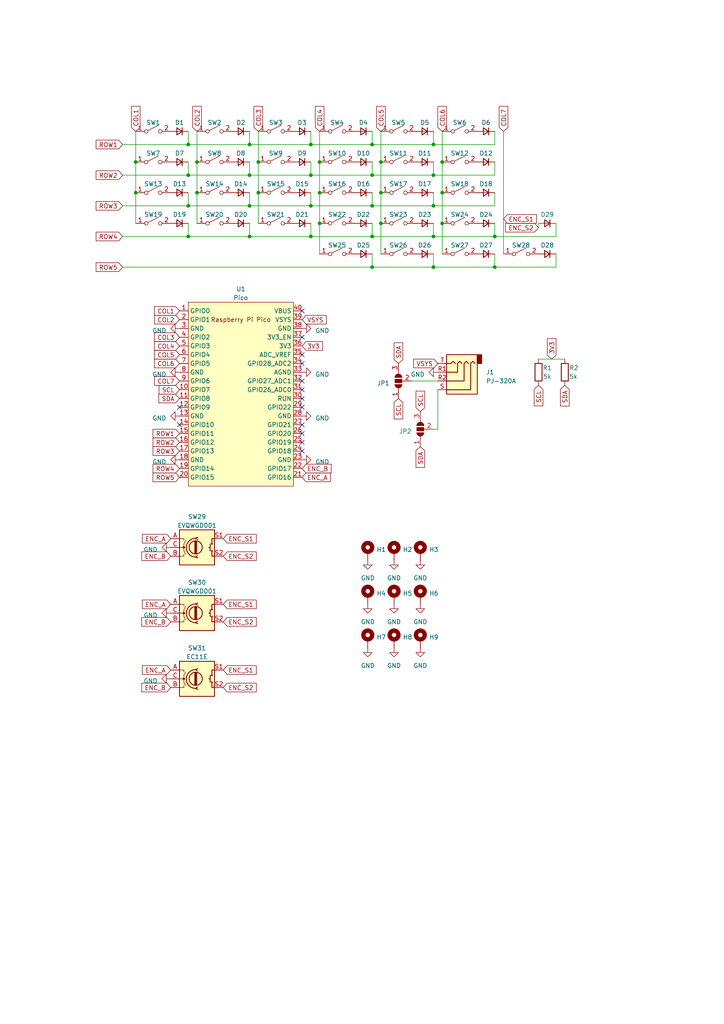
<source format=kicad_sch>
(kicad_sch (version 20230121) (generator eeschema)

  (uuid 6a18253c-97e7-4204-90be-e2e25e11946d)

  (paper "A4" portrait)

  (title_block
    (title "qwail56 v1")
  )

  (lib_symbols
    (symbol "Connector_Audio:AudioJack4" (in_bom yes) (on_board yes)
      (property "Reference" "J" (at 0 8.89 0)
        (effects (font (size 1.27 1.27)))
      )
      (property "Value" "AudioJack4" (at 0 6.35 0)
        (effects (font (size 1.27 1.27)))
      )
      (property "Footprint" "" (at 0 0 0)
        (effects (font (size 1.27 1.27)) hide)
      )
      (property "Datasheet" "~" (at 0 0 0)
        (effects (font (size 1.27 1.27)) hide)
      )
      (property "ki_keywords" "audio jack receptacle stereo headphones TRRS connector" (at 0 0 0)
        (effects (font (size 1.27 1.27)) hide)
      )
      (property "ki_description" "Audio Jack, 4 Poles (TRRS)" (at 0 0 0)
        (effects (font (size 1.27 1.27)) hide)
      )
      (property "ki_fp_filters" "Jack*" (at 0 0 0)
        (effects (font (size 1.27 1.27)) hide)
      )
      (symbol "AudioJack4_0_1"
        (rectangle (start -6.35 -5.08) (end -7.62 -7.62)
          (stroke (width 0.254) (type default))
          (fill (type outline))
        )
        (polyline
          (pts
            (xy 0 -5.08)
            (xy 0.635 -5.715)
            (xy 1.27 -5.08)
            (xy 2.54 -5.08)
          )
          (stroke (width 0.254) (type default))
          (fill (type none))
        )
        (polyline
          (pts
            (xy -5.715 -5.08)
            (xy -5.08 -5.715)
            (xy -4.445 -5.08)
            (xy -4.445 2.54)
            (xy 2.54 2.54)
          )
          (stroke (width 0.254) (type default))
          (fill (type none))
        )
        (polyline
          (pts
            (xy -1.905 -5.08)
            (xy -1.27 -5.715)
            (xy -0.635 -5.08)
            (xy -0.635 -2.54)
            (xy 2.54 -2.54)
          )
          (stroke (width 0.254) (type default))
          (fill (type none))
        )
        (polyline
          (pts
            (xy 2.54 0)
            (xy -2.54 0)
            (xy -2.54 -5.08)
            (xy -3.175 -5.715)
            (xy -3.81 -5.08)
          )
          (stroke (width 0.254) (type default))
          (fill (type none))
        )
        (rectangle (start 2.54 3.81) (end -6.35 -7.62)
          (stroke (width 0.254) (type default))
          (fill (type background))
        )
      )
      (symbol "AudioJack4_1_1"
        (pin passive line (at 5.08 -2.54 180) (length 2.54)
          (name "~" (effects (font (size 1.27 1.27))))
          (number "R1" (effects (font (size 1.27 1.27))))
        )
        (pin passive line (at 5.08 0 180) (length 2.54)
          (name "~" (effects (font (size 1.27 1.27))))
          (number "R2" (effects (font (size 1.27 1.27))))
        )
        (pin passive line (at 5.08 2.54 180) (length 2.54)
          (name "~" (effects (font (size 1.27 1.27))))
          (number "S" (effects (font (size 1.27 1.27))))
        )
        (pin passive line (at 5.08 -5.08 180) (length 2.54)
          (name "~" (effects (font (size 1.27 1.27))))
          (number "T" (effects (font (size 1.27 1.27))))
        )
      )
    )
    (symbol "Device:D_Small" (pin_numbers hide) (pin_names (offset 0.254) hide) (in_bom yes) (on_board yes)
      (property "Reference" "D" (at -1.27 2.032 0)
        (effects (font (size 1.27 1.27)) (justify left))
      )
      (property "Value" "D_Small" (at -3.81 -2.032 0)
        (effects (font (size 1.27 1.27)) (justify left))
      )
      (property "Footprint" "" (at 0 0 90)
        (effects (font (size 1.27 1.27)) hide)
      )
      (property "Datasheet" "~" (at 0 0 90)
        (effects (font (size 1.27 1.27)) hide)
      )
      (property "Sim.Device" "D" (at 0 0 0)
        (effects (font (size 1.27 1.27)) hide)
      )
      (property "Sim.Pins" "1=K 2=A" (at 0 0 0)
        (effects (font (size 1.27 1.27)) hide)
      )
      (property "ki_keywords" "diode" (at 0 0 0)
        (effects (font (size 1.27 1.27)) hide)
      )
      (property "ki_description" "Diode, small symbol" (at 0 0 0)
        (effects (font (size 1.27 1.27)) hide)
      )
      (property "ki_fp_filters" "TO-???* *_Diode_* *SingleDiode* D_*" (at 0 0 0)
        (effects (font (size 1.27 1.27)) hide)
      )
      (symbol "D_Small_0_1"
        (polyline
          (pts
            (xy -0.762 -1.016)
            (xy -0.762 1.016)
          )
          (stroke (width 0.254) (type default))
          (fill (type none))
        )
        (polyline
          (pts
            (xy -0.762 0)
            (xy 0.762 0)
          )
          (stroke (width 0) (type default))
          (fill (type none))
        )
        (polyline
          (pts
            (xy 0.762 -1.016)
            (xy -0.762 0)
            (xy 0.762 1.016)
            (xy 0.762 -1.016)
          )
          (stroke (width 0.254) (type default))
          (fill (type none))
        )
      )
      (symbol "D_Small_1_1"
        (pin passive line (at -2.54 0 0) (length 1.778)
          (name "K" (effects (font (size 1.27 1.27))))
          (number "1" (effects (font (size 1.27 1.27))))
        )
        (pin passive line (at 2.54 0 180) (length 1.778)
          (name "A" (effects (font (size 1.27 1.27))))
          (number "2" (effects (font (size 1.27 1.27))))
        )
      )
    )
    (symbol "Device:R" (pin_numbers hide) (pin_names (offset 0)) (in_bom yes) (on_board yes)
      (property "Reference" "R" (at 2.032 0 90)
        (effects (font (size 1.27 1.27)))
      )
      (property "Value" "R" (at 0 0 90)
        (effects (font (size 1.27 1.27)))
      )
      (property "Footprint" "" (at -1.778 0 90)
        (effects (font (size 1.27 1.27)) hide)
      )
      (property "Datasheet" "~" (at 0 0 0)
        (effects (font (size 1.27 1.27)) hide)
      )
      (property "ki_keywords" "R res resistor" (at 0 0 0)
        (effects (font (size 1.27 1.27)) hide)
      )
      (property "ki_description" "Resistor" (at 0 0 0)
        (effects (font (size 1.27 1.27)) hide)
      )
      (property "ki_fp_filters" "R_*" (at 0 0 0)
        (effects (font (size 1.27 1.27)) hide)
      )
      (symbol "R_0_1"
        (rectangle (start -1.016 -2.54) (end 1.016 2.54)
          (stroke (width 0.254) (type default))
          (fill (type none))
        )
      )
      (symbol "R_1_1"
        (pin passive line (at 0 3.81 270) (length 1.27)
          (name "~" (effects (font (size 1.27 1.27))))
          (number "1" (effects (font (size 1.27 1.27))))
        )
        (pin passive line (at 0 -3.81 90) (length 1.27)
          (name "~" (effects (font (size 1.27 1.27))))
          (number "2" (effects (font (size 1.27 1.27))))
        )
      )
    )
    (symbol "Device:RotaryEncoder_Switch" (pin_names (offset 0.254) hide) (in_bom yes) (on_board yes)
      (property "Reference" "SW" (at 0 6.604 0)
        (effects (font (size 1.27 1.27)))
      )
      (property "Value" "RotaryEncoder_Switch" (at 0 -6.604 0)
        (effects (font (size 1.27 1.27)))
      )
      (property "Footprint" "" (at -3.81 4.064 0)
        (effects (font (size 1.27 1.27)) hide)
      )
      (property "Datasheet" "~" (at 0 6.604 0)
        (effects (font (size 1.27 1.27)) hide)
      )
      (property "ki_keywords" "rotary switch encoder switch push button" (at 0 0 0)
        (effects (font (size 1.27 1.27)) hide)
      )
      (property "ki_description" "Rotary encoder, dual channel, incremental quadrate outputs, with switch" (at 0 0 0)
        (effects (font (size 1.27 1.27)) hide)
      )
      (property "ki_fp_filters" "RotaryEncoder*Switch*" (at 0 0 0)
        (effects (font (size 1.27 1.27)) hide)
      )
      (symbol "RotaryEncoder_Switch_0_1"
        (rectangle (start -5.08 5.08) (end 5.08 -5.08)
          (stroke (width 0.254) (type default))
          (fill (type background))
        )
        (circle (center -3.81 0) (radius 0.254)
          (stroke (width 0) (type default))
          (fill (type outline))
        )
        (circle (center -0.381 0) (radius 1.905)
          (stroke (width 0.254) (type default))
          (fill (type none))
        )
        (arc (start -0.381 2.667) (mid -3.0988 -0.0635) (end -0.381 -2.794)
          (stroke (width 0.254) (type default))
          (fill (type none))
        )
        (polyline
          (pts
            (xy -0.635 -1.778)
            (xy -0.635 1.778)
          )
          (stroke (width 0.254) (type default))
          (fill (type none))
        )
        (polyline
          (pts
            (xy -0.381 -1.778)
            (xy -0.381 1.778)
          )
          (stroke (width 0.254) (type default))
          (fill (type none))
        )
        (polyline
          (pts
            (xy -0.127 1.778)
            (xy -0.127 -1.778)
          )
          (stroke (width 0.254) (type default))
          (fill (type none))
        )
        (polyline
          (pts
            (xy 3.81 0)
            (xy 3.429 0)
          )
          (stroke (width 0.254) (type default))
          (fill (type none))
        )
        (polyline
          (pts
            (xy 3.81 1.016)
            (xy 3.81 -1.016)
          )
          (stroke (width 0.254) (type default))
          (fill (type none))
        )
        (polyline
          (pts
            (xy -5.08 -2.54)
            (xy -3.81 -2.54)
            (xy -3.81 -2.032)
          )
          (stroke (width 0) (type default))
          (fill (type none))
        )
        (polyline
          (pts
            (xy -5.08 2.54)
            (xy -3.81 2.54)
            (xy -3.81 2.032)
          )
          (stroke (width 0) (type default))
          (fill (type none))
        )
        (polyline
          (pts
            (xy 0.254 -3.048)
            (xy -0.508 -2.794)
            (xy 0.127 -2.413)
          )
          (stroke (width 0.254) (type default))
          (fill (type none))
        )
        (polyline
          (pts
            (xy 0.254 2.921)
            (xy -0.508 2.667)
            (xy 0.127 2.286)
          )
          (stroke (width 0.254) (type default))
          (fill (type none))
        )
        (polyline
          (pts
            (xy 5.08 -2.54)
            (xy 4.318 -2.54)
            (xy 4.318 -1.016)
          )
          (stroke (width 0.254) (type default))
          (fill (type none))
        )
        (polyline
          (pts
            (xy 5.08 2.54)
            (xy 4.318 2.54)
            (xy 4.318 1.016)
          )
          (stroke (width 0.254) (type default))
          (fill (type none))
        )
        (polyline
          (pts
            (xy -5.08 0)
            (xy -3.81 0)
            (xy -3.81 -1.016)
            (xy -3.302 -2.032)
          )
          (stroke (width 0) (type default))
          (fill (type none))
        )
        (polyline
          (pts
            (xy -4.318 0)
            (xy -3.81 0)
            (xy -3.81 1.016)
            (xy -3.302 2.032)
          )
          (stroke (width 0) (type default))
          (fill (type none))
        )
        (circle (center 4.318 -1.016) (radius 0.127)
          (stroke (width 0.254) (type default))
          (fill (type none))
        )
        (circle (center 4.318 1.016) (radius 0.127)
          (stroke (width 0.254) (type default))
          (fill (type none))
        )
      )
      (symbol "RotaryEncoder_Switch_1_1"
        (pin passive line (at -7.62 2.54 0) (length 2.54)
          (name "A" (effects (font (size 1.27 1.27))))
          (number "A" (effects (font (size 1.27 1.27))))
        )
        (pin passive line (at -7.62 -2.54 0) (length 2.54)
          (name "B" (effects (font (size 1.27 1.27))))
          (number "B" (effects (font (size 1.27 1.27))))
        )
        (pin passive line (at -7.62 0 0) (length 2.54)
          (name "C" (effects (font (size 1.27 1.27))))
          (number "C" (effects (font (size 1.27 1.27))))
        )
        (pin passive line (at 7.62 2.54 180) (length 2.54)
          (name "S1" (effects (font (size 1.27 1.27))))
          (number "S1" (effects (font (size 1.27 1.27))))
        )
        (pin passive line (at 7.62 -2.54 180) (length 2.54)
          (name "S2" (effects (font (size 1.27 1.27))))
          (number "S2" (effects (font (size 1.27 1.27))))
        )
      )
    )
    (symbol "Jumper:SolderJumper_3_Open" (pin_names (offset 0) hide) (in_bom yes) (on_board yes)
      (property "Reference" "JP" (at -2.54 -2.54 0)
        (effects (font (size 1.27 1.27)))
      )
      (property "Value" "SolderJumper_3_Open" (at 0 2.794 0)
        (effects (font (size 1.27 1.27)))
      )
      (property "Footprint" "" (at 0 0 0)
        (effects (font (size 1.27 1.27)) hide)
      )
      (property "Datasheet" "~" (at 0 0 0)
        (effects (font (size 1.27 1.27)) hide)
      )
      (property "ki_keywords" "Solder Jumper SPDT" (at 0 0 0)
        (effects (font (size 1.27 1.27)) hide)
      )
      (property "ki_description" "Solder Jumper, 3-pole, open" (at 0 0 0)
        (effects (font (size 1.27 1.27)) hide)
      )
      (property "ki_fp_filters" "SolderJumper*Open*" (at 0 0 0)
        (effects (font (size 1.27 1.27)) hide)
      )
      (symbol "SolderJumper_3_Open_0_1"
        (arc (start -1.016 1.016) (mid -2.0276 0) (end -1.016 -1.016)
          (stroke (width 0) (type default))
          (fill (type none))
        )
        (arc (start -1.016 1.016) (mid -2.0276 0) (end -1.016 -1.016)
          (stroke (width 0) (type default))
          (fill (type outline))
        )
        (rectangle (start -0.508 1.016) (end 0.508 -1.016)
          (stroke (width 0) (type default))
          (fill (type outline))
        )
        (polyline
          (pts
            (xy -2.54 0)
            (xy -2.032 0)
          )
          (stroke (width 0) (type default))
          (fill (type none))
        )
        (polyline
          (pts
            (xy -1.016 1.016)
            (xy -1.016 -1.016)
          )
          (stroke (width 0) (type default))
          (fill (type none))
        )
        (polyline
          (pts
            (xy 0 -1.27)
            (xy 0 -1.016)
          )
          (stroke (width 0) (type default))
          (fill (type none))
        )
        (polyline
          (pts
            (xy 1.016 1.016)
            (xy 1.016 -1.016)
          )
          (stroke (width 0) (type default))
          (fill (type none))
        )
        (polyline
          (pts
            (xy 2.54 0)
            (xy 2.032 0)
          )
          (stroke (width 0) (type default))
          (fill (type none))
        )
        (arc (start 1.016 -1.016) (mid 2.0276 0) (end 1.016 1.016)
          (stroke (width 0) (type default))
          (fill (type none))
        )
        (arc (start 1.016 -1.016) (mid 2.0276 0) (end 1.016 1.016)
          (stroke (width 0) (type default))
          (fill (type outline))
        )
      )
      (symbol "SolderJumper_3_Open_1_1"
        (pin passive line (at -5.08 0 0) (length 2.54)
          (name "A" (effects (font (size 1.27 1.27))))
          (number "1" (effects (font (size 1.27 1.27))))
        )
        (pin passive line (at 0 -3.81 90) (length 2.54)
          (name "C" (effects (font (size 1.27 1.27))))
          (number "2" (effects (font (size 1.27 1.27))))
        )
        (pin passive line (at 5.08 0 180) (length 2.54)
          (name "B" (effects (font (size 1.27 1.27))))
          (number "3" (effects (font (size 1.27 1.27))))
        )
      )
    )
    (symbol "MCU_RaspberryPi_and_Boards:Pico" (in_bom yes) (on_board yes)
      (property "Reference" "U" (at -13.97 27.94 0)
        (effects (font (size 1.27 1.27)))
      )
      (property "Value" "Pico" (at 0 19.05 0)
        (effects (font (size 1.27 1.27)))
      )
      (property "Footprint" "RPi_Pico:RPi_Pico_SMD_TH" (at 0 0 90)
        (effects (font (size 1.27 1.27)) hide)
      )
      (property "Datasheet" "" (at 0 0 0)
        (effects (font (size 1.27 1.27)) hide)
      )
      (symbol "Pico_0_0"
        (text "Raspberry Pi Pico" (at 0 21.59 0)
          (effects (font (size 1.27 1.27)))
        )
      )
      (symbol "Pico_0_1"
        (rectangle (start -15.24 26.67) (end 15.24 -26.67)
          (stroke (width 0) (type default))
          (fill (type background))
        )
      )
      (symbol "Pico_1_1"
        (pin bidirectional line (at -17.78 24.13 0) (length 2.54)
          (name "GPIO0" (effects (font (size 1.27 1.27))))
          (number "1" (effects (font (size 1.27 1.27))))
        )
        (pin bidirectional line (at -17.78 1.27 0) (length 2.54)
          (name "GPIO7" (effects (font (size 1.27 1.27))))
          (number "10" (effects (font (size 1.27 1.27))))
        )
        (pin bidirectional line (at -17.78 -1.27 0) (length 2.54)
          (name "GPIO8" (effects (font (size 1.27 1.27))))
          (number "11" (effects (font (size 1.27 1.27))))
        )
        (pin bidirectional line (at -17.78 -3.81 0) (length 2.54)
          (name "GPIO9" (effects (font (size 1.27 1.27))))
          (number "12" (effects (font (size 1.27 1.27))))
        )
        (pin power_in line (at -17.78 -6.35 0) (length 2.54)
          (name "GND" (effects (font (size 1.27 1.27))))
          (number "13" (effects (font (size 1.27 1.27))))
        )
        (pin bidirectional line (at -17.78 -8.89 0) (length 2.54)
          (name "GPIO10" (effects (font (size 1.27 1.27))))
          (number "14" (effects (font (size 1.27 1.27))))
        )
        (pin bidirectional line (at -17.78 -11.43 0) (length 2.54)
          (name "GPIO11" (effects (font (size 1.27 1.27))))
          (number "15" (effects (font (size 1.27 1.27))))
        )
        (pin bidirectional line (at -17.78 -13.97 0) (length 2.54)
          (name "GPIO12" (effects (font (size 1.27 1.27))))
          (number "16" (effects (font (size 1.27 1.27))))
        )
        (pin bidirectional line (at -17.78 -16.51 0) (length 2.54)
          (name "GPIO13" (effects (font (size 1.27 1.27))))
          (number "17" (effects (font (size 1.27 1.27))))
        )
        (pin power_in line (at -17.78 -19.05 0) (length 2.54)
          (name "GND" (effects (font (size 1.27 1.27))))
          (number "18" (effects (font (size 1.27 1.27))))
        )
        (pin bidirectional line (at -17.78 -21.59 0) (length 2.54)
          (name "GPIO14" (effects (font (size 1.27 1.27))))
          (number "19" (effects (font (size 1.27 1.27))))
        )
        (pin bidirectional line (at -17.78 21.59 0) (length 2.54)
          (name "GPIO1" (effects (font (size 1.27 1.27))))
          (number "2" (effects (font (size 1.27 1.27))))
        )
        (pin bidirectional line (at -17.78 -24.13 0) (length 2.54)
          (name "GPIO15" (effects (font (size 1.27 1.27))))
          (number "20" (effects (font (size 1.27 1.27))))
        )
        (pin bidirectional line (at 17.78 -24.13 180) (length 2.54)
          (name "GPIO16" (effects (font (size 1.27 1.27))))
          (number "21" (effects (font (size 1.27 1.27))))
        )
        (pin bidirectional line (at 17.78 -21.59 180) (length 2.54)
          (name "GPIO17" (effects (font (size 1.27 1.27))))
          (number "22" (effects (font (size 1.27 1.27))))
        )
        (pin power_in line (at 17.78 -19.05 180) (length 2.54)
          (name "GND" (effects (font (size 1.27 1.27))))
          (number "23" (effects (font (size 1.27 1.27))))
        )
        (pin bidirectional line (at 17.78 -16.51 180) (length 2.54)
          (name "GPIO18" (effects (font (size 1.27 1.27))))
          (number "24" (effects (font (size 1.27 1.27))))
        )
        (pin bidirectional line (at 17.78 -13.97 180) (length 2.54)
          (name "GPIO19" (effects (font (size 1.27 1.27))))
          (number "25" (effects (font (size 1.27 1.27))))
        )
        (pin bidirectional line (at 17.78 -11.43 180) (length 2.54)
          (name "GPIO20" (effects (font (size 1.27 1.27))))
          (number "26" (effects (font (size 1.27 1.27))))
        )
        (pin bidirectional line (at 17.78 -8.89 180) (length 2.54)
          (name "GPIO21" (effects (font (size 1.27 1.27))))
          (number "27" (effects (font (size 1.27 1.27))))
        )
        (pin power_in line (at 17.78 -6.35 180) (length 2.54)
          (name "GND" (effects (font (size 1.27 1.27))))
          (number "28" (effects (font (size 1.27 1.27))))
        )
        (pin bidirectional line (at 17.78 -3.81 180) (length 2.54)
          (name "GPIO22" (effects (font (size 1.27 1.27))))
          (number "29" (effects (font (size 1.27 1.27))))
        )
        (pin power_in line (at -17.78 19.05 0) (length 2.54)
          (name "GND" (effects (font (size 1.27 1.27))))
          (number "3" (effects (font (size 1.27 1.27))))
        )
        (pin input line (at 17.78 -1.27 180) (length 2.54)
          (name "RUN" (effects (font (size 1.27 1.27))))
          (number "30" (effects (font (size 1.27 1.27))))
        )
        (pin bidirectional line (at 17.78 1.27 180) (length 2.54)
          (name "GPIO26_ADC0" (effects (font (size 1.27 1.27))))
          (number "31" (effects (font (size 1.27 1.27))))
        )
        (pin bidirectional line (at 17.78 3.81 180) (length 2.54)
          (name "GPIO27_ADC1" (effects (font (size 1.27 1.27))))
          (number "32" (effects (font (size 1.27 1.27))))
        )
        (pin power_in line (at 17.78 6.35 180) (length 2.54)
          (name "AGND" (effects (font (size 1.27 1.27))))
          (number "33" (effects (font (size 1.27 1.27))))
        )
        (pin bidirectional line (at 17.78 8.89 180) (length 2.54)
          (name "GPIO28_ADC2" (effects (font (size 1.27 1.27))))
          (number "34" (effects (font (size 1.27 1.27))))
        )
        (pin power_in line (at 17.78 11.43 180) (length 2.54)
          (name "ADC_VREF" (effects (font (size 1.27 1.27))))
          (number "35" (effects (font (size 1.27 1.27))))
        )
        (pin power_in line (at 17.78 13.97 180) (length 2.54)
          (name "3V3" (effects (font (size 1.27 1.27))))
          (number "36" (effects (font (size 1.27 1.27))))
        )
        (pin input line (at 17.78 16.51 180) (length 2.54)
          (name "3V3_EN" (effects (font (size 1.27 1.27))))
          (number "37" (effects (font (size 1.27 1.27))))
        )
        (pin bidirectional line (at 17.78 19.05 180) (length 2.54)
          (name "GND" (effects (font (size 1.27 1.27))))
          (number "38" (effects (font (size 1.27 1.27))))
        )
        (pin power_in line (at 17.78 21.59 180) (length 2.54)
          (name "VSYS" (effects (font (size 1.27 1.27))))
          (number "39" (effects (font (size 1.27 1.27))))
        )
        (pin bidirectional line (at -17.78 16.51 0) (length 2.54)
          (name "GPIO2" (effects (font (size 1.27 1.27))))
          (number "4" (effects (font (size 1.27 1.27))))
        )
        (pin power_in line (at 17.78 24.13 180) (length 2.54)
          (name "VBUS" (effects (font (size 1.27 1.27))))
          (number "40" (effects (font (size 1.27 1.27))))
        )
        (pin bidirectional line (at -17.78 13.97 0) (length 2.54)
          (name "GPIO3" (effects (font (size 1.27 1.27))))
          (number "5" (effects (font (size 1.27 1.27))))
        )
        (pin bidirectional line (at -17.78 11.43 0) (length 2.54)
          (name "GPIO4" (effects (font (size 1.27 1.27))))
          (number "6" (effects (font (size 1.27 1.27))))
        )
        (pin bidirectional line (at -17.78 8.89 0) (length 2.54)
          (name "GPIO5" (effects (font (size 1.27 1.27))))
          (number "7" (effects (font (size 1.27 1.27))))
        )
        (pin power_in line (at -17.78 6.35 0) (length 2.54)
          (name "GND" (effects (font (size 1.27 1.27))))
          (number "8" (effects (font (size 1.27 1.27))))
        )
        (pin bidirectional line (at -17.78 3.81 0) (length 2.54)
          (name "GPIO6" (effects (font (size 1.27 1.27))))
          (number "9" (effects (font (size 1.27 1.27))))
        )
      )
    )
    (symbol "Mechanical:MountingHole_Pad" (pin_numbers hide) (pin_names (offset 1.016) hide) (in_bom yes) (on_board yes)
      (property "Reference" "H" (at 0 6.35 0)
        (effects (font (size 1.27 1.27)))
      )
      (property "Value" "MountingHole_Pad" (at 0 4.445 0)
        (effects (font (size 1.27 1.27)))
      )
      (property "Footprint" "" (at 0 0 0)
        (effects (font (size 1.27 1.27)) hide)
      )
      (property "Datasheet" "~" (at 0 0 0)
        (effects (font (size 1.27 1.27)) hide)
      )
      (property "ki_keywords" "mounting hole" (at 0 0 0)
        (effects (font (size 1.27 1.27)) hide)
      )
      (property "ki_description" "Mounting Hole with connection" (at 0 0 0)
        (effects (font (size 1.27 1.27)) hide)
      )
      (property "ki_fp_filters" "MountingHole*Pad*" (at 0 0 0)
        (effects (font (size 1.27 1.27)) hide)
      )
      (symbol "MountingHole_Pad_0_1"
        (circle (center 0 1.27) (radius 1.27)
          (stroke (width 1.27) (type default))
          (fill (type none))
        )
      )
      (symbol "MountingHole_Pad_1_1"
        (pin input line (at 0 -2.54 90) (length 2.54)
          (name "1" (effects (font (size 1.27 1.27))))
          (number "1" (effects (font (size 1.27 1.27))))
        )
      )
    )
    (symbol "Switch:SW_SPST" (pin_names (offset 0) hide) (in_bom yes) (on_board yes)
      (property "Reference" "SW" (at 0 3.175 0)
        (effects (font (size 1.27 1.27)))
      )
      (property "Value" "SW_SPST" (at 0 -2.54 0)
        (effects (font (size 1.27 1.27)))
      )
      (property "Footprint" "" (at 0 0 0)
        (effects (font (size 1.27 1.27)) hide)
      )
      (property "Datasheet" "~" (at 0 0 0)
        (effects (font (size 1.27 1.27)) hide)
      )
      (property "ki_keywords" "switch lever" (at 0 0 0)
        (effects (font (size 1.27 1.27)) hide)
      )
      (property "ki_description" "Single Pole Single Throw (SPST) switch" (at 0 0 0)
        (effects (font (size 1.27 1.27)) hide)
      )
      (symbol "SW_SPST_0_0"
        (circle (center -2.032 0) (radius 0.508)
          (stroke (width 0) (type default))
          (fill (type none))
        )
        (polyline
          (pts
            (xy -1.524 0.254)
            (xy 1.524 1.778)
          )
          (stroke (width 0) (type default))
          (fill (type none))
        )
        (circle (center 2.032 0) (radius 0.508)
          (stroke (width 0) (type default))
          (fill (type none))
        )
      )
      (symbol "SW_SPST_1_1"
        (pin passive line (at -5.08 0 0) (length 2.54)
          (name "A" (effects (font (size 1.27 1.27))))
          (number "1" (effects (font (size 1.27 1.27))))
        )
        (pin passive line (at 5.08 0 180) (length 2.54)
          (name "B" (effects (font (size 1.27 1.27))))
          (number "2" (effects (font (size 1.27 1.27))))
        )
      )
    )
    (symbol "power:GND" (power) (pin_names (offset 0)) (in_bom yes) (on_board yes)
      (property "Reference" "#PWR" (at 0 -6.35 0)
        (effects (font (size 1.27 1.27)) hide)
      )
      (property "Value" "GND" (at 0 -3.81 0)
        (effects (font (size 1.27 1.27)))
      )
      (property "Footprint" "" (at 0 0 0)
        (effects (font (size 1.27 1.27)) hide)
      )
      (property "Datasheet" "" (at 0 0 0)
        (effects (font (size 1.27 1.27)) hide)
      )
      (property "ki_keywords" "global power" (at 0 0 0)
        (effects (font (size 1.27 1.27)) hide)
      )
      (property "ki_description" "Power symbol creates a global label with name \"GND\" , ground" (at 0 0 0)
        (effects (font (size 1.27 1.27)) hide)
      )
      (symbol "GND_0_1"
        (polyline
          (pts
            (xy 0 0)
            (xy 0 -1.27)
            (xy 1.27 -1.27)
            (xy 0 -2.54)
            (xy -1.27 -1.27)
            (xy 0 -1.27)
          )
          (stroke (width 0) (type default))
          (fill (type none))
        )
      )
      (symbol "GND_1_1"
        (pin power_in line (at 0 0 270) (length 0) hide
          (name "GND" (effects (font (size 1.27 1.27))))
          (number "1" (effects (font (size 1.27 1.27))))
        )
      )
    )
  )

  (junction (at 39.37 55.88) (diameter 0) (color 0 0 0 0)
    (uuid 02dcbe03-9289-40a6-8329-7edfaca05a9a)
  )
  (junction (at 72.39 68.58) (diameter 0) (color 0 0 0 0)
    (uuid 0e855a01-aeea-4ef0-8196-b9e9a913ba5d)
  )
  (junction (at 110.49 55.88) (diameter 0) (color 0 0 0 0)
    (uuid 16d4cf97-f22c-480c-8f8e-41518f94fae3)
  )
  (junction (at 90.17 50.8) (diameter 0) (color 0 0 0 0)
    (uuid 173d3c91-99aa-4f02-b9c8-88c0dbd0dadd)
  )
  (junction (at 92.71 46.99) (diameter 0) (color 0 0 0 0)
    (uuid 1838b648-fe0f-4e13-aae6-6a34eebc5c96)
  )
  (junction (at 125.73 59.69) (diameter 0) (color 0 0 0 0)
    (uuid 23d459d9-4ebb-40fa-8d28-558444ed7496)
  )
  (junction (at 72.39 59.69) (diameter 0) (color 0 0 0 0)
    (uuid 26a2c71c-fe1b-4432-acf1-76de5a59dc57)
  )
  (junction (at 125.73 68.58) (diameter 0) (color 0 0 0 0)
    (uuid 29bde007-b51c-4276-b8c3-c87cd54f95eb)
  )
  (junction (at 57.15 46.99) (diameter 0) (color 0 0 0 0)
    (uuid 331c3055-b219-4b45-a26f-2419da866171)
  )
  (junction (at 54.61 41.91) (diameter 0) (color 0 0 0 0)
    (uuid 44b441d6-3804-4d29-ac49-1cbedd35662b)
  )
  (junction (at 54.61 59.69) (diameter 0) (color 0 0 0 0)
    (uuid 4bd12d36-0906-4df8-9bec-ce145af293b8)
  )
  (junction (at 92.71 55.88) (diameter 0) (color 0 0 0 0)
    (uuid 555e72fe-f90a-412c-8630-573ca5c1b6ee)
  )
  (junction (at 90.17 59.69) (diameter 0) (color 0 0 0 0)
    (uuid 55d66a1e-56f1-4048-ac94-a309fe073c5b)
  )
  (junction (at 128.27 55.88) (diameter 0) (color 0 0 0 0)
    (uuid 58bf9acc-a140-4fec-b3d6-cd59bd04ab84)
  )
  (junction (at 125.73 77.47) (diameter 0) (color 0 0 0 0)
    (uuid 5a6b26ac-16dc-4a3d-bc37-b880a5604a69)
  )
  (junction (at 110.49 46.99) (diameter 0) (color 0 0 0 0)
    (uuid 67f4fdf8-0968-4fa3-95be-c858a2dd4e14)
  )
  (junction (at 107.95 77.47) (diameter 0) (color 0 0 0 0)
    (uuid 6cd3bfd2-82be-4250-85a5-3e4090b9e724)
  )
  (junction (at 143.51 77.47) (diameter 0) (color 0 0 0 0)
    (uuid 6e27e688-44b5-4552-ae0d-6137bb18f675)
  )
  (junction (at 92.71 64.77) (diameter 0) (color 0 0 0 0)
    (uuid 6edc3ec3-7268-4f07-89bb-87578a8e9d5a)
  )
  (junction (at 74.93 55.88) (diameter 0) (color 0 0 0 0)
    (uuid 852a1ffe-bfdc-42e8-89c1-1e9a86e3dcb9)
  )
  (junction (at 128.27 64.77) (diameter 0) (color 0 0 0 0)
    (uuid 87f275db-25d8-4ffb-8dd4-fe278e88999a)
  )
  (junction (at 143.51 68.58) (diameter 0) (color 0 0 0 0)
    (uuid 8de3a0fc-8db8-46e2-9e10-5dfc19ade221)
  )
  (junction (at 72.39 50.8) (diameter 0) (color 0 0 0 0)
    (uuid 904b66e7-a4da-47b2-ad3a-dd62ff597749)
  )
  (junction (at 72.39 41.91) (diameter 0) (color 0 0 0 0)
    (uuid bbf88778-a3b4-4d86-a7a0-5309d73cc38d)
  )
  (junction (at 57.15 55.88) (diameter 0) (color 0 0 0 0)
    (uuid bc5fb998-7331-4564-be06-df329a08a7ed)
  )
  (junction (at 125.73 50.8) (diameter 0) (color 0 0 0 0)
    (uuid be571940-8107-4232-bc69-d1c726a96218)
  )
  (junction (at 54.61 68.58) (diameter 0) (color 0 0 0 0)
    (uuid be588752-4e29-4fbf-a0bd-7efe1cbc3f19)
  )
  (junction (at 110.49 64.77) (diameter 0) (color 0 0 0 0)
    (uuid c1b8500a-5fac-46c9-9169-ba9873e0c121)
  )
  (junction (at 107.95 59.69) (diameter 0) (color 0 0 0 0)
    (uuid c3f37b14-adfe-492b-ac43-cc29aabb3e46)
  )
  (junction (at 74.93 46.99) (diameter 0) (color 0 0 0 0)
    (uuid c97bda8b-f83d-4d0c-8659-aa4fcd6d6ca5)
  )
  (junction (at 107.95 50.8) (diameter 0) (color 0 0 0 0)
    (uuid cd932284-6afe-493a-8393-84a3850a401a)
  )
  (junction (at 107.95 68.58) (diameter 0) (color 0 0 0 0)
    (uuid d1560fc5-9526-4661-86df-e286930a25c7)
  )
  (junction (at 107.95 41.91) (diameter 0) (color 0 0 0 0)
    (uuid dbce726e-e200-4fac-a94d-10753df9d4a9)
  )
  (junction (at 90.17 68.58) (diameter 0) (color 0 0 0 0)
    (uuid dc0996b1-0814-4891-b63a-8feedc8b05df)
  )
  (junction (at 125.73 41.91) (diameter 0) (color 0 0 0 0)
    (uuid df1f5a9d-c001-45d3-b657-f224e489e751)
  )
  (junction (at 39.37 46.99) (diameter 0) (color 0 0 0 0)
    (uuid e5b5b25b-6726-4fb3-93d1-1025ec6d0a85)
  )
  (junction (at 90.17 41.91) (diameter 0) (color 0 0 0 0)
    (uuid eb6a1c0e-f81e-4c3a-b220-356a8d347b03)
  )
  (junction (at 54.61 50.8) (diameter 0) (color 0 0 0 0)
    (uuid ee3520ac-ec28-40c3-bd07-6f431280bc69)
  )
  (junction (at 128.27 46.99) (diameter 0) (color 0 0 0 0)
    (uuid f0afb04f-72ac-4864-8506-4731a797b73a)
  )

  (no_connect (at 87.63 90.17) (uuid 03118ccb-6dc3-4527-9870-4fbcd83ef10c))
  (no_connect (at 87.63 115.57) (uuid 155a190e-b03f-422e-ba5b-c709b2cad5c0))
  (no_connect (at 87.63 128.27) (uuid 2a3902e1-c1e6-4c90-966d-428137684304))
  (no_connect (at 87.63 118.11) (uuid 3938d0e1-cf86-4120-bc65-af1f77e3d935))
  (no_connect (at 52.07 118.11) (uuid 4ca87b2d-6f8f-41a5-9a25-c141d9df62a9))
  (no_connect (at 87.63 102.87) (uuid 63d1a8e3-3fc6-4892-878a-311c9d8facf8))
  (no_connect (at 87.63 110.49) (uuid 686f1d87-8e07-4adf-a57e-2f9a2f868eaa))
  (no_connect (at 87.63 130.81) (uuid 80669e9e-d0da-4f84-b05c-9543e2cd2c34))
  (no_connect (at 87.63 105.41) (uuid 83714681-5c8f-4716-98fc-02274fec5200))
  (no_connect (at 87.63 113.03) (uuid 99d4a4f9-fec5-474a-b887-9375778e682c))
  (no_connect (at 87.63 125.73) (uuid afdcbd97-68a0-46fc-bf02-3b90c45ca07e))
  (no_connect (at 87.63 123.19) (uuid c66ab69c-8a42-4120-985d-6423a593691b))
  (no_connect (at 87.63 97.79) (uuid d09f0862-4e63-4f39-8470-8717553107cf))
  (no_connect (at 52.07 123.19) (uuid d6fdcfaf-0fce-414f-b4da-983968e9c717))

  (wire (pts (xy 72.39 50.8) (xy 90.17 50.8))
    (stroke (width 0) (type default))
    (uuid 02c525e8-486c-4fb9-a87e-77a7f5dde247)
  )
  (wire (pts (xy 39.37 38.1) (xy 39.37 46.99))
    (stroke (width 0) (type default))
    (uuid 05a087c3-4794-4820-b6eb-e7b38f24ff49)
  )
  (wire (pts (xy 54.61 38.1) (xy 54.61 41.91))
    (stroke (width 0) (type default))
    (uuid 080b1df4-bea2-4fbf-ab02-e857cd19fefe)
  )
  (wire (pts (xy 54.61 68.58) (xy 72.39 68.58))
    (stroke (width 0) (type default))
    (uuid 093e0d49-ca91-4dc0-8a3f-d5c9a9ff50dc)
  )
  (wire (pts (xy 72.39 68.58) (xy 72.39 64.77))
    (stroke (width 0) (type default))
    (uuid 0bf19c61-341f-434b-834c-e83fbebc5a28)
  )
  (wire (pts (xy 54.61 50.8) (xy 72.39 50.8))
    (stroke (width 0) (type default))
    (uuid 11827afc-e8d0-4492-a627-4ca39e82f545)
  )
  (wire (pts (xy 127 113.03) (xy 127 124.46))
    (stroke (width 0) (type default))
    (uuid 155be6b3-f4f3-4f74-a75c-1522e7aab0cd)
  )
  (wire (pts (xy 72.39 41.91) (xy 90.17 41.91))
    (stroke (width 0) (type default))
    (uuid 15df5cd4-1144-4dec-9e88-a14899fe6acf)
  )
  (wire (pts (xy 74.93 46.99) (xy 74.93 55.88))
    (stroke (width 0) (type default))
    (uuid 181778ec-e619-41dd-9c68-b6027eda6112)
  )
  (wire (pts (xy 54.61 55.88) (xy 54.61 59.69))
    (stroke (width 0) (type default))
    (uuid 184f4912-9407-4bab-9e0d-f0302d2a6755)
  )
  (wire (pts (xy 90.17 41.91) (xy 90.17 38.1))
    (stroke (width 0) (type default))
    (uuid 1ffc1564-77c1-4d63-85ad-46b39e46fb27)
  )
  (wire (pts (xy 57.15 46.99) (xy 57.15 55.88))
    (stroke (width 0) (type default))
    (uuid 20ea6b40-5d00-43c5-ae9b-338bc391ee25)
  )
  (wire (pts (xy 125.73 68.58) (xy 107.95 68.58))
    (stroke (width 0) (type default))
    (uuid 213de725-7f80-4676-8127-d89a5f46a2af)
  )
  (wire (pts (xy 161.29 64.77) (xy 161.29 68.58))
    (stroke (width 0) (type default))
    (uuid 2727032e-d300-4c1d-9f14-7e012d719654)
  )
  (wire (pts (xy 72.39 68.58) (xy 90.17 68.58))
    (stroke (width 0) (type default))
    (uuid 3117a9a2-4812-4b17-85f1-1f5caed2cfe5)
  )
  (wire (pts (xy 35.56 50.8) (xy 54.61 50.8))
    (stroke (width 0) (type default))
    (uuid 35411267-ba2c-4c70-82d4-1ae8244a71fc)
  )
  (wire (pts (xy 72.39 59.69) (xy 72.39 55.88))
    (stroke (width 0) (type default))
    (uuid 380ee4fe-4fd8-4b14-8605-2f966cdce1e0)
  )
  (wire (pts (xy 125.73 55.88) (xy 125.73 59.69))
    (stroke (width 0) (type default))
    (uuid 3a72ed72-cf9b-4113-8e57-ddb120fa316b)
  )
  (wire (pts (xy 39.37 46.99) (xy 39.37 55.88))
    (stroke (width 0) (type default))
    (uuid 407c1d3d-11d6-4547-b3fc-77f13c865803)
  )
  (wire (pts (xy 90.17 59.69) (xy 107.95 59.69))
    (stroke (width 0) (type default))
    (uuid 45b5b636-28c1-4911-bad1-19063401b951)
  )
  (wire (pts (xy 128.27 64.77) (xy 128.27 73.66))
    (stroke (width 0) (type default))
    (uuid 46b6835a-cd98-41c5-91f3-9a2b384b8a01)
  )
  (wire (pts (xy 92.71 55.88) (xy 92.71 64.77))
    (stroke (width 0) (type default))
    (uuid 47591ff4-fc32-44f7-bc02-75c1a8b84305)
  )
  (wire (pts (xy 110.49 64.77) (xy 110.49 73.66))
    (stroke (width 0) (type default))
    (uuid 4b4fd599-57cd-4e58-a63d-c91a0ec35c10)
  )
  (wire (pts (xy 125.73 77.47) (xy 125.73 73.66))
    (stroke (width 0) (type default))
    (uuid 4d02fd65-dfed-47c2-9b25-c1e6a1185e0c)
  )
  (wire (pts (xy 143.51 50.8) (xy 125.73 50.8))
    (stroke (width 0) (type default))
    (uuid 516c6e9d-d340-432d-97d3-7fdfde51d556)
  )
  (wire (pts (xy 39.37 55.88) (xy 39.37 64.77))
    (stroke (width 0) (type default))
    (uuid 52534b3b-7311-488c-8813-3ea530bd2352)
  )
  (wire (pts (xy 54.61 64.77) (xy 54.61 68.58))
    (stroke (width 0) (type default))
    (uuid 52b39711-7eeb-4318-ad8e-60ce224ebba3)
  )
  (wire (pts (xy 146.05 38.1) (xy 146.05 73.66))
    (stroke (width 0) (type default))
    (uuid 53a3ea92-0c1b-45f8-8af3-ce69f9adb367)
  )
  (wire (pts (xy 125.73 41.91) (xy 107.95 41.91))
    (stroke (width 0) (type default))
    (uuid 54c0d6a6-6d22-4202-980a-0035e53204b5)
  )
  (wire (pts (xy 107.95 41.91) (xy 107.95 38.1))
    (stroke (width 0) (type default))
    (uuid 56c8afd8-6157-41cb-95a9-c1823203da01)
  )
  (wire (pts (xy 74.93 55.88) (xy 74.93 64.77))
    (stroke (width 0) (type default))
    (uuid 59578879-fe04-4667-8823-24750a14f8e4)
  )
  (wire (pts (xy 72.39 41.91) (xy 72.39 38.1))
    (stroke (width 0) (type default))
    (uuid 6403955c-3016-41a2-a970-6bbe8747c165)
  )
  (wire (pts (xy 143.51 46.99) (xy 143.51 50.8))
    (stroke (width 0) (type default))
    (uuid 644908b7-1f93-40b6-b458-8d4d89248490)
  )
  (wire (pts (xy 143.51 38.1) (xy 143.51 41.91))
    (stroke (width 0) (type default))
    (uuid 673b82b8-dab0-4b11-9752-97a9b03c3753)
  )
  (wire (pts (xy 143.51 41.91) (xy 125.73 41.91))
    (stroke (width 0) (type default))
    (uuid 6a84eb14-2778-4e89-9a83-b5df1edd4514)
  )
  (wire (pts (xy 125.73 77.47) (xy 143.51 77.47))
    (stroke (width 0) (type default))
    (uuid 6dc0ebdd-c730-4f1d-bc08-750b1d223426)
  )
  (wire (pts (xy 90.17 41.91) (xy 107.95 41.91))
    (stroke (width 0) (type default))
    (uuid 6fac9846-9c3d-4ef9-96e5-47927a4af1ba)
  )
  (wire (pts (xy 90.17 50.8) (xy 107.95 50.8))
    (stroke (width 0) (type default))
    (uuid 6fb88ba1-9d05-4a8c-8d0c-a7f437d44511)
  )
  (wire (pts (xy 92.71 46.99) (xy 92.71 55.88))
    (stroke (width 0) (type default))
    (uuid 7ccc129b-7ef7-43bd-8a45-a9ac551fb215)
  )
  (wire (pts (xy 110.49 38.1) (xy 110.49 46.99))
    (stroke (width 0) (type default))
    (uuid 7d238ee1-fc57-4953-8960-2ae4cdf29c89)
  )
  (wire (pts (xy 107.95 68.58) (xy 107.95 64.77))
    (stroke (width 0) (type default))
    (uuid 808c2a32-187d-49a0-b331-3511cdd5cef8)
  )
  (wire (pts (xy 107.95 50.8) (xy 107.95 46.99))
    (stroke (width 0) (type default))
    (uuid 864401fc-1ee4-44a9-a599-54b81d62ed89)
  )
  (wire (pts (xy 35.56 77.47) (xy 107.95 77.47))
    (stroke (width 0) (type default))
    (uuid 877d9139-54f3-4dac-acc8-097cebcea077)
  )
  (wire (pts (xy 143.51 64.77) (xy 143.51 68.58))
    (stroke (width 0) (type default))
    (uuid 8b1206cf-69e2-4a24-94d6-c2a8c7545705)
  )
  (wire (pts (xy 92.71 38.1) (xy 92.71 46.99))
    (stroke (width 0) (type default))
    (uuid 905f6b31-bd9e-4e93-b9f3-e0ac9e3af668)
  )
  (wire (pts (xy 107.95 73.66) (xy 107.95 77.47))
    (stroke (width 0) (type default))
    (uuid 90e32cd9-ea11-4be4-befa-eee257770439)
  )
  (wire (pts (xy 143.51 59.69) (xy 125.73 59.69))
    (stroke (width 0) (type default))
    (uuid 95787e20-9fa3-4a17-b68f-3429c45e1f79)
  )
  (wire (pts (xy 57.15 55.88) (xy 57.15 64.77))
    (stroke (width 0) (type default))
    (uuid 97d6139b-aafd-4e9b-a82b-bd82db067031)
  )
  (wire (pts (xy 128.27 55.88) (xy 128.27 64.77))
    (stroke (width 0) (type default))
    (uuid 97e98943-650b-40e1-86f1-7447b157074f)
  )
  (wire (pts (xy 57.15 38.1) (xy 57.15 46.99))
    (stroke (width 0) (type default))
    (uuid 97f7b569-84c2-4561-aef1-82db16f3129b)
  )
  (wire (pts (xy 125.73 46.99) (xy 125.73 50.8))
    (stroke (width 0) (type default))
    (uuid 992a37a9-6ee0-424c-b986-a64de98eb99c)
  )
  (wire (pts (xy 143.51 55.88) (xy 143.51 59.69))
    (stroke (width 0) (type default))
    (uuid 9feeaded-5123-4b88-a435-ab67fd241e28)
  )
  (wire (pts (xy 90.17 68.58) (xy 107.95 68.58))
    (stroke (width 0) (type default))
    (uuid a20373ee-13f8-4ab0-84fa-ba57f002cd8b)
  )
  (wire (pts (xy 125.73 64.77) (xy 125.73 68.58))
    (stroke (width 0) (type default))
    (uuid a8f8e0cc-2913-46c7-91d4-4d3c4f5765a2)
  )
  (wire (pts (xy 35.56 68.58) (xy 54.61 68.58))
    (stroke (width 0) (type default))
    (uuid a9767c64-9ce3-46bd-b881-338ea6c7fa03)
  )
  (wire (pts (xy 92.71 64.77) (xy 92.71 73.66))
    (stroke (width 0) (type default))
    (uuid a99b68f8-22a3-4bf6-abb3-1121e44c14a5)
  )
  (wire (pts (xy 163.83 104.14) (xy 156.21 104.14))
    (stroke (width 0) (type default))
    (uuid aeeaf44f-0180-44a6-9097-6cbeebf124c3)
  )
  (wire (pts (xy 161.29 77.47) (xy 161.29 73.66))
    (stroke (width 0) (type default))
    (uuid b450516f-d181-4119-96bb-53dd58fc630f)
  )
  (wire (pts (xy 54.61 41.91) (xy 72.39 41.91))
    (stroke (width 0) (type default))
    (uuid b9a212ef-bf4c-4bc1-b6d8-6b0a851fd435)
  )
  (wire (pts (xy 143.51 68.58) (xy 125.73 68.58))
    (stroke (width 0) (type default))
    (uuid bcb4ed9f-1906-4c1d-86f7-0ee8fec32618)
  )
  (wire (pts (xy 35.56 41.91) (xy 54.61 41.91))
    (stroke (width 0) (type default))
    (uuid c2ee3a21-ab02-4722-ade2-d806238f941b)
  )
  (wire (pts (xy 90.17 68.58) (xy 90.17 64.77))
    (stroke (width 0) (type default))
    (uuid ce2f104c-9166-4f07-b77e-49394a78bf67)
  )
  (wire (pts (xy 107.95 77.47) (xy 125.73 77.47))
    (stroke (width 0) (type default))
    (uuid cf15d763-5115-4b66-b383-69c82e8a7222)
  )
  (wire (pts (xy 35.56 59.69) (xy 54.61 59.69))
    (stroke (width 0) (type default))
    (uuid d32822ac-e28d-4ae0-97d6-0adc056ec58d)
  )
  (wire (pts (xy 119.38 110.49) (xy 127 110.49))
    (stroke (width 0) (type default))
    (uuid d349d900-b77d-4c95-abd0-027d9a2905b8)
  )
  (wire (pts (xy 143.51 77.47) (xy 161.29 77.47))
    (stroke (width 0) (type default))
    (uuid d37594db-4d19-413d-9be6-1d640121cf8f)
  )
  (wire (pts (xy 74.93 38.1) (xy 74.93 46.99))
    (stroke (width 0) (type default))
    (uuid d406cc23-590b-4d83-a6b2-864998fe49c5)
  )
  (wire (pts (xy 54.61 59.69) (xy 72.39 59.69))
    (stroke (width 0) (type default))
    (uuid d574f9cf-af08-4cd0-bfea-2e872838fdbc)
  )
  (wire (pts (xy 128.27 46.99) (xy 128.27 55.88))
    (stroke (width 0) (type default))
    (uuid d5dfc1dd-b5b3-4f1d-8e98-6a369ad7a311)
  )
  (wire (pts (xy 125.73 50.8) (xy 107.95 50.8))
    (stroke (width 0) (type default))
    (uuid d889f062-a258-47ed-9390-40da56fdc939)
  )
  (wire (pts (xy 90.17 50.8) (xy 90.17 46.99))
    (stroke (width 0) (type default))
    (uuid e1ffd630-e136-4bf4-83ed-6733214170f3)
  )
  (wire (pts (xy 125.73 38.1) (xy 125.73 41.91))
    (stroke (width 0) (type default))
    (uuid e3758079-f83d-4148-bcb4-676960e41658)
  )
  (wire (pts (xy 72.39 50.8) (xy 72.39 46.99))
    (stroke (width 0) (type default))
    (uuid e8a30384-c48b-4b27-88bf-849a551de144)
  )
  (wire (pts (xy 90.17 59.69) (xy 90.17 55.88))
    (stroke (width 0) (type default))
    (uuid eb32b86d-e282-473e-8c2a-8844c663c6f4)
  )
  (wire (pts (xy 110.49 55.88) (xy 110.49 64.77))
    (stroke (width 0) (type default))
    (uuid eb6d0549-463f-4551-bd21-14c12d3cc448)
  )
  (wire (pts (xy 156.21 66.04) (xy 156.21 64.77))
    (stroke (width 0) (type default))
    (uuid f041e74d-1bfe-4377-a0ee-debfe7233f2d)
  )
  (wire (pts (xy 110.49 46.99) (xy 110.49 55.88))
    (stroke (width 0) (type default))
    (uuid f28d48a0-b1a4-40a1-bcd3-ed608fb35370)
  )
  (wire (pts (xy 125.73 59.69) (xy 107.95 59.69))
    (stroke (width 0) (type default))
    (uuid f3416872-8976-42f0-ba21-91d215dc24a8)
  )
  (wire (pts (xy 72.39 59.69) (xy 90.17 59.69))
    (stroke (width 0) (type default))
    (uuid f46b5a54-d5c4-41bd-96c6-f526036fdb26)
  )
  (wire (pts (xy 54.61 46.99) (xy 54.61 50.8))
    (stroke (width 0) (type default))
    (uuid f672cbd6-ce7a-4c02-a8e4-74f98eba0819)
  )
  (wire (pts (xy 127 124.46) (xy 125.73 124.46))
    (stroke (width 0) (type default))
    (uuid f84f1035-f2b4-4be3-8a34-efb85adf4e55)
  )
  (wire (pts (xy 143.51 77.47) (xy 143.51 73.66))
    (stroke (width 0) (type default))
    (uuid fe1ad60f-86d6-45ae-a521-1bfb93fae65e)
  )
  (wire (pts (xy 128.27 38.1) (xy 128.27 46.99))
    (stroke (width 0) (type default))
    (uuid fe41438e-ccb7-4ce2-86a7-d30208689b51)
  )
  (wire (pts (xy 161.29 68.58) (xy 143.51 68.58))
    (stroke (width 0) (type default))
    (uuid fee50d19-3918-40ea-acd2-70bfcbf2059f)
  )
  (wire (pts (xy 107.95 59.69) (xy 107.95 55.88))
    (stroke (width 0) (type default))
    (uuid ff00e284-ff42-4071-9375-f669bbc2eaef)
  )

  (global_label "COL4" (shape input) (at 92.71 38.1 90) (fields_autoplaced)
    (effects (font (size 1.27 1.27)) (justify left))
    (uuid 04371a3e-a982-4665-aff2-2bab104918cd)
    (property "Intersheetrefs" "${INTERSHEET_REFS}" (at 92.71 30.3561 90)
      (effects (font (size 1.27 1.27)) (justify left) hide)
    )
  )
  (global_label "ROW3" (shape input) (at 52.07 130.81 180) (fields_autoplaced)
    (effects (font (size 1.27 1.27)) (justify right))
    (uuid 0ea93a81-cd14-49ff-b4ce-f680b2ec238c)
    (property "Intersheetrefs" "${INTERSHEET_REFS}" (at 43.9028 130.81 0)
      (effects (font (size 1.27 1.27)) (justify right) hide)
    )
  )
  (global_label "ROW1" (shape input) (at 35.56 41.91 180) (fields_autoplaced)
    (effects (font (size 1.27 1.27)) (justify right))
    (uuid 1b59fa67-eb56-4b34-a278-8ec18aff72e6)
    (property "Intersheetrefs" "${INTERSHEET_REFS}" (at 27.3928 41.91 0)
      (effects (font (size 1.27 1.27)) (justify right) hide)
    )
  )
  (global_label "ENC_S1" (shape input) (at 64.77 156.21 0) (fields_autoplaced)
    (effects (font (size 1.27 1.27)) (justify left))
    (uuid 1d79cdc9-ccfa-4d47-93f1-3724d7736510)
    (property "Intersheetrefs" "${INTERSHEET_REFS}" (at 74.8119 156.21 0)
      (effects (font (size 1.27 1.27)) (justify left) hide)
    )
  )
  (global_label "COL3" (shape input) (at 52.07 97.79 180) (fields_autoplaced)
    (effects (font (size 1.27 1.27)) (justify right))
    (uuid 23c2335c-58a3-4dd2-9761-59b00252dc0e)
    (property "Intersheetrefs" "${INTERSHEET_REFS}" (at 44.3261 97.79 0)
      (effects (font (size 1.27 1.27)) (justify right) hide)
    )
  )
  (global_label "ROW4" (shape input) (at 35.56 68.58 180) (fields_autoplaced)
    (effects (font (size 1.27 1.27)) (justify right))
    (uuid 29e6a754-a055-4e14-aea7-4545221dcca1)
    (property "Intersheetrefs" "${INTERSHEET_REFS}" (at 27.3928 68.58 0)
      (effects (font (size 1.27 1.27)) (justify right) hide)
    )
  )
  (global_label "ENC_S2" (shape input) (at 156.21 66.04 180) (fields_autoplaced)
    (effects (font (size 1.27 1.27)) (justify right))
    (uuid 2b7adbd2-dd3e-4c82-aac0-301a19024604)
    (property "Intersheetrefs" "${INTERSHEET_REFS}" (at 146.1681 66.04 0)
      (effects (font (size 1.27 1.27)) (justify right) hide)
    )
  )
  (global_label "SDA" (shape input) (at 52.07 115.57 180) (fields_autoplaced)
    (effects (font (size 1.27 1.27)) (justify right))
    (uuid 2d4dac11-e3b9-48e5-af96-3f9ad42e86f0)
    (property "Intersheetrefs" "${INTERSHEET_REFS}" (at 45.5961 115.57 0)
      (effects (font (size 1.27 1.27)) (justify right) hide)
    )
  )
  (global_label "ENC_A" (shape input) (at 87.63 138.43 0) (fields_autoplaced)
    (effects (font (size 1.27 1.27)) (justify left))
    (uuid 2dd4c578-1088-4463-9544-4a37b32a23f9)
    (property "Intersheetrefs" "${INTERSHEET_REFS}" (at 96.3415 138.43 0)
      (effects (font (size 1.27 1.27)) (justify left) hide)
    )
  )
  (global_label "ENC_B" (shape input) (at 49.53 161.29 180) (fields_autoplaced)
    (effects (font (size 1.27 1.27)) (justify right))
    (uuid 3fb1826f-aa3b-436b-a8a4-3aa9e44b1566)
    (property "Intersheetrefs" "${INTERSHEET_REFS}" (at 40.6371 161.29 0)
      (effects (font (size 1.27 1.27)) (justify right) hide)
    )
  )
  (global_label "COL7" (shape input) (at 52.07 110.49 180) (fields_autoplaced)
    (effects (font (size 1.27 1.27)) (justify right))
    (uuid 4c5985d1-89ba-45fb-a675-d61e6d0e0b75)
    (property "Intersheetrefs" "${INTERSHEET_REFS}" (at 44.3261 110.49 0)
      (effects (font (size 1.27 1.27)) (justify right) hide)
    )
  )
  (global_label "ENC_A" (shape input) (at 49.53 156.21 180) (fields_autoplaced)
    (effects (font (size 1.27 1.27)) (justify right))
    (uuid 4fecb9c2-324c-49df-bd4f-875a5a3a281c)
    (property "Intersheetrefs" "${INTERSHEET_REFS}" (at 40.8185 156.21 0)
      (effects (font (size 1.27 1.27)) (justify right) hide)
    )
  )
  (global_label "ROW1" (shape input) (at 52.07 125.73 180) (fields_autoplaced)
    (effects (font (size 1.27 1.27)) (justify right))
    (uuid 540f25bf-dce8-4091-aff6-206143d18dac)
    (property "Intersheetrefs" "${INTERSHEET_REFS}" (at 43.9028 125.73 0)
      (effects (font (size 1.27 1.27)) (justify right) hide)
    )
  )
  (global_label "ENC_B" (shape input) (at 87.63 135.89 0) (fields_autoplaced)
    (effects (font (size 1.27 1.27)) (justify left))
    (uuid 56bd87bc-9738-4870-b1f7-bfdc10425254)
    (property "Intersheetrefs" "${INTERSHEET_REFS}" (at 96.5229 135.89 0)
      (effects (font (size 1.27 1.27)) (justify left) hide)
    )
  )
  (global_label "COL2" (shape input) (at 52.07 92.71 180) (fields_autoplaced)
    (effects (font (size 1.27 1.27)) (justify right))
    (uuid 59621fe9-6da2-4cfa-96bc-1655c5c8ad40)
    (property "Intersheetrefs" "${INTERSHEET_REFS}" (at 44.3261 92.71 0)
      (effects (font (size 1.27 1.27)) (justify right) hide)
    )
  )
  (global_label "ROW3" (shape input) (at 35.56 59.69 180) (fields_autoplaced)
    (effects (font (size 1.27 1.27)) (justify right))
    (uuid 5b61eb0c-6e86-46e0-83da-b91e9c1161c4)
    (property "Intersheetrefs" "${INTERSHEET_REFS}" (at 27.3928 59.69 0)
      (effects (font (size 1.27 1.27)) (justify right) hide)
    )
  )
  (global_label "ROW2" (shape input) (at 52.07 128.27 180) (fields_autoplaced)
    (effects (font (size 1.27 1.27)) (justify right))
    (uuid 5d4d00b9-df58-4d33-8c45-c6d573bf3aee)
    (property "Intersheetrefs" "${INTERSHEET_REFS}" (at 43.9028 128.27 0)
      (effects (font (size 1.27 1.27)) (justify right) hide)
    )
  )
  (global_label "ENC_S2" (shape input) (at 64.77 180.34 0) (fields_autoplaced)
    (effects (font (size 1.27 1.27)) (justify left))
    (uuid 6690537f-4ca3-4915-a273-6115890f3b92)
    (property "Intersheetrefs" "${INTERSHEET_REFS}" (at 74.8119 180.34 0)
      (effects (font (size 1.27 1.27)) (justify left) hide)
    )
  )
  (global_label "COL6" (shape input) (at 128.27 38.1 90) (fields_autoplaced)
    (effects (font (size 1.27 1.27)) (justify left))
    (uuid 68fa2f28-0d3f-41be-b835-c4ff278d6adc)
    (property "Intersheetrefs" "${INTERSHEET_REFS}" (at 128.27 30.3561 90)
      (effects (font (size 1.27 1.27)) (justify left) hide)
    )
  )
  (global_label "COL3" (shape input) (at 74.93 38.1 90) (fields_autoplaced)
    (effects (font (size 1.27 1.27)) (justify left))
    (uuid 6a37f313-8dad-4328-bb28-303efd9ca9d2)
    (property "Intersheetrefs" "${INTERSHEET_REFS}" (at 74.93 30.3561 90)
      (effects (font (size 1.27 1.27)) (justify left) hide)
    )
  )
  (global_label "COL7" (shape input) (at 146.05 38.1 90) (fields_autoplaced)
    (effects (font (size 1.27 1.27)) (justify left))
    (uuid 6b131faa-9e98-41c1-955e-905733072f44)
    (property "Intersheetrefs" "${INTERSHEET_REFS}" (at 146.05 30.3561 90)
      (effects (font (size 1.27 1.27)) (justify left) hide)
    )
  )
  (global_label "ENC_S1" (shape input) (at 146.05 63.5 0) (fields_autoplaced)
    (effects (font (size 1.27 1.27)) (justify left))
    (uuid 6c99f472-de1d-4ead-b161-08df6828ede4)
    (property "Intersheetrefs" "${INTERSHEET_REFS}" (at 156.0919 63.5 0)
      (effects (font (size 1.27 1.27)) (justify left) hide)
    )
  )
  (global_label "COL2" (shape input) (at 57.15 38.1 90) (fields_autoplaced)
    (effects (font (size 1.27 1.27)) (justify left))
    (uuid 71ee7d05-fb93-4ed1-ada8-6fc48b8827e1)
    (property "Intersheetrefs" "${INTERSHEET_REFS}" (at 57.15 30.3561 90)
      (effects (font (size 1.27 1.27)) (justify left) hide)
    )
  )
  (global_label "ROW5" (shape input) (at 52.07 138.43 180) (fields_autoplaced)
    (effects (font (size 1.27 1.27)) (justify right))
    (uuid 752c8da3-0a65-4449-9603-de5febb2ab1a)
    (property "Intersheetrefs" "${INTERSHEET_REFS}" (at 43.9028 138.43 0)
      (effects (font (size 1.27 1.27)) (justify right) hide)
    )
  )
  (global_label "COL6" (shape input) (at 52.07 105.41 180) (fields_autoplaced)
    (effects (font (size 1.27 1.27)) (justify right))
    (uuid 75ff67c1-2162-4165-b032-65202e50e301)
    (property "Intersheetrefs" "${INTERSHEET_REFS}" (at 44.3261 105.41 0)
      (effects (font (size 1.27 1.27)) (justify right) hide)
    )
  )
  (global_label "SCL" (shape input) (at 121.92 119.38 90) (fields_autoplaced)
    (effects (font (size 1.27 1.27)) (justify left))
    (uuid 79e6aecd-63cc-485f-914d-441c1719efdf)
    (property "Intersheetrefs" "${INTERSHEET_REFS}" (at 121.92 112.9666 90)
      (effects (font (size 1.27 1.27)) (justify left) hide)
    )
  )
  (global_label "ENC_S1" (shape input) (at 64.77 194.31 0) (fields_autoplaced)
    (effects (font (size 1.27 1.27)) (justify left))
    (uuid 7cc577c0-841a-4c73-af85-60af0aa7f8ec)
    (property "Intersheetrefs" "${INTERSHEET_REFS}" (at 74.8119 194.31 0)
      (effects (font (size 1.27 1.27)) (justify left) hide)
    )
  )
  (global_label "3V3" (shape input) (at 87.63 100.33 0) (fields_autoplaced)
    (effects (font (size 1.27 1.27)) (justify left))
    (uuid 87783d4c-b896-4f18-839d-29ca21c73ae6)
    (property "Intersheetrefs" "${INTERSHEET_REFS}" (at 94.0434 100.33 0)
      (effects (font (size 1.27 1.27)) (justify left) hide)
    )
  )
  (global_label "ENC_A" (shape input) (at 49.53 175.26 180) (fields_autoplaced)
    (effects (font (size 1.27 1.27)) (justify right))
    (uuid 87809d9c-0f38-4a87-8eec-3f26e5504b71)
    (property "Intersheetrefs" "${INTERSHEET_REFS}" (at 40.8185 175.26 0)
      (effects (font (size 1.27 1.27)) (justify right) hide)
    )
  )
  (global_label "SCL" (shape input) (at 156.21 111.76 270) (fields_autoplaced)
    (effects (font (size 1.27 1.27)) (justify right))
    (uuid 946cbd5a-5e7f-4b65-aad2-e7f6679de607)
    (property "Intersheetrefs" "${INTERSHEET_REFS}" (at 156.21 118.1734 90)
      (effects (font (size 1.27 1.27)) (justify right) hide)
    )
  )
  (global_label "ENC_A" (shape input) (at 49.53 194.31 180) (fields_autoplaced)
    (effects (font (size 1.27 1.27)) (justify right))
    (uuid 9765693e-fc61-4d96-9dda-e0bc5edc0501)
    (property "Intersheetrefs" "${INTERSHEET_REFS}" (at 40.8185 194.31 0)
      (effects (font (size 1.27 1.27)) (justify right) hide)
    )
  )
  (global_label "ROW2" (shape input) (at 35.56 50.8 180) (fields_autoplaced)
    (effects (font (size 1.27 1.27)) (justify right))
    (uuid 9a8fabb5-d03e-4a15-8d33-6564ec2df34d)
    (property "Intersheetrefs" "${INTERSHEET_REFS}" (at 27.3928 50.8 0)
      (effects (font (size 1.27 1.27)) (justify right) hide)
    )
  )
  (global_label "ENC_S2" (shape input) (at 64.77 161.29 0) (fields_autoplaced)
    (effects (font (size 1.27 1.27)) (justify left))
    (uuid 9d2c6070-4af0-40e4-bb3c-f7af46262d26)
    (property "Intersheetrefs" "${INTERSHEET_REFS}" (at 74.8119 161.29 0)
      (effects (font (size 1.27 1.27)) (justify left) hide)
    )
  )
  (global_label "SDA" (shape input) (at 163.83 111.76 270) (fields_autoplaced)
    (effects (font (size 1.27 1.27)) (justify right))
    (uuid a1e74b59-0fb1-4b1f-8ad9-2f411ad87a14)
    (property "Intersheetrefs" "${INTERSHEET_REFS}" (at 163.83 118.2339 90)
      (effects (font (size 1.27 1.27)) (justify right) hide)
    )
  )
  (global_label "VSYS" (shape input) (at 127 105.41 180) (fields_autoplaced)
    (effects (font (size 1.27 1.27)) (justify right))
    (uuid a597bcc1-0ac8-4e09-8e7f-a5f4c6b25c4e)
    (property "Intersheetrefs" "${INTERSHEET_REFS}" (at 119.498 105.41 0)
      (effects (font (size 1.27 1.27)) (justify right) hide)
    )
  )
  (global_label "ENC_B" (shape input) (at 49.53 180.34 180) (fields_autoplaced)
    (effects (font (size 1.27 1.27)) (justify right))
    (uuid a5990dba-de72-41f0-86fd-ead5275a02cf)
    (property "Intersheetrefs" "${INTERSHEET_REFS}" (at 40.6371 180.34 0)
      (effects (font (size 1.27 1.27)) (justify right) hide)
    )
  )
  (global_label "COL4" (shape input) (at 52.07 100.33 180) (fields_autoplaced)
    (effects (font (size 1.27 1.27)) (justify right))
    (uuid b1bacd2c-082b-455a-9dab-054b5ad71da6)
    (property "Intersheetrefs" "${INTERSHEET_REFS}" (at 44.3261 100.33 0)
      (effects (font (size 1.27 1.27)) (justify right) hide)
    )
  )
  (global_label "ENC_S2" (shape input) (at 64.77 199.39 0) (fields_autoplaced)
    (effects (font (size 1.27 1.27)) (justify left))
    (uuid b2ce9529-726c-4fa1-96af-81a22df47f64)
    (property "Intersheetrefs" "${INTERSHEET_REFS}" (at 74.8119 199.39 0)
      (effects (font (size 1.27 1.27)) (justify left) hide)
    )
  )
  (global_label "COL5" (shape input) (at 110.49 38.1 90) (fields_autoplaced)
    (effects (font (size 1.27 1.27)) (justify left))
    (uuid b4c853a2-acfd-43fb-b36a-dcb478cb336f)
    (property "Intersheetrefs" "${INTERSHEET_REFS}" (at 110.49 30.3561 90)
      (effects (font (size 1.27 1.27)) (justify left) hide)
    )
  )
  (global_label "COL1" (shape input) (at 52.07 90.17 180) (fields_autoplaced)
    (effects (font (size 1.27 1.27)) (justify right))
    (uuid babb49a2-4b29-45e5-b8ba-24d6b1d62b5f)
    (property "Intersheetrefs" "${INTERSHEET_REFS}" (at 44.3261 90.17 0)
      (effects (font (size 1.27 1.27)) (justify right) hide)
    )
  )
  (global_label "COL5" (shape input) (at 52.07 102.87 180) (fields_autoplaced)
    (effects (font (size 1.27 1.27)) (justify right))
    (uuid bbcf7e7a-f4c5-403c-a40e-10c0f2f580c3)
    (property "Intersheetrefs" "${INTERSHEET_REFS}" (at 44.3261 102.87 0)
      (effects (font (size 1.27 1.27)) (justify right) hide)
    )
  )
  (global_label "3V3" (shape input) (at 160.02 104.14 90) (fields_autoplaced)
    (effects (font (size 1.27 1.27)) (justify left))
    (uuid c34ae37f-675a-4d58-8f60-2ee90d29b5fc)
    (property "Intersheetrefs" "${INTERSHEET_REFS}" (at 160.02 97.7266 90)
      (effects (font (size 1.27 1.27)) (justify left) hide)
    )
  )
  (global_label "VSYS" (shape input) (at 87.63 92.71 0) (fields_autoplaced)
    (effects (font (size 1.27 1.27)) (justify left))
    (uuid c7b10ce9-5f1f-4236-8375-1808613a72e0)
    (property "Intersheetrefs" "${INTERSHEET_REFS}" (at 95.132 92.71 0)
      (effects (font (size 1.27 1.27)) (justify left) hide)
    )
  )
  (global_label "ENC_S1" (shape input) (at 64.77 175.26 0) (fields_autoplaced)
    (effects (font (size 1.27 1.27)) (justify left))
    (uuid cc92437d-6df5-4199-ad8f-289039cb64f7)
    (property "Intersheetrefs" "${INTERSHEET_REFS}" (at 74.8119 175.26 0)
      (effects (font (size 1.27 1.27)) (justify left) hide)
    )
  )
  (global_label "SDA" (shape input) (at 115.57 105.41 90) (fields_autoplaced)
    (effects (font (size 1.27 1.27)) (justify left))
    (uuid ce523c14-0f68-4663-bba3-17d2a1d645e4)
    (property "Intersheetrefs" "${INTERSHEET_REFS}" (at 115.57 98.9361 90)
      (effects (font (size 1.27 1.27)) (justify left) hide)
    )
  )
  (global_label "SCL" (shape input) (at 52.07 113.03 180) (fields_autoplaced)
    (effects (font (size 1.27 1.27)) (justify right))
    (uuid cfc86a79-b60a-4a06-9e69-7ce10a7d4655)
    (property "Intersheetrefs" "${INTERSHEET_REFS}" (at 45.6566 113.03 0)
      (effects (font (size 1.27 1.27)) (justify right) hide)
    )
  )
  (global_label "ENC_B" (shape input) (at 49.53 199.39 180) (fields_autoplaced)
    (effects (font (size 1.27 1.27)) (justify right))
    (uuid d100dc7f-3312-4203-8c98-7480bbba5d91)
    (property "Intersheetrefs" "${INTERSHEET_REFS}" (at 40.6371 199.39 0)
      (effects (font (size 1.27 1.27)) (justify right) hide)
    )
  )
  (global_label "COL1" (shape input) (at 39.37 38.1 90) (fields_autoplaced)
    (effects (font (size 1.27 1.27)) (justify left))
    (uuid d24597f8-4393-4068-9c11-f8536a73eabc)
    (property "Intersheetrefs" "${INTERSHEET_REFS}" (at 39.37 30.3561 90)
      (effects (font (size 1.27 1.27)) (justify left) hide)
    )
  )
  (global_label "SDA" (shape input) (at 121.92 129.54 270) (fields_autoplaced)
    (effects (font (size 1.27 1.27)) (justify right))
    (uuid db17725a-015b-480b-a121-738802ae36b8)
    (property "Intersheetrefs" "${INTERSHEET_REFS}" (at 121.92 136.0139 90)
      (effects (font (size 1.27 1.27)) (justify right) hide)
    )
  )
  (global_label "SCL" (shape input) (at 115.57 115.57 270) (fields_autoplaced)
    (effects (font (size 1.27 1.27)) (justify right))
    (uuid f40fb776-d4e6-4a07-b32d-86f2a8f0f44e)
    (property "Intersheetrefs" "${INTERSHEET_REFS}" (at 115.57 121.9834 90)
      (effects (font (size 1.27 1.27)) (justify right) hide)
    )
  )
  (global_label "ROW4" (shape input) (at 52.07 135.89 180) (fields_autoplaced)
    (effects (font (size 1.27 1.27)) (justify right))
    (uuid f771813c-aad7-4d77-be14-c6153f8a75f8)
    (property "Intersheetrefs" "${INTERSHEET_REFS}" (at 43.9028 135.89 0)
      (effects (font (size 1.27 1.27)) (justify right) hide)
    )
  )
  (global_label "ROW5" (shape input) (at 35.56 77.47 180) (fields_autoplaced)
    (effects (font (size 1.27 1.27)) (justify right))
    (uuid fadd9def-8088-4e83-9f6d-8a2e4d5d855a)
    (property "Intersheetrefs" "${INTERSHEET_REFS}" (at 27.3928 77.47 0)
      (effects (font (size 1.27 1.27)) (justify right) hide)
    )
  )

  (symbol (lib_id "Switch:SW_SPST") (at 44.45 55.88 0) (unit 1)
    (in_bom yes) (on_board yes) (dnp no) (fields_autoplaced)
    (uuid 006aa128-d9b0-444d-a28e-dfdd3a5e10c2)
    (property "Reference" "SW13" (at 44.45 53.34 0)
      (effects (font (size 1.27 1.27)))
    )
    (property "Value" "CPG151101S11-16" (at 44.45 53.34 0)
      (effects (font (size 1.27 1.27)) hide)
    )
    (property "Footprint" "qwail56:CherryMX_Hotswap_1u_reversible" (at 44.45 55.88 0)
      (effects (font (size 1.27 1.27)) hide)
    )
    (property "Datasheet" "~" (at 44.45 55.88 0)
      (effects (font (size 1.27 1.27)) hide)
    )
    (pin "1" (uuid 8d6a8d06-7497-44b3-99d2-346d02842236))
    (pin "2" (uuid 3c656508-5762-4787-948f-1f3076895084))
    (instances
      (project "qwail56"
        (path "/6a18253c-97e7-4204-90be-e2e25e11946d"
          (reference "SW13") (unit 1)
        )
      )
    )
  )

  (symbol (lib_id "Device:R") (at 163.83 107.95 180) (unit 1)
    (in_bom yes) (on_board yes) (dnp no)
    (uuid 019d4c87-9724-4e3e-831a-3ab6c1d91fcc)
    (property "Reference" "R2" (at 165.1 106.68 0)
      (effects (font (size 1.27 1.27)) (justify right))
    )
    (property "Value" "5k" (at 165.1 109.22 0)
      (effects (font (size 1.27 1.27)) (justify right))
    )
    (property "Footprint" "qwail56:R_1206_3216Metric_reversible" (at 165.608 107.95 90)
      (effects (font (size 1.27 1.27)) hide)
    )
    (property "Datasheet" "~" (at 163.83 107.95 0)
      (effects (font (size 1.27 1.27)) hide)
    )
    (pin "1" (uuid 5c387fa7-9f0a-42a6-830a-cb6bd05230f3))
    (pin "2" (uuid 159b2f64-a9e4-47ef-9add-aba8624e86f0))
    (instances
      (project "qwail56"
        (path "/6a18253c-97e7-4204-90be-e2e25e11946d"
          (reference "R2") (unit 1)
        )
      )
      (project "Kolbri56 rev1"
        (path "/a46ab005-0e86-40d2-9e93-a9e37cd731f8"
          (reference "R2") (unit 1)
        )
      )
    )
  )

  (symbol (lib_id "Switch:SW_SPST") (at 97.79 55.88 0) (unit 1)
    (in_bom yes) (on_board yes) (dnp no) (fields_autoplaced)
    (uuid 0408a93a-2a4e-4569-90c4-f9dfcbd519e6)
    (property "Reference" "SW16" (at 97.79 53.34 0)
      (effects (font (size 1.27 1.27)))
    )
    (property "Value" "CPG151101S11-16" (at 97.79 53.34 0)
      (effects (font (size 1.27 1.27)) hide)
    )
    (property "Footprint" "qwail56:CherryMX_Hotswap_1u_reversible" (at 97.79 55.88 0)
      (effects (font (size 1.27 1.27)) hide)
    )
    (property "Datasheet" "~" (at 97.79 55.88 0)
      (effects (font (size 1.27 1.27)) hide)
    )
    (pin "1" (uuid c36dab03-e1c3-42dc-a8d1-8fa9d566c5d1))
    (pin "2" (uuid 92364a7b-ffd4-4c96-848b-853900d6368f))
    (instances
      (project "qwail56"
        (path "/6a18253c-97e7-4204-90be-e2e25e11946d"
          (reference "SW16") (unit 1)
        )
      )
    )
  )

  (symbol (lib_id "Device:D_Small") (at 123.19 38.1 180) (unit 1)
    (in_bom yes) (on_board yes) (dnp no) (fields_autoplaced)
    (uuid 08ef7e71-2819-40df-887b-fd68407b06a5)
    (property "Reference" "D5" (at 123.19 35.56 0)
      (effects (font (size 1.27 1.27)))
    )
    (property "Value" "1N4148W" (at 123.19 35.56 0)
      (effects (font (size 1.27 1.27)) hide)
    )
    (property "Footprint" "qwail56:D_SOD-123_switch_reversible" (at 123.19 38.1 90)
      (effects (font (size 1.27 1.27)) hide)
    )
    (property "Datasheet" "~" (at 123.19 38.1 90)
      (effects (font (size 1.27 1.27)) hide)
    )
    (property "Sim.Device" "D" (at 123.19 38.1 0)
      (effects (font (size 1.27 1.27)) hide)
    )
    (property "Sim.Pins" "1=K 2=A" (at 123.19 38.1 0)
      (effects (font (size 1.27 1.27)) hide)
    )
    (pin "1" (uuid d460d29e-0024-4323-834a-637207955a21))
    (pin "2" (uuid 980fd323-4aa8-482e-b3b7-a2d3e56548e0))
    (instances
      (project "qwail56"
        (path "/6a18253c-97e7-4204-90be-e2e25e11946d"
          (reference "D5") (unit 1)
        )
      )
    )
  )

  (symbol (lib_id "Mechanical:MountingHole_Pad") (at 114.3 172.72 0) (unit 1)
    (in_bom yes) (on_board yes) (dnp no) (fields_autoplaced)
    (uuid 0a62bdcc-eb55-4e42-87c1-4bd2f9f0e6bf)
    (property "Reference" "H5" (at 116.84 172.085 0)
      (effects (font (size 1.27 1.27)) (justify left))
    )
    (property "Value" "MountingHole" (at 116.84 173.355 0)
      (effects (font (size 1.27 1.27)) (justify left) hide)
    )
    (property "Footprint" "qwail56:MountingHole_2.2mm_M2_Pad" (at 114.3 172.72 0)
      (effects (font (size 1.27 1.27)) hide)
    )
    (property "Datasheet" "~" (at 114.3 172.72 0)
      (effects (font (size 1.27 1.27)) hide)
    )
    (pin "1" (uuid 9f6347c6-f166-491f-9ee9-28134706088f))
    (instances
      (project "qwail56"
        (path "/6a18253c-97e7-4204-90be-e2e25e11946d"
          (reference "H5") (unit 1)
        )
      )
    )
  )

  (symbol (lib_id "Device:D_Small") (at 140.97 38.1 180) (unit 1)
    (in_bom yes) (on_board yes) (dnp no) (fields_autoplaced)
    (uuid 0e62d2d1-58de-464c-b71b-53a34654f75e)
    (property "Reference" "D6" (at 140.97 35.56 0)
      (effects (font (size 1.27 1.27)))
    )
    (property "Value" "1N4148W" (at 140.97 35.56 0)
      (effects (font (size 1.27 1.27)) hide)
    )
    (property "Footprint" "qwail56:D_SOD-123_switch_reversible" (at 140.97 38.1 90)
      (effects (font (size 1.27 1.27)) hide)
    )
    (property "Datasheet" "~" (at 140.97 38.1 90)
      (effects (font (size 1.27 1.27)) hide)
    )
    (property "Sim.Device" "D" (at 140.97 38.1 0)
      (effects (font (size 1.27 1.27)) hide)
    )
    (property "Sim.Pins" "1=K 2=A" (at 140.97 38.1 0)
      (effects (font (size 1.27 1.27)) hide)
    )
    (pin "1" (uuid 6faa5057-c5b9-4b22-81e2-43eac29583f6))
    (pin "2" (uuid 03bd299b-f5b0-4549-8728-49c2973366c3))
    (instances
      (project "qwail56"
        (path "/6a18253c-97e7-4204-90be-e2e25e11946d"
          (reference "D6") (unit 1)
        )
      )
    )
  )

  (symbol (lib_id "Device:RotaryEncoder_Switch") (at 57.15 158.75 0) (unit 1)
    (in_bom yes) (on_board yes) (dnp no) (fields_autoplaced)
    (uuid 0ec6fe4b-2dbe-4fcc-80b8-61fdb98d465a)
    (property "Reference" "SW29" (at 57.15 149.86 0)
      (effects (font (size 1.27 1.27)))
    )
    (property "Value" "EVQWGD001" (at 57.15 152.4 0)
      (effects (font (size 1.27 1.27)))
    )
    (property "Footprint" "qwail56:Encoder_Horizontal_EVQWGD001" (at 53.34 154.686 0)
      (effects (font (size 1.27 1.27)) hide)
    )
    (property "Datasheet" "~" (at 57.15 152.146 0)
      (effects (font (size 1.27 1.27)) hide)
    )
    (pin "A" (uuid 7aafc0f6-c0d0-40b2-bb19-0ab5fdf2d87e))
    (pin "B" (uuid 033dcdec-9646-4756-a71f-435ed9fe6e0a))
    (pin "C" (uuid abdc738d-fdb6-460e-8429-5c5cd0b1bde7))
    (pin "S1" (uuid 31d51ad4-2038-41f3-9587-a8a6a792c61f))
    (pin "S2" (uuid 18471f25-b4cc-4db2-8e5a-bc27155ad002))
    (instances
      (project "qwail56"
        (path "/6a18253c-97e7-4204-90be-e2e25e11946d"
          (reference "SW29") (unit 1)
        )
      )
      (project "Kolbri56 rev1"
        (path "/a46ab005-0e86-40d2-9e93-a9e37cd731f8"
          (reference "SW29") (unit 1)
        )
      )
    )
  )

  (symbol (lib_id "Device:D_Small") (at 52.07 64.77 180) (unit 1)
    (in_bom yes) (on_board yes) (dnp no) (fields_autoplaced)
    (uuid 0f2a3dd5-faf4-4ece-b83d-6a597f0f3fef)
    (property "Reference" "D19" (at 52.07 62.23 0)
      (effects (font (size 1.27 1.27)))
    )
    (property "Value" "1N4148W" (at 52.07 62.23 0)
      (effects (font (size 1.27 1.27)) hide)
    )
    (property "Footprint" "qwail56:D_SOD-123_switch_reversible" (at 52.07 64.77 90)
      (effects (font (size 1.27 1.27)) hide)
    )
    (property "Datasheet" "~" (at 52.07 64.77 90)
      (effects (font (size 1.27 1.27)) hide)
    )
    (property "Sim.Device" "D" (at 52.07 64.77 0)
      (effects (font (size 1.27 1.27)) hide)
    )
    (property "Sim.Pins" "1=K 2=A" (at 52.07 64.77 0)
      (effects (font (size 1.27 1.27)) hide)
    )
    (pin "1" (uuid 3cab7276-9255-476b-8c82-585195ffb0d2))
    (pin "2" (uuid db09da67-ffa0-4357-b663-545e3e646040))
    (instances
      (project "qwail56"
        (path "/6a18253c-97e7-4204-90be-e2e25e11946d"
          (reference "D19") (unit 1)
        )
      )
    )
  )

  (symbol (lib_id "power:GND") (at 87.63 95.25 90) (unit 1)
    (in_bom yes) (on_board yes) (dnp no) (fields_autoplaced)
    (uuid 105fba91-0218-45c5-9ad1-67a5b9138f00)
    (property "Reference" "#PWR05" (at 93.98 95.25 0)
      (effects (font (size 1.27 1.27)) hide)
    )
    (property "Value" "GND" (at 91.44 95.885 90)
      (effects (font (size 1.27 1.27)) (justify right))
    )
    (property "Footprint" "" (at 87.63 95.25 0)
      (effects (font (size 1.27 1.27)) hide)
    )
    (property "Datasheet" "" (at 87.63 95.25 0)
      (effects (font (size 1.27 1.27)) hide)
    )
    (pin "1" (uuid 204a35b6-47e0-495f-9af6-37accab705d9))
    (instances
      (project "qwail56"
        (path "/6a18253c-97e7-4204-90be-e2e25e11946d"
          (reference "#PWR05") (unit 1)
        )
      )
      (project "Kolbri56 rev1"
        (path "/a46ab005-0e86-40d2-9e93-a9e37cd731f8"
          (reference "#PWR01") (unit 1)
        )
      )
    )
  )

  (symbol (lib_id "power:GND") (at 114.3 162.56 0) (unit 1)
    (in_bom yes) (on_board yes) (dnp no) (fields_autoplaced)
    (uuid 12a5be86-1a91-44e7-89fc-91af79d3c12e)
    (property "Reference" "#PWR014" (at 114.3 168.91 0)
      (effects (font (size 1.27 1.27)) hide)
    )
    (property "Value" "GND" (at 114.3 167.64 0)
      (effects (font (size 1.27 1.27)))
    )
    (property "Footprint" "" (at 114.3 162.56 0)
      (effects (font (size 1.27 1.27)) hide)
    )
    (property "Datasheet" "" (at 114.3 162.56 0)
      (effects (font (size 1.27 1.27)) hide)
    )
    (pin "1" (uuid 35a9cd0f-8c5f-4573-a6bb-bc6888d7a016))
    (instances
      (project "qwail56"
        (path "/6a18253c-97e7-4204-90be-e2e25e11946d"
          (reference "#PWR014") (unit 1)
        )
      )
      (project "Kolbri56 rev1"
        (path "/a46ab005-0e86-40d2-9e93-a9e37cd731f8"
          (reference "#PWR04") (unit 1)
        )
      )
    )
  )

  (symbol (lib_id "Switch:SW_SPST") (at 44.45 64.77 0) (unit 1)
    (in_bom yes) (on_board yes) (dnp no) (fields_autoplaced)
    (uuid 13a12d8e-5f2f-42ce-ad61-3dfe84935e5f)
    (property "Reference" "SW19" (at 44.45 62.23 0)
      (effects (font (size 1.27 1.27)))
    )
    (property "Value" "CPG151101S11-16" (at 44.45 62.23 0)
      (effects (font (size 1.27 1.27)) hide)
    )
    (property "Footprint" "qwail56:CherryMX_Hotswap_1u_reversible" (at 44.45 64.77 0)
      (effects (font (size 1.27 1.27)) hide)
    )
    (property "Datasheet" "~" (at 44.45 64.77 0)
      (effects (font (size 1.27 1.27)) hide)
    )
    (pin "1" (uuid 458188b6-ac04-49df-b2b9-c2fb5458400a))
    (pin "2" (uuid 3c2ed1ef-72cb-46b3-8c6b-7a2a2facae53))
    (instances
      (project "qwail56"
        (path "/6a18253c-97e7-4204-90be-e2e25e11946d"
          (reference "SW19") (unit 1)
        )
      )
    )
  )

  (symbol (lib_id "Mechanical:MountingHole_Pad") (at 106.68 172.72 0) (unit 1)
    (in_bom yes) (on_board yes) (dnp no) (fields_autoplaced)
    (uuid 15878f2c-9bb2-45b9-9ea6-a7a22b33da48)
    (property "Reference" "H4" (at 109.22 172.085 0)
      (effects (font (size 1.27 1.27)) (justify left))
    )
    (property "Value" "MountingHole" (at 109.22 173.355 0)
      (effects (font (size 1.27 1.27)) (justify left) hide)
    )
    (property "Footprint" "qwail56:MountingHole_2.2mm_M2_Pad" (at 106.68 172.72 0)
      (effects (font (size 1.27 1.27)) hide)
    )
    (property "Datasheet" "~" (at 106.68 172.72 0)
      (effects (font (size 1.27 1.27)) hide)
    )
    (pin "1" (uuid d4b509b1-4fc3-41a2-9657-f63ba0729303))
    (instances
      (project "qwail56"
        (path "/6a18253c-97e7-4204-90be-e2e25e11946d"
          (reference "H4") (unit 1)
        )
      )
    )
  )

  (symbol (lib_id "power:GND") (at 106.68 175.26 0) (unit 1)
    (in_bom yes) (on_board yes) (dnp no) (fields_autoplaced)
    (uuid 200ad66c-7743-49a4-81b2-706c27bbf5a3)
    (property "Reference" "#PWR016" (at 106.68 181.61 0)
      (effects (font (size 1.27 1.27)) hide)
    )
    (property "Value" "GND" (at 106.68 180.34 0)
      (effects (font (size 1.27 1.27)))
    )
    (property "Footprint" "" (at 106.68 175.26 0)
      (effects (font (size 1.27 1.27)) hide)
    )
    (property "Datasheet" "" (at 106.68 175.26 0)
      (effects (font (size 1.27 1.27)) hide)
    )
    (pin "1" (uuid 514177ce-d943-4581-a5f8-1a6c6e6d2936))
    (instances
      (project "qwail56"
        (path "/6a18253c-97e7-4204-90be-e2e25e11946d"
          (reference "#PWR016") (unit 1)
        )
      )
      (project "Kolbri56 rev1"
        (path "/a46ab005-0e86-40d2-9e93-a9e37cd731f8"
          (reference "#PWR04") (unit 1)
        )
      )
    )
  )

  (symbol (lib_id "Switch:SW_SPST") (at 115.57 46.99 0) (unit 1)
    (in_bom yes) (on_board yes) (dnp no) (fields_autoplaced)
    (uuid 2197b726-fb51-4e86-a93d-24f68e6c36c3)
    (property "Reference" "SW11" (at 115.57 44.45 0)
      (effects (font (size 1.27 1.27)))
    )
    (property "Value" "CPG151101S11-16" (at 115.57 44.45 0)
      (effects (font (size 1.27 1.27)) hide)
    )
    (property "Footprint" "qwail56:CherryMX_Hotswap_1u_reversible" (at 115.57 46.99 0)
      (effects (font (size 1.27 1.27)) hide)
    )
    (property "Datasheet" "~" (at 115.57 46.99 0)
      (effects (font (size 1.27 1.27)) hide)
    )
    (pin "1" (uuid cc2b4c8b-ecaa-4a1f-a22a-9a096103c766))
    (pin "2" (uuid 506367a2-918b-4bf1-b21f-058806969ad1))
    (instances
      (project "qwail56"
        (path "/6a18253c-97e7-4204-90be-e2e25e11946d"
          (reference "SW11") (unit 1)
        )
      )
    )
  )

  (symbol (lib_id "Mechanical:MountingHole_Pad") (at 114.3 185.42 0) (unit 1)
    (in_bom yes) (on_board yes) (dnp no) (fields_autoplaced)
    (uuid 221d9a96-535e-42b3-9239-ecdfdf9d830c)
    (property "Reference" "H8" (at 116.84 184.785 0)
      (effects (font (size 1.27 1.27)) (justify left))
    )
    (property "Value" "MountingHole" (at 116.84 186.055 0)
      (effects (font (size 1.27 1.27)) (justify left) hide)
    )
    (property "Footprint" "qwail56:MountingHole_2.2mm_M2_Pad" (at 114.3 185.42 0)
      (effects (font (size 1.27 1.27)) hide)
    )
    (property "Datasheet" "~" (at 114.3 185.42 0)
      (effects (font (size 1.27 1.27)) hide)
    )
    (pin "1" (uuid b710f01d-2de9-4c4b-8139-6d0d1aa970b1))
    (instances
      (project "qwail56"
        (path "/6a18253c-97e7-4204-90be-e2e25e11946d"
          (reference "H8") (unit 1)
        )
      )
    )
  )

  (symbol (lib_id "power:GND") (at 49.53 177.8 270) (unit 1)
    (in_bom yes) (on_board yes) (dnp no) (fields_autoplaced)
    (uuid 229cdb9b-e3c3-4402-aa31-338930089b9f)
    (property "Reference" "#PWR011" (at 43.18 177.8 0)
      (effects (font (size 1.27 1.27)) hide)
    )
    (property "Value" "GND" (at 45.72 178.435 90)
      (effects (font (size 1.27 1.27)) (justify right))
    )
    (property "Footprint" "" (at 49.53 177.8 0)
      (effects (font (size 1.27 1.27)) hide)
    )
    (property "Datasheet" "" (at 49.53 177.8 0)
      (effects (font (size 1.27 1.27)) hide)
    )
    (pin "1" (uuid 5925037b-5126-45f0-a534-9f2965453607))
    (instances
      (project "qwail56"
        (path "/6a18253c-97e7-4204-90be-e2e25e11946d"
          (reference "#PWR011") (unit 1)
        )
      )
      (project "Kolbri56 rev1"
        (path "/a46ab005-0e86-40d2-9e93-a9e37cd731f8"
          (reference "#PWR012") (unit 1)
        )
      )
    )
  )

  (symbol (lib_id "Device:D_Small") (at 69.85 46.99 180) (unit 1)
    (in_bom yes) (on_board yes) (dnp no) (fields_autoplaced)
    (uuid 23004794-ce1f-4eff-b270-81bf29a3ef5e)
    (property "Reference" "D8" (at 69.85 44.45 0)
      (effects (font (size 1.27 1.27)))
    )
    (property "Value" "1N4148W" (at 69.85 44.45 0)
      (effects (font (size 1.27 1.27)) hide)
    )
    (property "Footprint" "qwail56:D_SOD-123_switch_reversible" (at 69.85 46.99 90)
      (effects (font (size 1.27 1.27)) hide)
    )
    (property "Datasheet" "~" (at 69.85 46.99 90)
      (effects (font (size 1.27 1.27)) hide)
    )
    (property "Sim.Device" "D" (at 69.85 46.99 0)
      (effects (font (size 1.27 1.27)) hide)
    )
    (property "Sim.Pins" "1=K 2=A" (at 69.85 46.99 0)
      (effects (font (size 1.27 1.27)) hide)
    )
    (pin "1" (uuid deffe18f-aeb3-4d9f-b5b7-fffb109b3034))
    (pin "2" (uuid 2997c0e4-ac43-4acc-ba62-8dbaca03efb8))
    (instances
      (project "qwail56"
        (path "/6a18253c-97e7-4204-90be-e2e25e11946d"
          (reference "D8") (unit 1)
        )
      )
    )
  )

  (symbol (lib_id "Device:D_Small") (at 52.07 46.99 180) (unit 1)
    (in_bom yes) (on_board yes) (dnp no) (fields_autoplaced)
    (uuid 25ddc09a-5f89-449f-beee-d1a705626cf3)
    (property "Reference" "D7" (at 52.07 44.45 0)
      (effects (font (size 1.27 1.27)))
    )
    (property "Value" "1N4148W" (at 52.07 44.45 0)
      (effects (font (size 1.27 1.27)) hide)
    )
    (property "Footprint" "qwail56:D_SOD-123_switch_reversible" (at 52.07 46.99 90)
      (effects (font (size 1.27 1.27)) hide)
    )
    (property "Datasheet" "~" (at 52.07 46.99 90)
      (effects (font (size 1.27 1.27)) hide)
    )
    (property "Sim.Device" "D" (at 52.07 46.99 0)
      (effects (font (size 1.27 1.27)) hide)
    )
    (property "Sim.Pins" "1=K 2=A" (at 52.07 46.99 0)
      (effects (font (size 1.27 1.27)) hide)
    )
    (pin "1" (uuid 6e9db16f-2602-4a53-929f-c31d32a40d02))
    (pin "2" (uuid 8f3403fc-47ac-4958-a9d8-7d5b103ee5f3))
    (instances
      (project "qwail56"
        (path "/6a18253c-97e7-4204-90be-e2e25e11946d"
          (reference "D7") (unit 1)
        )
      )
    )
  )

  (symbol (lib_id "Switch:SW_SPST") (at 133.35 55.88 0) (unit 1)
    (in_bom yes) (on_board yes) (dnp no) (fields_autoplaced)
    (uuid 276b56f9-b3d5-4e04-aa92-68ceab9d0760)
    (property "Reference" "SW18" (at 133.35 53.34 0)
      (effects (font (size 1.27 1.27)))
    )
    (property "Value" "CPG151101S11-16" (at 133.35 53.34 0)
      (effects (font (size 1.27 1.27)) hide)
    )
    (property "Footprint" "qwail56:CherryMX_Hotswap_1u_reversible" (at 133.35 55.88 0)
      (effects (font (size 1.27 1.27)) hide)
    )
    (property "Datasheet" "~" (at 133.35 55.88 0)
      (effects (font (size 1.27 1.27)) hide)
    )
    (pin "1" (uuid 9771ee7d-6e11-4f17-9fd8-a324d67ff770))
    (pin "2" (uuid 40e82d7f-c0ff-4fbc-bb8b-f68b2dcd8515))
    (instances
      (project "qwail56"
        (path "/6a18253c-97e7-4204-90be-e2e25e11946d"
          (reference "SW18") (unit 1)
        )
      )
    )
  )

  (symbol (lib_id "Device:D_Small") (at 87.63 64.77 180) (unit 1)
    (in_bom yes) (on_board yes) (dnp no) (fields_autoplaced)
    (uuid 2b9448e9-5b37-439d-a309-ba81f7bd9991)
    (property "Reference" "D21" (at 87.63 62.23 0)
      (effects (font (size 1.27 1.27)))
    )
    (property "Value" "1N4148W" (at 87.63 62.23 0)
      (effects (font (size 1.27 1.27)) hide)
    )
    (property "Footprint" "qwail56:D_SOD-123_switch_reversible" (at 87.63 64.77 90)
      (effects (font (size 1.27 1.27)) hide)
    )
    (property "Datasheet" "~" (at 87.63 64.77 90)
      (effects (font (size 1.27 1.27)) hide)
    )
    (property "Sim.Device" "D" (at 87.63 64.77 0)
      (effects (font (size 1.27 1.27)) hide)
    )
    (property "Sim.Pins" "1=K 2=A" (at 87.63 64.77 0)
      (effects (font (size 1.27 1.27)) hide)
    )
    (pin "1" (uuid 6c46ae24-071c-4b51-a2d1-a8ef64e22cde))
    (pin "2" (uuid 2073b82c-6f9b-4cce-a587-0b901798345e))
    (instances
      (project "qwail56"
        (path "/6a18253c-97e7-4204-90be-e2e25e11946d"
          (reference "D21") (unit 1)
        )
      )
    )
  )

  (symbol (lib_id "power:GND") (at 49.53 196.85 270) (unit 1)
    (in_bom yes) (on_board yes) (dnp no) (fields_autoplaced)
    (uuid 2de10179-ed67-4972-ba86-f8e4ac1fae40)
    (property "Reference" "#PWR09" (at 43.18 196.85 0)
      (effects (font (size 1.27 1.27)) hide)
    )
    (property "Value" "GND" (at 45.72 197.485 90)
      (effects (font (size 1.27 1.27)) (justify right))
    )
    (property "Footprint" "" (at 49.53 196.85 0)
      (effects (font (size 1.27 1.27)) hide)
    )
    (property "Datasheet" "" (at 49.53 196.85 0)
      (effects (font (size 1.27 1.27)) hide)
    )
    (pin "1" (uuid 052d129b-2d6c-4ca2-8c3e-a09a6034c043))
    (instances
      (project "qwail56"
        (path "/6a18253c-97e7-4204-90be-e2e25e11946d"
          (reference "#PWR09") (unit 1)
        )
      )
      (project "Kolbri56 rev1"
        (path "/a46ab005-0e86-40d2-9e93-a9e37cd731f8"
          (reference "#PWR012") (unit 1)
        )
      )
    )
  )

  (symbol (lib_id "Switch:SW_SPST") (at 115.57 64.77 0) (unit 1)
    (in_bom yes) (on_board yes) (dnp no) (fields_autoplaced)
    (uuid 35d48a60-7980-4432-8dbd-fd3c3f7e5bb5)
    (property "Reference" "SW23" (at 115.57 62.23 0)
      (effects (font (size 1.27 1.27)))
    )
    (property "Value" "CPG151101S11-16" (at 115.57 62.23 0)
      (effects (font (size 1.27 1.27)) hide)
    )
    (property "Footprint" "qwail56:CherryMX_Hotswap_1u_reversible" (at 115.57 64.77 0)
      (effects (font (size 1.27 1.27)) hide)
    )
    (property "Datasheet" "~" (at 115.57 64.77 0)
      (effects (font (size 1.27 1.27)) hide)
    )
    (pin "1" (uuid b0057a9f-26a0-4f55-8f6e-6796d404a6d2))
    (pin "2" (uuid 24f26a6a-6275-4f24-9553-9da0f49fb805))
    (instances
      (project "qwail56"
        (path "/6a18253c-97e7-4204-90be-e2e25e11946d"
          (reference "SW23") (unit 1)
        )
      )
    )
  )

  (symbol (lib_id "power:GND") (at 114.3 175.26 0) (unit 1)
    (in_bom yes) (on_board yes) (dnp no) (fields_autoplaced)
    (uuid 36067e36-73ad-429d-a86b-02ebb15a131c)
    (property "Reference" "#PWR017" (at 114.3 181.61 0)
      (effects (font (size 1.27 1.27)) hide)
    )
    (property "Value" "GND" (at 114.3 180.34 0)
      (effects (font (size 1.27 1.27)))
    )
    (property "Footprint" "" (at 114.3 175.26 0)
      (effects (font (size 1.27 1.27)) hide)
    )
    (property "Datasheet" "" (at 114.3 175.26 0)
      (effects (font (size 1.27 1.27)) hide)
    )
    (pin "1" (uuid 5f9d67c0-7365-429e-b022-c78491a8acf3))
    (instances
      (project "qwail56"
        (path "/6a18253c-97e7-4204-90be-e2e25e11946d"
          (reference "#PWR017") (unit 1)
        )
      )
      (project "Kolbri56 rev1"
        (path "/a46ab005-0e86-40d2-9e93-a9e37cd731f8"
          (reference "#PWR04") (unit 1)
        )
      )
    )
  )

  (symbol (lib_id "Device:D_Small") (at 105.41 64.77 180) (unit 1)
    (in_bom yes) (on_board yes) (dnp no) (fields_autoplaced)
    (uuid 37e66293-1424-4554-aaf0-a766b9af922d)
    (property "Reference" "D22" (at 105.41 62.23 0)
      (effects (font (size 1.27 1.27)))
    )
    (property "Value" "1N4148W" (at 105.41 62.23 0)
      (effects (font (size 1.27 1.27)) hide)
    )
    (property "Footprint" "qwail56:D_SOD-123_switch_reversible" (at 105.41 64.77 90)
      (effects (font (size 1.27 1.27)) hide)
    )
    (property "Datasheet" "~" (at 105.41 64.77 90)
      (effects (font (size 1.27 1.27)) hide)
    )
    (property "Sim.Device" "D" (at 105.41 64.77 0)
      (effects (font (size 1.27 1.27)) hide)
    )
    (property "Sim.Pins" "1=K 2=A" (at 105.41 64.77 0)
      (effects (font (size 1.27 1.27)) hide)
    )
    (pin "1" (uuid e9d580f9-c8bd-4508-9c7b-d69d5d361e57))
    (pin "2" (uuid cb91f065-ae1a-42e3-a04c-55907f7102b2))
    (instances
      (project "qwail56"
        (path "/6a18253c-97e7-4204-90be-e2e25e11946d"
          (reference "D22") (unit 1)
        )
      )
    )
  )

  (symbol (lib_id "Mechanical:MountingHole_Pad") (at 121.92 185.42 0) (unit 1)
    (in_bom yes) (on_board yes) (dnp no) (fields_autoplaced)
    (uuid 3a3daa33-9946-498a-82cf-be2133428cbc)
    (property "Reference" "H9" (at 124.46 184.785 0)
      (effects (font (size 1.27 1.27)) (justify left))
    )
    (property "Value" "MountingHole" (at 124.46 186.055 0)
      (effects (font (size 1.27 1.27)) (justify left) hide)
    )
    (property "Footprint" "qwail56:MountingHole_2.2mm_M2_Pad" (at 121.92 185.42 0)
      (effects (font (size 1.27 1.27)) hide)
    )
    (property "Datasheet" "~" (at 121.92 185.42 0)
      (effects (font (size 1.27 1.27)) hide)
    )
    (pin "1" (uuid b269bd07-df05-4483-a574-9599509cee82))
    (instances
      (project "qwail56"
        (path "/6a18253c-97e7-4204-90be-e2e25e11946d"
          (reference "H9") (unit 1)
        )
      )
    )
  )

  (symbol (lib_id "Device:D_Small") (at 52.07 38.1 180) (unit 1)
    (in_bom yes) (on_board yes) (dnp no) (fields_autoplaced)
    (uuid 3baaae89-4d5f-407b-b5b3-bfa67bd04f2b)
    (property "Reference" "D1" (at 52.07 35.56 0)
      (effects (font (size 1.27 1.27)))
    )
    (property "Value" "1N4148W" (at 52.07 35.56 0)
      (effects (font (size 1.27 1.27)) hide)
    )
    (property "Footprint" "qwail56:D_SOD-123_switch_reversible" (at 52.07 38.1 90)
      (effects (font (size 1.27 1.27)) hide)
    )
    (property "Datasheet" "~" (at 52.07 38.1 90)
      (effects (font (size 1.27 1.27)) hide)
    )
    (property "Sim.Device" "D" (at 52.07 38.1 0)
      (effects (font (size 1.27 1.27)) hide)
    )
    (property "Sim.Pins" "1=K 2=A" (at 52.07 38.1 0)
      (effects (font (size 1.27 1.27)) hide)
    )
    (pin "1" (uuid edecb715-671c-431c-b59c-45e88039c0a4))
    (pin "2" (uuid 70db478c-1d07-4f02-98e5-f45ec71ad343))
    (instances
      (project "qwail56"
        (path "/6a18253c-97e7-4204-90be-e2e25e11946d"
          (reference "D1") (unit 1)
        )
      )
    )
  )

  (symbol (lib_id "power:GND") (at 106.68 162.56 0) (unit 1)
    (in_bom yes) (on_board yes) (dnp no) (fields_autoplaced)
    (uuid 3cc3eaa9-35fa-4dac-a928-9a49555b5e8b)
    (property "Reference" "#PWR013" (at 106.68 168.91 0)
      (effects (font (size 1.27 1.27)) hide)
    )
    (property "Value" "GND" (at 106.68 167.64 0)
      (effects (font (size 1.27 1.27)))
    )
    (property "Footprint" "" (at 106.68 162.56 0)
      (effects (font (size 1.27 1.27)) hide)
    )
    (property "Datasheet" "" (at 106.68 162.56 0)
      (effects (font (size 1.27 1.27)) hide)
    )
    (pin "1" (uuid ffbe16ac-dc1b-4b40-b3fc-ad1ab503489d))
    (instances
      (project "qwail56"
        (path "/6a18253c-97e7-4204-90be-e2e25e11946d"
          (reference "#PWR013") (unit 1)
        )
      )
      (project "Kolbri56 rev1"
        (path "/a46ab005-0e86-40d2-9e93-a9e37cd731f8"
          (reference "#PWR04") (unit 1)
        )
      )
    )
  )

  (symbol (lib_id "Mechanical:MountingHole_Pad") (at 106.68 160.02 0) (unit 1)
    (in_bom yes) (on_board yes) (dnp no) (fields_autoplaced)
    (uuid 425d8714-1479-4927-b1b2-2d1b0ea98e83)
    (property "Reference" "H1" (at 109.22 159.385 0)
      (effects (font (size 1.27 1.27)) (justify left))
    )
    (property "Value" "MountingHole" (at 109.22 160.655 0)
      (effects (font (size 1.27 1.27)) (justify left) hide)
    )
    (property "Footprint" "qwail56:MountingHole_2.2mm_M2_Pad" (at 106.68 160.02 0)
      (effects (font (size 1.27 1.27)) hide)
    )
    (property "Datasheet" "~" (at 106.68 160.02 0)
      (effects (font (size 1.27 1.27)) hide)
    )
    (pin "1" (uuid 3fff1ea8-b9a1-4f74-90fa-af6367186e67))
    (instances
      (project "qwail56"
        (path "/6a18253c-97e7-4204-90be-e2e25e11946d"
          (reference "H1") (unit 1)
        )
      )
    )
  )

  (symbol (lib_id "Switch:SW_SPST") (at 62.23 38.1 0) (unit 1)
    (in_bom yes) (on_board yes) (dnp no) (fields_autoplaced)
    (uuid 45ca3320-1e16-4600-9d13-24c7dced20c7)
    (property "Reference" "SW2" (at 62.23 35.56 0)
      (effects (font (size 1.27 1.27)))
    )
    (property "Value" "CPG151101S11-16" (at 62.23 35.56 0)
      (effects (font (size 1.27 1.27)) hide)
    )
    (property "Footprint" "qwail56:CherryMX_Hotswap_1u_reversible" (at 62.23 38.1 0)
      (effects (font (size 1.27 1.27)) hide)
    )
    (property "Datasheet" "~" (at 62.23 38.1 0)
      (effects (font (size 1.27 1.27)) hide)
    )
    (pin "1" (uuid 05e57160-1153-4e81-b4c9-6cb0402f8520))
    (pin "2" (uuid 3f759c40-d02d-4065-b835-b82d60b02aa3))
    (instances
      (project "qwail56"
        (path "/6a18253c-97e7-4204-90be-e2e25e11946d"
          (reference "SW2") (unit 1)
        )
      )
    )
  )

  (symbol (lib_id "power:GND") (at 52.07 95.25 270) (unit 1)
    (in_bom yes) (on_board yes) (dnp no)
    (uuid 4f17a292-2672-4bef-89d0-b6edb79981a8)
    (property "Reference" "#PWR01" (at 45.72 95.25 0)
      (effects (font (size 1.27 1.27)) hide)
    )
    (property "Value" "GND" (at 48.26 95.885 90)
      (effects (font (size 1.27 1.27)) (justify right))
    )
    (property "Footprint" "" (at 52.07 95.25 0)
      (effects (font (size 1.27 1.27)) hide)
    )
    (property "Datasheet" "" (at 52.07 95.25 0)
      (effects (font (size 1.27 1.27)) hide)
    )
    (pin "1" (uuid 764174f3-a0d0-4de9-8a91-76185cabc45f))
    (instances
      (project "qwail56"
        (path "/6a18253c-97e7-4204-90be-e2e25e11946d"
          (reference "#PWR01") (unit 1)
        )
      )
      (project "Kolbri56 rev1"
        (path "/a46ab005-0e86-40d2-9e93-a9e37cd731f8"
          (reference "#PWR08") (unit 1)
        )
      )
    )
  )

  (symbol (lib_id "MCU_RaspberryPi_and_Boards:Pico") (at 69.85 114.3 0) (unit 1)
    (in_bom yes) (on_board yes) (dnp no) (fields_autoplaced)
    (uuid 56685227-5b83-4f47-b1b0-a763b96799e1)
    (property "Reference" "U1" (at 69.85 83.82 0)
      (effects (font (size 1.27 1.27)))
    )
    (property "Value" "Pico" (at 69.85 86.36 0)
      (effects (font (size 1.27 1.27)))
    )
    (property "Footprint" "qwail56:Pi_Pico_TH_reversible" (at 69.85 114.3 90)
      (effects (font (size 1.27 1.27)) hide)
    )
    (property "Datasheet" "" (at 69.85 114.3 0)
      (effects (font (size 1.27 1.27)) hide)
    )
    (pin "1" (uuid cb644b71-f60c-4e55-be1f-54589d4d83a1))
    (pin "10" (uuid e0c2d19e-911a-49f8-be48-92f9291206ba))
    (pin "11" (uuid e1b66bc0-d091-481b-8f58-6140b589b5a5))
    (pin "12" (uuid 29f44ed8-8e8e-4bd7-bdda-76334a7f84fe))
    (pin "13" (uuid 576a16a5-3428-4f01-ae16-e2305b2b64e8))
    (pin "14" (uuid 3a914742-128c-4017-a6b7-906dca6a79a2))
    (pin "15" (uuid afbc0a92-1082-4a03-a20c-30384e98503b))
    (pin "16" (uuid e859418e-d8e3-47e8-8b8a-520ac9e7a7af))
    (pin "17" (uuid c95e3959-35fe-48ec-b6b4-10471e497dae))
    (pin "18" (uuid 101f824b-01c0-4d54-b2c3-69fadffff2f1))
    (pin "19" (uuid 6a3ad8f2-7e45-4298-b5ff-67c44b26075e))
    (pin "2" (uuid 1808091e-ae8f-4bd4-a348-6d35678259fd))
    (pin "20" (uuid f7ebfe02-3b10-429c-81fd-f7ca23e88c7f))
    (pin "21" (uuid 2d241a6c-e285-4db3-bb3a-aa02d1a238a2))
    (pin "22" (uuid 2405d976-f377-4321-b46c-edf6f7f92e44))
    (pin "23" (uuid 412f985d-4c8c-4c6d-ad23-0142183bd29e))
    (pin "24" (uuid 85d14f20-5680-404e-b09f-798c386ac822))
    (pin "25" (uuid 3a770ef2-1e4b-456c-a690-5103a0a89f66))
    (pin "26" (uuid 9ccb2267-5cfb-44dd-b7a3-20ac01e29d60))
    (pin "27" (uuid f0cdb391-7e66-479a-832b-e7697ad76c93))
    (pin "28" (uuid 3042fdfd-dce7-4079-b03d-393dd705c9aa))
    (pin "29" (uuid 6a254240-7c6f-43c9-b3b4-d660488381af))
    (pin "3" (uuid 2acd6c3e-9941-48e2-a5a5-aeb9058e022b))
    (pin "30" (uuid e564c746-9a89-43e5-9f2b-379d73574bf5))
    (pin "31" (uuid ff008c86-f5bf-4cdc-89e9-364f2dfc406e))
    (pin "32" (uuid cde80665-9d61-47d6-ab59-7ce75fbdfa44))
    (pin "33" (uuid 1c96cefe-5aeb-46b3-8768-344113db56f0))
    (pin "34" (uuid 3aee44a8-e2fa-425c-bf45-76c63eea0b0a))
    (pin "35" (uuid 2b43374d-b63f-476d-b02f-2f4bf442db3a))
    (pin "36" (uuid c23e398b-8f8e-4d08-8cf4-23b4c9103aa8))
    (pin "37" (uuid 77470c4e-ef30-4451-ae36-0e21899f47aa))
    (pin "38" (uuid 7d050e41-439c-4843-8fa7-7fd516494ba6))
    (pin "39" (uuid 372e606a-ec3b-4362-ae18-1eaa06e8282b))
    (pin "4" (uuid 4d8af767-8ba1-4eff-8c28-9b57db276fc7))
    (pin "40" (uuid e00ed77a-9126-4f96-8e5f-19aa489db490))
    (pin "5" (uuid 05a61883-d527-4a7e-83ea-49364d7f7fcc))
    (pin "6" (uuid 04bb2c8d-5a68-40ce-b0b9-a373fe2d41e0))
    (pin "7" (uuid 3ded1797-7aea-4b0b-aec2-14326680934e))
    (pin "8" (uuid 67abdca6-2759-4a18-9a52-1e2902485c76))
    (pin "9" (uuid 0406136a-e292-4910-b319-890def672a84))
    (instances
      (project "qwail56"
        (path "/6a18253c-97e7-4204-90be-e2e25e11946d"
          (reference "U1") (unit 1)
        )
      )
    )
  )

  (symbol (lib_id "power:GND") (at 114.3 187.96 0) (unit 1)
    (in_bom yes) (on_board yes) (dnp no) (fields_autoplaced)
    (uuid 58dc6102-d293-4eb7-8158-d262350bbbd4)
    (property "Reference" "#PWR020" (at 114.3 194.31 0)
      (effects (font (size 1.27 1.27)) hide)
    )
    (property "Value" "GND" (at 114.3 193.04 0)
      (effects (font (size 1.27 1.27)))
    )
    (property "Footprint" "" (at 114.3 187.96 0)
      (effects (font (size 1.27 1.27)) hide)
    )
    (property "Datasheet" "" (at 114.3 187.96 0)
      (effects (font (size 1.27 1.27)) hide)
    )
    (pin "1" (uuid b6dc6149-ac6a-4164-8a58-38f659ab49b4))
    (instances
      (project "qwail56"
        (path "/6a18253c-97e7-4204-90be-e2e25e11946d"
          (reference "#PWR020") (unit 1)
        )
      )
      (project "Kolbri56 rev1"
        (path "/a46ab005-0e86-40d2-9e93-a9e37cd731f8"
          (reference "#PWR04") (unit 1)
        )
      )
    )
  )

  (symbol (lib_id "Switch:SW_SPST") (at 133.35 38.1 0) (unit 1)
    (in_bom yes) (on_board yes) (dnp no) (fields_autoplaced)
    (uuid 5e0231e3-85d7-47fe-b550-7722034ae2da)
    (property "Reference" "SW6" (at 133.35 35.56 0)
      (effects (font (size 1.27 1.27)))
    )
    (property "Value" "CPG151101S11-16" (at 133.35 35.56 0)
      (effects (font (size 1.27 1.27)) hide)
    )
    (property "Footprint" "qwail56:CherryMX_Hotswap_1u_reversible" (at 133.35 38.1 0)
      (effects (font (size 1.27 1.27)) hide)
    )
    (property "Datasheet" "~" (at 133.35 38.1 0)
      (effects (font (size 1.27 1.27)) hide)
    )
    (pin "1" (uuid 00301bde-b62e-4d31-8c36-68edc37e3bb1))
    (pin "2" (uuid e4ee1daf-8114-4c24-a4aa-bf7499ee9a90))
    (instances
      (project "qwail56"
        (path "/6a18253c-97e7-4204-90be-e2e25e11946d"
          (reference "SW6") (unit 1)
        )
      )
    )
  )

  (symbol (lib_id "power:GND") (at 121.92 187.96 0) (unit 1)
    (in_bom yes) (on_board yes) (dnp no) (fields_autoplaced)
    (uuid 5feabd9e-58f3-40ad-8bf5-2639ffa446fd)
    (property "Reference" "#PWR012" (at 121.92 194.31 0)
      (effects (font (size 1.27 1.27)) hide)
    )
    (property "Value" "GND" (at 121.92 193.04 0)
      (effects (font (size 1.27 1.27)))
    )
    (property "Footprint" "" (at 121.92 187.96 0)
      (effects (font (size 1.27 1.27)) hide)
    )
    (property "Datasheet" "" (at 121.92 187.96 0)
      (effects (font (size 1.27 1.27)) hide)
    )
    (pin "1" (uuid c5a53f39-8f1e-4fe3-8b77-6343bf7f304b))
    (instances
      (project "qwail56"
        (path "/6a18253c-97e7-4204-90be-e2e25e11946d"
          (reference "#PWR012") (unit 1)
        )
      )
      (project "Kolbri56 rev1"
        (path "/a46ab005-0e86-40d2-9e93-a9e37cd731f8"
          (reference "#PWR04") (unit 1)
        )
      )
    )
  )

  (symbol (lib_id "Switch:SW_SPST") (at 133.35 46.99 0) (unit 1)
    (in_bom yes) (on_board yes) (dnp no) (fields_autoplaced)
    (uuid 6528aca9-efc3-4eba-82a4-9c99cd19813c)
    (property "Reference" "SW12" (at 133.35 44.45 0)
      (effects (font (size 1.27 1.27)))
    )
    (property "Value" "CPG151101S11-16" (at 133.35 44.45 0)
      (effects (font (size 1.27 1.27)) hide)
    )
    (property "Footprint" "qwail56:CherryMX_Hotswap_1u_reversible" (at 133.35 46.99 0)
      (effects (font (size 1.27 1.27)) hide)
    )
    (property "Datasheet" "~" (at 133.35 46.99 0)
      (effects (font (size 1.27 1.27)) hide)
    )
    (pin "1" (uuid 94533d12-9c40-4153-819d-8c058d9a5c38))
    (pin "2" (uuid 55dcfa89-83fe-46d2-b7c5-e5ba414294b8))
    (instances
      (project "qwail56"
        (path "/6a18253c-97e7-4204-90be-e2e25e11946d"
          (reference "SW12") (unit 1)
        )
      )
    )
  )

  (symbol (lib_id "Mechanical:MountingHole_Pad") (at 114.3 160.02 0) (unit 1)
    (in_bom yes) (on_board yes) (dnp no) (fields_autoplaced)
    (uuid 688466af-d365-4b08-93a0-94e1baa9943d)
    (property "Reference" "H2" (at 116.84 159.385 0)
      (effects (font (size 1.27 1.27)) (justify left))
    )
    (property "Value" "MountingHole" (at 116.84 160.655 0)
      (effects (font (size 1.27 1.27)) (justify left) hide)
    )
    (property "Footprint" "qwail56:MountingHole_2.2mm_M2_Pad" (at 114.3 160.02 0)
      (effects (font (size 1.27 1.27)) hide)
    )
    (property "Datasheet" "~" (at 114.3 160.02 0)
      (effects (font (size 1.27 1.27)) hide)
    )
    (pin "1" (uuid 5e2a0723-abdc-46a5-8b47-e643e4990a26))
    (instances
      (project "qwail56"
        (path "/6a18253c-97e7-4204-90be-e2e25e11946d"
          (reference "H2") (unit 1)
        )
      )
    )
  )

  (symbol (lib_id "Switch:SW_SPST") (at 62.23 46.99 0) (unit 1)
    (in_bom yes) (on_board yes) (dnp no) (fields_autoplaced)
    (uuid 68e3d98c-18af-4e6d-b564-6df2d4dc2c1f)
    (property "Reference" "SW8" (at 62.23 44.45 0)
      (effects (font (size 1.27 1.27)))
    )
    (property "Value" "CPG151101S11-16" (at 62.23 44.45 0)
      (effects (font (size 1.27 1.27)) hide)
    )
    (property "Footprint" "qwail56:CherryMX_Hotswap_1u_reversible" (at 62.23 46.99 0)
      (effects (font (size 1.27 1.27)) hide)
    )
    (property "Datasheet" "~" (at 62.23 46.99 0)
      (effects (font (size 1.27 1.27)) hide)
    )
    (pin "1" (uuid 2a20e770-2205-4fde-b0db-1dbc75017c7a))
    (pin "2" (uuid 2a975a9f-eabc-408a-a502-b1ca19e60338))
    (instances
      (project "qwail56"
        (path "/6a18253c-97e7-4204-90be-e2e25e11946d"
          (reference "SW8") (unit 1)
        )
      )
    )
  )

  (symbol (lib_id "Device:D_Small") (at 87.63 38.1 180) (unit 1)
    (in_bom yes) (on_board yes) (dnp no) (fields_autoplaced)
    (uuid 6b7b36b8-8254-4258-8ba8-6d8661a0cbfd)
    (property "Reference" "D3" (at 87.63 35.56 0)
      (effects (font (size 1.27 1.27)))
    )
    (property "Value" "1N4148W" (at 87.63 35.56 0)
      (effects (font (size 1.27 1.27)) hide)
    )
    (property "Footprint" "qwail56:D_SOD-123_switch_reversible" (at 87.63 38.1 90)
      (effects (font (size 1.27 1.27)) hide)
    )
    (property "Datasheet" "~" (at 87.63 38.1 90)
      (effects (font (size 1.27 1.27)) hide)
    )
    (property "Sim.Device" "D" (at 87.63 38.1 0)
      (effects (font (size 1.27 1.27)) hide)
    )
    (property "Sim.Pins" "1=K 2=A" (at 87.63 38.1 0)
      (effects (font (size 1.27 1.27)) hide)
    )
    (pin "1" (uuid 7979584a-5046-41e2-8138-68d1ff6770d8))
    (pin "2" (uuid c714342c-677e-46c5-9b35-47790261fe81))
    (instances
      (project "qwail56"
        (path "/6a18253c-97e7-4204-90be-e2e25e11946d"
          (reference "D3") (unit 1)
        )
      )
    )
  )

  (symbol (lib_id "Switch:SW_SPST") (at 133.35 73.66 0) (unit 1)
    (in_bom yes) (on_board yes) (dnp no) (fields_autoplaced)
    (uuid 6d7b0bfb-2c4c-4518-a40e-5167226e7bf1)
    (property "Reference" "SW27" (at 133.35 71.12 0)
      (effects (font (size 1.27 1.27)))
    )
    (property "Value" "CPG151101S11-16" (at 133.35 71.12 0)
      (effects (font (size 1.27 1.27)) hide)
    )
    (property "Footprint" "qwail56:CherryMX_Hotswap_1u_reversible" (at 133.35 73.66 0)
      (effects (font (size 1.27 1.27)) hide)
    )
    (property "Datasheet" "~" (at 133.35 73.66 0)
      (effects (font (size 1.27 1.27)) hide)
    )
    (pin "1" (uuid b77829fe-3335-4fee-98ff-3318c3cf238f))
    (pin "2" (uuid b095575c-f1e7-4997-bb4d-9ef20ddac815))
    (instances
      (project "qwail56"
        (path "/6a18253c-97e7-4204-90be-e2e25e11946d"
          (reference "SW27") (unit 1)
        )
      )
    )
  )

  (symbol (lib_id "power:GND") (at 121.92 162.56 0) (unit 1)
    (in_bom yes) (on_board yes) (dnp no) (fields_autoplaced)
    (uuid 6df22f77-6bc2-446d-ab4d-00557a6dbf5c)
    (property "Reference" "#PWR015" (at 121.92 168.91 0)
      (effects (font (size 1.27 1.27)) hide)
    )
    (property "Value" "GND" (at 121.92 167.64 0)
      (effects (font (size 1.27 1.27)))
    )
    (property "Footprint" "" (at 121.92 162.56 0)
      (effects (font (size 1.27 1.27)) hide)
    )
    (property "Datasheet" "" (at 121.92 162.56 0)
      (effects (font (size 1.27 1.27)) hide)
    )
    (pin "1" (uuid afd46c0d-5994-4c79-93a5-e130e28450ea))
    (instances
      (project "qwail56"
        (path "/6a18253c-97e7-4204-90be-e2e25e11946d"
          (reference "#PWR015") (unit 1)
        )
      )
      (project "Kolbri56 rev1"
        (path "/a46ab005-0e86-40d2-9e93-a9e37cd731f8"
          (reference "#PWR04") (unit 1)
        )
      )
    )
  )

  (symbol (lib_id "power:GND") (at 87.63 133.35 90) (unit 1)
    (in_bom yes) (on_board yes) (dnp no) (fields_autoplaced)
    (uuid 709e88c7-fe68-49a7-aa93-694059029186)
    (property "Reference" "#PWR08" (at 93.98 133.35 0)
      (effects (font (size 1.27 1.27)) hide)
    )
    (property "Value" "GND" (at 91.44 133.985 90)
      (effects (font (size 1.27 1.27)) (justify right))
    )
    (property "Footprint" "" (at 87.63 133.35 0)
      (effects (font (size 1.27 1.27)) hide)
    )
    (property "Datasheet" "" (at 87.63 133.35 0)
      (effects (font (size 1.27 1.27)) hide)
    )
    (pin "1" (uuid 4518585e-da36-4226-ac88-0144023530a2))
    (instances
      (project "qwail56"
        (path "/6a18253c-97e7-4204-90be-e2e25e11946d"
          (reference "#PWR08") (unit 1)
        )
      )
      (project "Kolbri56 rev1"
        (path "/a46ab005-0e86-40d2-9e93-a9e37cd731f8"
          (reference "#PWR03") (unit 1)
        )
      )
    )
  )

  (symbol (lib_id "Switch:SW_SPST") (at 115.57 38.1 0) (unit 1)
    (in_bom yes) (on_board yes) (dnp no) (fields_autoplaced)
    (uuid 72a75d12-f5b0-4bf8-a86c-51d4abe58e50)
    (property "Reference" "SW5" (at 115.57 35.56 0)
      (effects (font (size 1.27 1.27)))
    )
    (property "Value" "CPG151101S11-16" (at 115.57 35.56 0)
      (effects (font (size 1.27 1.27)) hide)
    )
    (property "Footprint" "qwail56:CherryMX_Hotswap_1u_reversible" (at 115.57 38.1 0)
      (effects (font (size 1.27 1.27)) hide)
    )
    (property "Datasheet" "~" (at 115.57 38.1 0)
      (effects (font (size 1.27 1.27)) hide)
    )
    (pin "1" (uuid 6d0d6900-05fa-4af7-89c3-03aa4ba0a533))
    (pin "2" (uuid 9fc7b9f8-8d7f-4908-ab01-2cf41559b74f))
    (instances
      (project "qwail56"
        (path "/6a18253c-97e7-4204-90be-e2e25e11946d"
          (reference "SW5") (unit 1)
        )
      )
    )
  )

  (symbol (lib_id "Device:D_Small") (at 140.97 64.77 180) (unit 1)
    (in_bom yes) (on_board yes) (dnp no) (fields_autoplaced)
    (uuid 754a5777-58fa-4165-979c-8f3fcc84d54b)
    (property "Reference" "D24" (at 140.97 62.23 0)
      (effects (font (size 1.27 1.27)))
    )
    (property "Value" "1N4148W" (at 140.97 62.23 0)
      (effects (font (size 1.27 1.27)) hide)
    )
    (property "Footprint" "qwail56:D_SOD-123_switch_reversible" (at 140.97 64.77 90)
      (effects (font (size 1.27 1.27)) hide)
    )
    (property "Datasheet" "~" (at 140.97 64.77 90)
      (effects (font (size 1.27 1.27)) hide)
    )
    (property "Sim.Device" "D" (at 140.97 64.77 0)
      (effects (font (size 1.27 1.27)) hide)
    )
    (property "Sim.Pins" "1=K 2=A" (at 140.97 64.77 0)
      (effects (font (size 1.27 1.27)) hide)
    )
    (pin "1" (uuid 7a6888aa-e474-427b-b2be-1b8592bcbdc1))
    (pin "2" (uuid 59149852-8051-4833-8a80-1abf49c70d17))
    (instances
      (project "qwail56"
        (path "/6a18253c-97e7-4204-90be-e2e25e11946d"
          (reference "D24") (unit 1)
        )
      )
    )
  )

  (symbol (lib_id "Switch:SW_SPST") (at 44.45 38.1 0) (unit 1)
    (in_bom yes) (on_board yes) (dnp no) (fields_autoplaced)
    (uuid 792d7569-a9cb-4b07-bd04-2dc89d0bc90a)
    (property "Reference" "SW1" (at 44.45 35.56 0)
      (effects (font (size 1.27 1.27)))
    )
    (property "Value" "CPG151101S11-16" (at 44.45 35.56 0)
      (effects (font (size 1.27 1.27)) hide)
    )
    (property "Footprint" "qwail56:CherryMX_Hotswap_1u_reversible" (at 44.45 38.1 0)
      (effects (font (size 1.27 1.27)) hide)
    )
    (property "Datasheet" "~" (at 44.45 38.1 0)
      (effects (font (size 1.27 1.27)) hide)
    )
    (pin "1" (uuid 87a99e03-57e1-4e2d-97e8-c9070e335334))
    (pin "2" (uuid 24537ffd-6665-4b63-9788-7fd5196d3757))
    (instances
      (project "qwail56"
        (path "/6a18253c-97e7-4204-90be-e2e25e11946d"
          (reference "SW1") (unit 1)
        )
      )
    )
  )

  (symbol (lib_id "power:GND") (at 52.07 133.35 270) (unit 1)
    (in_bom yes) (on_board yes) (dnp no) (fields_autoplaced)
    (uuid 7b2986a4-7f84-406f-b2e3-94eed542565e)
    (property "Reference" "#PWR04" (at 45.72 133.35 0)
      (effects (font (size 1.27 1.27)) hide)
    )
    (property "Value" "GND" (at 48.26 133.985 90)
      (effects (font (size 1.27 1.27)) (justify right))
    )
    (property "Footprint" "" (at 52.07 133.35 0)
      (effects (font (size 1.27 1.27)) hide)
    )
    (property "Datasheet" "" (at 52.07 133.35 0)
      (effects (font (size 1.27 1.27)) hide)
    )
    (pin "1" (uuid 12289dbb-c2e3-4b2f-ad43-dde15390f9a7))
    (instances
      (project "qwail56"
        (path "/6a18253c-97e7-4204-90be-e2e25e11946d"
          (reference "#PWR04") (unit 1)
        )
      )
      (project "Kolbri56 rev1"
        (path "/a46ab005-0e86-40d2-9e93-a9e37cd731f8"
          (reference "#PWR06") (unit 1)
        )
      )
    )
  )

  (symbol (lib_id "Switch:SW_SPST") (at 97.79 64.77 0) (unit 1)
    (in_bom yes) (on_board yes) (dnp no) (fields_autoplaced)
    (uuid 7bfc20aa-bfac-4a7c-a469-61bc3a377dd4)
    (property "Reference" "SW22" (at 97.79 62.23 0)
      (effects (font (size 1.27 1.27)))
    )
    (property "Value" "CPG151101S11-16" (at 97.79 62.23 0)
      (effects (font (size 1.27 1.27)) hide)
    )
    (property "Footprint" "qwail56:CherryMX_Hotswap_1u_reversible" (at 97.79 64.77 0)
      (effects (font (size 1.27 1.27)) hide)
    )
    (property "Datasheet" "~" (at 97.79 64.77 0)
      (effects (font (size 1.27 1.27)) hide)
    )
    (pin "1" (uuid f282c892-52d8-4473-b1f5-d79e44b0cd67))
    (pin "2" (uuid fdb61938-4cce-4e36-9e31-825161f1c633))
    (instances
      (project "qwail56"
        (path "/6a18253c-97e7-4204-90be-e2e25e11946d"
          (reference "SW22") (unit 1)
        )
      )
    )
  )

  (symbol (lib_id "Device:D_Small") (at 105.41 73.66 180) (unit 1)
    (in_bom yes) (on_board yes) (dnp no) (fields_autoplaced)
    (uuid 7c624a29-ea31-4730-9741-c9a3cefe3639)
    (property "Reference" "D25" (at 105.41 71.12 0)
      (effects (font (size 1.27 1.27)))
    )
    (property "Value" "1N4148W" (at 105.41 71.12 0)
      (effects (font (size 1.27 1.27)) hide)
    )
    (property "Footprint" "qwail56:D_SOD-123_switch_reversible" (at 105.41 73.66 90)
      (effects (font (size 1.27 1.27)) hide)
    )
    (property "Datasheet" "~" (at 105.41 73.66 90)
      (effects (font (size 1.27 1.27)) hide)
    )
    (property "Sim.Device" "D" (at 105.41 73.66 0)
      (effects (font (size 1.27 1.27)) hide)
    )
    (property "Sim.Pins" "1=K 2=A" (at 105.41 73.66 0)
      (effects (font (size 1.27 1.27)) hide)
    )
    (pin "1" (uuid 19c4e38b-3eea-4c34-a65e-5b31695038ee))
    (pin "2" (uuid 6ecc1e7a-f581-4a12-84af-2e91214eb4e7))
    (instances
      (project "qwail56"
        (path "/6a18253c-97e7-4204-90be-e2e25e11946d"
          (reference "D25") (unit 1)
        )
      )
    )
  )

  (symbol (lib_id "Switch:SW_SPST") (at 80.01 46.99 0) (unit 1)
    (in_bom yes) (on_board yes) (dnp no) (fields_autoplaced)
    (uuid 7e8743a7-d504-41ed-bd96-7eb299180f96)
    (property "Reference" "SW9" (at 80.01 44.45 0)
      (effects (font (size 1.27 1.27)))
    )
    (property "Value" "CPG151101S11-16" (at 80.01 44.45 0)
      (effects (font (size 1.27 1.27)) hide)
    )
    (property "Footprint" "qwail56:CherryMX_Hotswap_1u_reversible" (at 80.01 46.99 0)
      (effects (font (size 1.27 1.27)) hide)
    )
    (property "Datasheet" "~" (at 80.01 46.99 0)
      (effects (font (size 1.27 1.27)) hide)
    )
    (pin "1" (uuid 2bcad075-a565-4302-9e98-292d1b84c7cd))
    (pin "2" (uuid da237c1b-72d6-4d31-97ca-c24ef06fef21))
    (instances
      (project "qwail56"
        (path "/6a18253c-97e7-4204-90be-e2e25e11946d"
          (reference "SW9") (unit 1)
        )
      )
    )
  )

  (symbol (lib_id "Jumper:SolderJumper_3_Open") (at 115.57 110.49 90) (unit 1)
    (in_bom yes) (on_board yes) (dnp no) (fields_autoplaced)
    (uuid 7e8deea0-b958-434c-8927-0d8260cd2d6a)
    (property "Reference" "JP1" (at 113.03 111.125 90)
      (effects (font (size 1.27 1.27)) (justify left))
    )
    (property "Value" "SolderJumper" (at 113.03 112.395 90)
      (effects (font (size 1.27 1.27)) (justify left) hide)
    )
    (property "Footprint" "qwail56:SolderJumper-3_P2.0mm_Open_TrianglePad1.0x1.5mm_NumberLabels_v2" (at 115.57 110.49 0)
      (effects (font (size 1.27 1.27)) hide)
    )
    (property "Datasheet" "~" (at 115.57 110.49 0)
      (effects (font (size 1.27 1.27)) hide)
    )
    (pin "1" (uuid 93d2b554-70e7-46f3-9878-b814f4a68a3e))
    (pin "2" (uuid 52ad95e5-df32-486b-9ad5-63683aeab9aa))
    (pin "3" (uuid 152fdfab-8dd1-4d50-a19e-069294294d01))
    (instances
      (project "qwail56"
        (path "/6a18253c-97e7-4204-90be-e2e25e11946d"
          (reference "JP1") (unit 1)
        )
      )
    )
  )

  (symbol (lib_id "Device:D_Small") (at 87.63 46.99 180) (unit 1)
    (in_bom yes) (on_board yes) (dnp no) (fields_autoplaced)
    (uuid 804454e4-8117-48c3-8df4-8b66529200fe)
    (property "Reference" "D9" (at 87.63 44.45 0)
      (effects (font (size 1.27 1.27)))
    )
    (property "Value" "1N4148W" (at 87.63 44.45 0)
      (effects (font (size 1.27 1.27)) hide)
    )
    (property "Footprint" "qwail56:D_SOD-123_switch_reversible" (at 87.63 46.99 90)
      (effects (font (size 1.27 1.27)) hide)
    )
    (property "Datasheet" "~" (at 87.63 46.99 90)
      (effects (font (size 1.27 1.27)) hide)
    )
    (property "Sim.Device" "D" (at 87.63 46.99 0)
      (effects (font (size 1.27 1.27)) hide)
    )
    (property "Sim.Pins" "1=K 2=A" (at 87.63 46.99 0)
      (effects (font (size 1.27 1.27)) hide)
    )
    (pin "1" (uuid 2c080c2c-07a7-4c8d-b9f1-d4014e59445a))
    (pin "2" (uuid 2dbfc3b9-a83b-4af9-8b7b-c88316e6a2a3))
    (instances
      (project "qwail56"
        (path "/6a18253c-97e7-4204-90be-e2e25e11946d"
          (reference "D9") (unit 1)
        )
      )
    )
  )

  (symbol (lib_id "Switch:SW_SPST") (at 80.01 55.88 0) (unit 1)
    (in_bom yes) (on_board yes) (dnp no) (fields_autoplaced)
    (uuid 81110248-9fbc-4fcc-b147-be791975547b)
    (property "Reference" "SW15" (at 80.01 53.34 0)
      (effects (font (size 1.27 1.27)))
    )
    (property "Value" "CPG151101S11-16" (at 80.01 53.34 0)
      (effects (font (size 1.27 1.27)) hide)
    )
    (property "Footprint" "qwail56:CherryMX_Hotswap_1u_reversible" (at 80.01 55.88 0)
      (effects (font (size 1.27 1.27)) hide)
    )
    (property "Datasheet" "~" (at 80.01 55.88 0)
      (effects (font (size 1.27 1.27)) hide)
    )
    (pin "1" (uuid 1ab4c298-535c-40d8-aac6-38068c553ce4))
    (pin "2" (uuid 89af3c55-2f00-4ae8-99a6-89c43c0ce7d1))
    (instances
      (project "qwail56"
        (path "/6a18253c-97e7-4204-90be-e2e25e11946d"
          (reference "SW15") (unit 1)
        )
      )
    )
  )

  (symbol (lib_id "Switch:SW_SPST") (at 97.79 73.66 0) (unit 1)
    (in_bom yes) (on_board yes) (dnp no) (fields_autoplaced)
    (uuid 83cf8693-c8e3-49e5-8b09-fd39eb846a6f)
    (property "Reference" "SW25" (at 97.79 71.12 0)
      (effects (font (size 1.27 1.27)))
    )
    (property "Value" "CPG151101S11-16" (at 97.79 71.12 0)
      (effects (font (size 1.27 1.27)) hide)
    )
    (property "Footprint" "qwail56:CherryMX_Hotswap_1u_reversible" (at 97.79 73.66 0)
      (effects (font (size 1.27 1.27)) hide)
    )
    (property "Datasheet" "~" (at 97.79 73.66 0)
      (effects (font (size 1.27 1.27)) hide)
    )
    (pin "1" (uuid 622fd028-3c60-4a3e-8422-2f4833e78a13))
    (pin "2" (uuid ece89feb-5131-48e1-ad7a-840d71aaebfd))
    (instances
      (project "qwail56"
        (path "/6a18253c-97e7-4204-90be-e2e25e11946d"
          (reference "SW25") (unit 1)
        )
      )
    )
  )

  (symbol (lib_id "Device:D_Small") (at 158.75 73.66 180) (unit 1)
    (in_bom yes) (on_board yes) (dnp no) (fields_autoplaced)
    (uuid 90478d78-7eb0-41fe-8c69-e5f4001d666c)
    (property "Reference" "D28" (at 158.75 71.12 0)
      (effects (font (size 1.27 1.27)))
    )
    (property "Value" "1N4148W" (at 158.75 71.12 0)
      (effects (font (size 1.27 1.27)) hide)
    )
    (property "Footprint" "qwail56:D_SOD-123_switch_reversible" (at 158.75 73.66 90)
      (effects (font (size 1.27 1.27)) hide)
    )
    (property "Datasheet" "~" (at 158.75 73.66 90)
      (effects (font (size 1.27 1.27)) hide)
    )
    (property "Sim.Device" "D" (at 158.75 73.66 0)
      (effects (font (size 1.27 1.27)) hide)
    )
    (property "Sim.Pins" "1=K 2=A" (at 158.75 73.66 0)
      (effects (font (size 1.27 1.27)) hide)
    )
    (pin "1" (uuid 4b60bf48-9ea0-49ac-bd88-4fb73a91377e))
    (pin "2" (uuid 8c56581f-75f6-449b-92a7-0648dbd6fa9f))
    (instances
      (project "qwail56"
        (path "/6a18253c-97e7-4204-90be-e2e25e11946d"
          (reference "D28") (unit 1)
        )
      )
    )
  )

  (symbol (lib_id "Jumper:SolderJumper_3_Open") (at 121.92 124.46 90) (unit 1)
    (in_bom yes) (on_board yes) (dnp no) (fields_autoplaced)
    (uuid 915882ac-8007-45aa-8881-42fd6021e1f5)
    (property "Reference" "JP2" (at 119.38 125.095 90)
      (effects (font (size 1.27 1.27)) (justify left))
    )
    (property "Value" "SolderJumper" (at 119.38 126.365 90)
      (effects (font (size 1.27 1.27)) (justify left) hide)
    )
    (property "Footprint" "qwail56:SolderJumper-3_P2.0mm_Open_TrianglePad1.0x1.5mm_NumberLabels_v2" (at 121.92 124.46 0)
      (effects (font (size 1.27 1.27)) hide)
    )
    (property "Datasheet" "~" (at 121.92 124.46 0)
      (effects (font (size 1.27 1.27)) hide)
    )
    (pin "1" (uuid 1fbb3f24-8781-4334-ad42-26fa7f7b7865))
    (pin "2" (uuid cd3023d8-ce31-4087-8413-e1508aa055b8))
    (pin "3" (uuid fdafbd24-8342-439e-a566-2e5ba8739aab))
    (instances
      (project "qwail56"
        (path "/6a18253c-97e7-4204-90be-e2e25e11946d"
          (reference "JP2") (unit 1)
        )
      )
    )
  )

  (symbol (lib_id "Device:D_Small") (at 52.07 55.88 180) (unit 1)
    (in_bom yes) (on_board yes) (dnp no) (fields_autoplaced)
    (uuid 94a4ac25-3d80-4a78-8205-55b714bbbdfe)
    (property "Reference" "D13" (at 52.07 53.34 0)
      (effects (font (size 1.27 1.27)))
    )
    (property "Value" "1N4148W" (at 52.07 53.34 0)
      (effects (font (size 1.27 1.27)) hide)
    )
    (property "Footprint" "qwail56:D_SOD-123_switch_reversible" (at 52.07 55.88 90)
      (effects (font (size 1.27 1.27)) hide)
    )
    (property "Datasheet" "~" (at 52.07 55.88 90)
      (effects (font (size 1.27 1.27)) hide)
    )
    (property "Sim.Device" "D" (at 52.07 55.88 0)
      (effects (font (size 1.27 1.27)) hide)
    )
    (property "Sim.Pins" "1=K 2=A" (at 52.07 55.88 0)
      (effects (font (size 1.27 1.27)) hide)
    )
    (pin "1" (uuid a6634ebd-a0d8-40d1-8cb0-3d11a9cd38a6))
    (pin "2" (uuid d87ca4d4-b166-4aa8-ba20-d726c24b1dc9))
    (instances
      (project "qwail56"
        (path "/6a18253c-97e7-4204-90be-e2e25e11946d"
          (reference "D13") (unit 1)
        )
      )
    )
  )

  (symbol (lib_id "Device:D_Small") (at 105.41 38.1 180) (unit 1)
    (in_bom yes) (on_board yes) (dnp no) (fields_autoplaced)
    (uuid 9d33ca94-47bf-4427-8d41-7c285be7bff9)
    (property "Reference" "D4" (at 105.41 35.56 0)
      (effects (font (size 1.27 1.27)))
    )
    (property "Value" "1N4148W" (at 105.41 35.56 0)
      (effects (font (size 1.27 1.27)) hide)
    )
    (property "Footprint" "qwail56:D_SOD-123_switch_reversible" (at 105.41 38.1 90)
      (effects (font (size 1.27 1.27)) hide)
    )
    (property "Datasheet" "~" (at 105.41 38.1 90)
      (effects (font (size 1.27 1.27)) hide)
    )
    (property "Sim.Device" "D" (at 105.41 38.1 0)
      (effects (font (size 1.27 1.27)) hide)
    )
    (property "Sim.Pins" "1=K 2=A" (at 105.41 38.1 0)
      (effects (font (size 1.27 1.27)) hide)
    )
    (pin "1" (uuid d6a5bd4b-66d9-4b65-a408-e3302bb94ac6))
    (pin "2" (uuid 4f46ff0d-7495-4d78-bc87-37c85b7f4cff))
    (instances
      (project "qwail56"
        (path "/6a18253c-97e7-4204-90be-e2e25e11946d"
          (reference "D4") (unit 1)
        )
      )
    )
  )

  (symbol (lib_id "power:GND") (at 49.53 158.75 270) (unit 1)
    (in_bom yes) (on_board yes) (dnp no) (fields_autoplaced)
    (uuid a1fb172d-804f-4db9-a995-7944e3d6f5c6)
    (property "Reference" "#PWR010" (at 43.18 158.75 0)
      (effects (font (size 1.27 1.27)) hide)
    )
    (property "Value" "GND" (at 45.72 159.385 90)
      (effects (font (size 1.27 1.27)) (justify right))
    )
    (property "Footprint" "" (at 49.53 158.75 0)
      (effects (font (size 1.27 1.27)) hide)
    )
    (property "Datasheet" "" (at 49.53 158.75 0)
      (effects (font (size 1.27 1.27)) hide)
    )
    (pin "1" (uuid 731f80a5-acf3-483a-bbbf-af61c7668025))
    (instances
      (project "qwail56"
        (path "/6a18253c-97e7-4204-90be-e2e25e11946d"
          (reference "#PWR010") (unit 1)
        )
      )
      (project "Kolbri56 rev1"
        (path "/a46ab005-0e86-40d2-9e93-a9e37cd731f8"
          (reference "#PWR012") (unit 1)
        )
      )
    )
  )

  (symbol (lib_id "Switch:SW_SPST") (at 44.45 46.99 0) (unit 1)
    (in_bom yes) (on_board yes) (dnp no) (fields_autoplaced)
    (uuid a2efcf21-a85d-4d62-bc85-57a37ce0e24f)
    (property "Reference" "SW7" (at 44.45 44.45 0)
      (effects (font (size 1.27 1.27)))
    )
    (property "Value" "CPG151101S11-16" (at 44.45 44.45 0)
      (effects (font (size 1.27 1.27)) hide)
    )
    (property "Footprint" "qwail56:CherryMX_Hotswap_1u_reversible" (at 44.45 46.99 0)
      (effects (font (size 1.27 1.27)) hide)
    )
    (property "Datasheet" "~" (at 44.45 46.99 0)
      (effects (font (size 1.27 1.27)) hide)
    )
    (pin "1" (uuid 085f2fac-45c0-4d1c-aee6-db7c9ca59bf1))
    (pin "2" (uuid 27645286-4460-4922-8e0f-d2c5a0ce1400))
    (instances
      (project "qwail56"
        (path "/6a18253c-97e7-4204-90be-e2e25e11946d"
          (reference "SW7") (unit 1)
        )
      )
    )
  )

  (symbol (lib_id "Switch:SW_SPST") (at 80.01 64.77 0) (unit 1)
    (in_bom yes) (on_board yes) (dnp no) (fields_autoplaced)
    (uuid a58caed6-dcd9-4188-bf50-e8ace7e1cd71)
    (property "Reference" "SW21" (at 80.01 62.23 0)
      (effects (font (size 1.27 1.27)))
    )
    (property "Value" "CPG151101S11-16" (at 80.01 62.23 0)
      (effects (font (size 1.27 1.27)) hide)
    )
    (property "Footprint" "qwail56:CherryMX_Hotswap_1u_reversible" (at 80.01 64.77 0)
      (effects (font (size 1.27 1.27)) hide)
    )
    (property "Datasheet" "~" (at 80.01 64.77 0)
      (effects (font (size 1.27 1.27)) hide)
    )
    (pin "1" (uuid 69d12e10-34b7-4277-80d7-267e462ac0da))
    (pin "2" (uuid 56f0e561-4ca9-4143-bebd-57b49b274d66))
    (instances
      (project "qwail56"
        (path "/6a18253c-97e7-4204-90be-e2e25e11946d"
          (reference "SW21") (unit 1)
        )
      )
    )
  )

  (symbol (lib_id "Switch:SW_SPST") (at 97.79 46.99 0) (unit 1)
    (in_bom yes) (on_board yes) (dnp no) (fields_autoplaced)
    (uuid a5eac6e5-8a84-446b-af70-9e9a9558c4ae)
    (property "Reference" "SW10" (at 97.79 44.45 0)
      (effects (font (size 1.27 1.27)))
    )
    (property "Value" "CPG151101S11-16" (at 97.79 44.45 0)
      (effects (font (size 1.27 1.27)) hide)
    )
    (property "Footprint" "qwail56:CherryMX_Hotswap_1u_reversible" (at 97.79 46.99 0)
      (effects (font (size 1.27 1.27)) hide)
    )
    (property "Datasheet" "~" (at 97.79 46.99 0)
      (effects (font (size 1.27 1.27)) hide)
    )
    (pin "1" (uuid ebde37bd-9279-4b85-8125-7fefdacc7954))
    (pin "2" (uuid df5d5e73-84e5-43f8-b752-c129728a6a6a))
    (instances
      (project "qwail56"
        (path "/6a18253c-97e7-4204-90be-e2e25e11946d"
          (reference "SW10") (unit 1)
        )
      )
    )
  )

  (symbol (lib_id "Switch:SW_SPST") (at 97.79 38.1 0) (unit 1)
    (in_bom yes) (on_board yes) (dnp no) (fields_autoplaced)
    (uuid a9fd32cb-9c7f-429d-9597-c8ca2d0e6e6b)
    (property "Reference" "SW4" (at 97.79 35.56 0)
      (effects (font (size 1.27 1.27)))
    )
    (property "Value" "CPG151101S11-16" (at 97.79 35.56 0)
      (effects (font (size 1.27 1.27)) hide)
    )
    (property "Footprint" "qwail56:CherryMX_Hotswap_1u_reversible" (at 97.79 38.1 0)
      (effects (font (size 1.27 1.27)) hide)
    )
    (property "Datasheet" "~" (at 97.79 38.1 0)
      (effects (font (size 1.27 1.27)) hide)
    )
    (pin "1" (uuid 32d024e6-c61a-441c-8304-16a34c392c31))
    (pin "2" (uuid 4324d043-fd58-4cdb-88c0-8a0f2605c4e3))
    (instances
      (project "qwail56"
        (path "/6a18253c-97e7-4204-90be-e2e25e11946d"
          (reference "SW4") (unit 1)
        )
      )
    )
  )

  (symbol (lib_id "Device:RotaryEncoder_Switch") (at 57.15 177.8 0) (unit 1)
    (in_bom yes) (on_board yes) (dnp no) (fields_autoplaced)
    (uuid ac7f17db-8ffa-449c-a9c2-5865d746a16f)
    (property "Reference" "SW30" (at 57.15 168.91 0)
      (effects (font (size 1.27 1.27)))
    )
    (property "Value" "EVQWGD001" (at 57.15 171.45 0)
      (effects (font (size 1.27 1.27)))
    )
    (property "Footprint" "qwail56:Encoder_Horizontal_EVQWGD001" (at 53.34 173.736 0)
      (effects (font (size 1.27 1.27)) hide)
    )
    (property "Datasheet" "~" (at 57.15 171.196 0)
      (effects (font (size 1.27 1.27)) hide)
    )
    (pin "A" (uuid 427357b8-5b56-40f6-830a-01c3260f799c))
    (pin "B" (uuid 867ac8cb-5228-4c7a-8e89-093035fa8222))
    (pin "C" (uuid 25225383-d2db-417f-a6fb-666ff184d829))
    (pin "S1" (uuid 6e52e664-3a3b-43db-91f8-58e60ac4d5d9))
    (pin "S2" (uuid 7c46449e-1a06-41b6-a295-836112f18e07))
    (instances
      (project "qwail56"
        (path "/6a18253c-97e7-4204-90be-e2e25e11946d"
          (reference "SW30") (unit 1)
        )
      )
      (project "Kolbri56 rev1"
        (path "/a46ab005-0e86-40d2-9e93-a9e37cd731f8"
          (reference "SW29") (unit 1)
        )
      )
    )
  )

  (symbol (lib_id "Mechanical:MountingHole_Pad") (at 121.92 172.72 0) (unit 1)
    (in_bom yes) (on_board yes) (dnp no) (fields_autoplaced)
    (uuid acceebbf-2f37-40c2-b97f-d0046ae79d82)
    (property "Reference" "H6" (at 124.46 172.085 0)
      (effects (font (size 1.27 1.27)) (justify left))
    )
    (property "Value" "MountingHole" (at 124.46 173.355 0)
      (effects (font (size 1.27 1.27)) (justify left) hide)
    )
    (property "Footprint" "qwail56:MountingHole_2.2mm_M2_Pad" (at 121.92 172.72 0)
      (effects (font (size 1.27 1.27)) hide)
    )
    (property "Datasheet" "~" (at 121.92 172.72 0)
      (effects (font (size 1.27 1.27)) hide)
    )
    (pin "1" (uuid a885a9c7-f1bc-4b17-8948-a28df68e8ab0))
    (instances
      (project "qwail56"
        (path "/6a18253c-97e7-4204-90be-e2e25e11946d"
          (reference "H6") (unit 1)
        )
      )
    )
  )

  (symbol (lib_id "Device:D_Small") (at 69.85 64.77 180) (unit 1)
    (in_bom yes) (on_board yes) (dnp no) (fields_autoplaced)
    (uuid aeebe400-d1ba-4fcf-a2f3-44bd1a551369)
    (property "Reference" "D20" (at 69.85 62.23 0)
      (effects (font (size 1.27 1.27)))
    )
    (property "Value" "1N4148W" (at 69.85 62.23 0)
      (effects (font (size 1.27 1.27)) hide)
    )
    (property "Footprint" "qwail56:D_SOD-123_switch_reversible" (at 69.85 64.77 90)
      (effects (font (size 1.27 1.27)) hide)
    )
    (property "Datasheet" "~" (at 69.85 64.77 90)
      (effects (font (size 1.27 1.27)) hide)
    )
    (property "Sim.Device" "D" (at 69.85 64.77 0)
      (effects (font (size 1.27 1.27)) hide)
    )
    (property "Sim.Pins" "1=K 2=A" (at 69.85 64.77 0)
      (effects (font (size 1.27 1.27)) hide)
    )
    (pin "1" (uuid e956ab7a-900d-4f8b-a250-f62865e6cb9b))
    (pin "2" (uuid b06189cb-5f70-427d-a511-f86151bb2ddb))
    (instances
      (project "qwail56"
        (path "/6a18253c-97e7-4204-90be-e2e25e11946d"
          (reference "D20") (unit 1)
        )
      )
    )
  )

  (symbol (lib_id "Connector_Audio:AudioJack4") (at 132.08 110.49 180) (unit 1)
    (in_bom yes) (on_board yes) (dnp no) (fields_autoplaced)
    (uuid af913943-7a09-4d22-a807-3ab48cdfbd30)
    (property "Reference" "J1" (at 140.97 107.95 0)
      (effects (font (size 1.27 1.27)) (justify right))
    )
    (property "Value" "PJ-320A" (at 140.97 110.49 0)
      (effects (font (size 1.27 1.27)) (justify right))
    )
    (property "Footprint" "qwail56:Jack_3.5mm_PJ320A_reversible" (at 132.08 110.49 0)
      (effects (font (size 1.27 1.27)) hide)
    )
    (property "Datasheet" "~" (at 132.08 110.49 0)
      (effects (font (size 1.27 1.27)) hide)
    )
    (pin "R1" (uuid 4e9d7009-3ed5-4223-880f-c406c101f990))
    (pin "R2" (uuid 73f7f2be-81fd-4b13-89e7-ed08db156059))
    (pin "S" (uuid 84bb72d6-fe12-4c85-ae85-70fde2778959))
    (pin "T" (uuid f6adc67a-ac40-476c-a70b-97dcc9c59d2a))
    (instances
      (project "qwail56"
        (path "/6a18253c-97e7-4204-90be-e2e25e11946d"
          (reference "J1") (unit 1)
        )
      )
      (project "Kolbri56 rev1"
        (path "/a46ab005-0e86-40d2-9e93-a9e37cd731f8"
          (reference "J1") (unit 1)
        )
      )
    )
  )

  (symbol (lib_id "Device:D_Small") (at 87.63 55.88 180) (unit 1)
    (in_bom yes) (on_board yes) (dnp no) (fields_autoplaced)
    (uuid b446be04-d2ce-43cd-b562-f5537e10e0a2)
    (property "Reference" "D15" (at 87.63 53.34 0)
      (effects (font (size 1.27 1.27)))
    )
    (property "Value" "1N4148W" (at 87.63 53.34 0)
      (effects (font (size 1.27 1.27)) hide)
    )
    (property "Footprint" "qwail56:D_SOD-123_switch_reversible" (at 87.63 55.88 90)
      (effects (font (size 1.27 1.27)) hide)
    )
    (property "Datasheet" "~" (at 87.63 55.88 90)
      (effects (font (size 1.27 1.27)) hide)
    )
    (property "Sim.Device" "D" (at 87.63 55.88 0)
      (effects (font (size 1.27 1.27)) hide)
    )
    (property "Sim.Pins" "1=K 2=A" (at 87.63 55.88 0)
      (effects (font (size 1.27 1.27)) hide)
    )
    (pin "1" (uuid 39961cab-191a-45d7-82da-084b933b6d0c))
    (pin "2" (uuid fbc8d90b-8591-42e4-b7b5-1105aa5df248))
    (instances
      (project "qwail56"
        (path "/6a18253c-97e7-4204-90be-e2e25e11946d"
          (reference "D15") (unit 1)
        )
      )
    )
  )

  (symbol (lib_id "Device:R") (at 156.21 107.95 0) (unit 1)
    (in_bom yes) (on_board yes) (dnp no)
    (uuid b7eb05c7-e38f-4042-993e-ae1849cc5a48)
    (property "Reference" "R1" (at 158.75 106.68 0)
      (effects (font (size 1.27 1.27)))
    )
    (property "Value" "5k" (at 158.75 109.22 0)
      (effects (font (size 1.27 1.27)))
    )
    (property "Footprint" "qwail56:R_1206_3216Metric_reversible" (at 154.432 107.95 90)
      (effects (font (size 1.27 1.27)) hide)
    )
    (property "Datasheet" "~" (at 156.21 107.95 0)
      (effects (font (size 1.27 1.27)) hide)
    )
    (pin "1" (uuid 448722f6-ae75-47e1-9c07-667b296d4d4b))
    (pin "2" (uuid 034a705e-c9c1-4b98-b2c1-bb4c87958e22))
    (instances
      (project "qwail56"
        (path "/6a18253c-97e7-4204-90be-e2e25e11946d"
          (reference "R1") (unit 1)
        )
      )
      (project "Kolbri56 rev1"
        (path "/a46ab005-0e86-40d2-9e93-a9e37cd731f8"
          (reference "R1") (unit 1)
        )
      )
    )
  )

  (symbol (lib_id "Switch:SW_SPST") (at 151.13 73.66 0) (unit 1)
    (in_bom yes) (on_board yes) (dnp no) (fields_autoplaced)
    (uuid b848a692-dc59-4601-90a3-38630b7bd705)
    (property "Reference" "SW28" (at 151.13 71.12 0)
      (effects (font (size 1.27 1.27)))
    )
    (property "Value" "CPG151101S11-16" (at 151.13 71.12 0)
      (effects (font (size 1.27 1.27)) hide)
    )
    (property "Footprint" "qwail56:CherryMX_Hotswap_1.5u_reversible" (at 151.13 73.66 0)
      (effects (font (size 1.27 1.27)) hide)
    )
    (property "Datasheet" "~" (at 151.13 73.66 0)
      (effects (font (size 1.27 1.27)) hide)
    )
    (pin "1" (uuid 34508efa-6da9-48e5-94cb-7ebe6363571c))
    (pin "2" (uuid 0c28df28-a818-4199-843f-1b4e9c6b6e35))
    (instances
      (project "qwail56"
        (path "/6a18253c-97e7-4204-90be-e2e25e11946d"
          (reference "SW28") (unit 1)
        )
      )
    )
  )

  (symbol (lib_id "power:GND") (at 52.07 107.95 270) (unit 1)
    (in_bom yes) (on_board yes) (dnp no) (fields_autoplaced)
    (uuid ba8ed665-f2d1-444c-861b-20f7e224f6be)
    (property "Reference" "#PWR02" (at 45.72 107.95 0)
      (effects (font (size 1.27 1.27)) hide)
    )
    (property "Value" "GND" (at 48.26 108.585 90)
      (effects (font (size 1.27 1.27)) (justify right))
    )
    (property "Footprint" "" (at 52.07 107.95 0)
      (effects (font (size 1.27 1.27)) hide)
    )
    (property "Datasheet" "" (at 52.07 107.95 0)
      (effects (font (size 1.27 1.27)) hide)
    )
    (pin "1" (uuid 8c21726c-854e-40cb-a12d-a893481b878b))
    (instances
      (project "qwail56"
        (path "/6a18253c-97e7-4204-90be-e2e25e11946d"
          (reference "#PWR02") (unit 1)
        )
      )
      (project "Kolbri56 rev1"
        (path "/a46ab005-0e86-40d2-9e93-a9e37cd731f8"
          (reference "#PWR07") (unit 1)
        )
      )
    )
  )

  (symbol (lib_id "Device:D_Small") (at 123.19 73.66 180) (unit 1)
    (in_bom yes) (on_board yes) (dnp no) (fields_autoplaced)
    (uuid bd30ba82-c616-41f0-956c-ba5ec0517d4a)
    (property "Reference" "D26" (at 123.19 71.12 0)
      (effects (font (size 1.27 1.27)))
    )
    (property "Value" "1N4148W" (at 123.19 71.12 0)
      (effects (font (size 1.27 1.27)) hide)
    )
    (property "Footprint" "qwail56:D_SOD-123_switch_reversible" (at 123.19 73.66 90)
      (effects (font (size 1.27 1.27)) hide)
    )
    (property "Datasheet" "~" (at 123.19 73.66 90)
      (effects (font (size 1.27 1.27)) hide)
    )
    (property "Sim.Device" "D" (at 123.19 73.66 0)
      (effects (font (size 1.27 1.27)) hide)
    )
    (property "Sim.Pins" "1=K 2=A" (at 123.19 73.66 0)
      (effects (font (size 1.27 1.27)) hide)
    )
    (pin "1" (uuid 536331c7-d5d6-465b-a850-eff9f331cfb1))
    (pin "2" (uuid accba60a-277e-4334-8291-36c2d558c061))
    (instances
      (project "qwail56"
        (path "/6a18253c-97e7-4204-90be-e2e25e11946d"
          (reference "D26") (unit 1)
        )
      )
    )
  )

  (symbol (lib_id "power:GND") (at 87.63 107.95 90) (unit 1)
    (in_bom yes) (on_board yes) (dnp no) (fields_autoplaced)
    (uuid c07f60a9-2b13-4c3d-918c-5f6f127ba0a6)
    (property "Reference" "#PWR06" (at 93.98 107.95 0)
      (effects (font (size 1.27 1.27)) hide)
    )
    (property "Value" "GND" (at 91.44 108.585 90)
      (effects (font (size 1.27 1.27)) (justify right))
    )
    (property "Footprint" "" (at 87.63 107.95 0)
      (effects (font (size 1.27 1.27)) hide)
    )
    (property "Datasheet" "" (at 87.63 107.95 0)
      (effects (font (size 1.27 1.27)) hide)
    )
    (pin "1" (uuid 886e830c-5c51-448c-b001-7489ab51560e))
    (instances
      (project "qwail56"
        (path "/6a18253c-97e7-4204-90be-e2e25e11946d"
          (reference "#PWR06") (unit 1)
        )
      )
      (project "Kolbri56 rev1"
        (path "/a46ab005-0e86-40d2-9e93-a9e37cd731f8"
          (reference "#PWR04") (unit 1)
        )
      )
    )
  )

  (symbol (lib_id "Device:D_Small") (at 140.97 73.66 180) (unit 1)
    (in_bom yes) (on_board yes) (dnp no) (fields_autoplaced)
    (uuid c3769497-8287-423c-92d3-6fa683dc5410)
    (property "Reference" "D27" (at 140.97 71.12 0)
      (effects (font (size 1.27 1.27)))
    )
    (property "Value" "1N4148W" (at 140.97 71.12 0)
      (effects (font (size 1.27 1.27)) hide)
    )
    (property "Footprint" "qwail56:D_SOD-123_switch_reversible" (at 140.97 73.66 90)
      (effects (font (size 1.27 1.27)) hide)
    )
    (property "Datasheet" "~" (at 140.97 73.66 90)
      (effects (font (size 1.27 1.27)) hide)
    )
    (property "Sim.Device" "D" (at 140.97 73.66 0)
      (effects (font (size 1.27 1.27)) hide)
    )
    (property "Sim.Pins" "1=K 2=A" (at 140.97 73.66 0)
      (effects (font (size 1.27 1.27)) hide)
    )
    (pin "1" (uuid 51ede9a1-3f66-4aec-96b6-1ed76f6ed54c))
    (pin "2" (uuid 2b36decf-b3a0-4160-bdf4-53528d9bac06))
    (instances
      (project "qwail56"
        (path "/6a18253c-97e7-4204-90be-e2e25e11946d"
          (reference "D27") (unit 1)
        )
      )
    )
  )

  (symbol (lib_id "Switch:SW_SPST") (at 62.23 64.77 0) (unit 1)
    (in_bom yes) (on_board yes) (dnp no) (fields_autoplaced)
    (uuid ca0d54a9-94aa-4803-899c-5797fe319372)
    (property "Reference" "SW20" (at 62.23 62.23 0)
      (effects (font (size 1.27 1.27)))
    )
    (property "Value" "CPG151101S11-16" (at 62.23 62.23 0)
      (effects (font (size 1.27 1.27)) hide)
    )
    (property "Footprint" "qwail56:CherryMX_Hotswap_1u_reversible" (at 62.23 64.77 0)
      (effects (font (size 1.27 1.27)) hide)
    )
    (property "Datasheet" "~" (at 62.23 64.77 0)
      (effects (font (size 1.27 1.27)) hide)
    )
    (pin "1" (uuid e501ef18-4c63-4ca7-bc36-bbf9aeeb1dfa))
    (pin "2" (uuid f4e228bb-0213-4b8b-a5ec-70d19917fdbb))
    (instances
      (project "qwail56"
        (path "/6a18253c-97e7-4204-90be-e2e25e11946d"
          (reference "SW20") (unit 1)
        )
      )
    )
  )

  (symbol (lib_id "power:GND") (at 52.07 120.65 270) (unit 1)
    (in_bom yes) (on_board yes) (dnp no) (fields_autoplaced)
    (uuid cb8657ef-50e7-4b91-b8b4-bfddf4807b37)
    (property "Reference" "#PWR03" (at 45.72 120.65 0)
      (effects (font (size 1.27 1.27)) hide)
    )
    (property "Value" "GND" (at 48.26 121.285 90)
      (effects (font (size 1.27 1.27)) (justify right))
    )
    (property "Footprint" "" (at 52.07 120.65 0)
      (effects (font (size 1.27 1.27)) hide)
    )
    (property "Datasheet" "" (at 52.07 120.65 0)
      (effects (font (size 1.27 1.27)) hide)
    )
    (pin "1" (uuid e3c48cbe-1846-4940-8f76-f05b12897e87))
    (instances
      (project "qwail56"
        (path "/6a18253c-97e7-4204-90be-e2e25e11946d"
          (reference "#PWR03") (unit 1)
        )
      )
      (project "Kolbri56 rev1"
        (path "/a46ab005-0e86-40d2-9e93-a9e37cd731f8"
          (reference "#PWR05") (unit 1)
        )
      )
    )
  )

  (symbol (lib_id "Switch:SW_SPST") (at 62.23 55.88 0) (unit 1)
    (in_bom yes) (on_board yes) (dnp no) (fields_autoplaced)
    (uuid cd2bad46-e79b-434d-a855-2d6a6b02f925)
    (property "Reference" "SW14" (at 62.23 53.34 0)
      (effects (font (size 1.27 1.27)))
    )
    (property "Value" "CPG151101S11-16" (at 62.23 53.34 0)
      (effects (font (size 1.27 1.27)) hide)
    )
    (property "Footprint" "qwail56:CherryMX_Hotswap_1u_reversible" (at 62.23 55.88 0)
      (effects (font (size 1.27 1.27)) hide)
    )
    (property "Datasheet" "~" (at 62.23 55.88 0)
      (effects (font (size 1.27 1.27)) hide)
    )
    (pin "1" (uuid 72de09eb-7e5f-4fb8-b587-0409f8d0e774))
    (pin "2" (uuid f43c8a57-1cc5-42fa-b953-6b7ade215338))
    (instances
      (project "qwail56"
        (path "/6a18253c-97e7-4204-90be-e2e25e11946d"
          (reference "SW14") (unit 1)
        )
      )
    )
  )

  (symbol (lib_id "Device:D_Small") (at 158.75 64.77 180) (unit 1)
    (in_bom yes) (on_board yes) (dnp no) (fields_autoplaced)
    (uuid cdb31bc6-5221-4089-9339-6e7cd134d847)
    (property "Reference" "D29" (at 158.75 62.23 0)
      (effects (font (size 1.27 1.27)))
    )
    (property "Value" "1N4148W" (at 158.75 62.23 0)
      (effects (font (size 1.27 1.27)) hide)
    )
    (property "Footprint" "qwail56:D_SOD-123_reversible" (at 158.75 64.77 90)
      (effects (font (size 1.27 1.27)) hide)
    )
    (property "Datasheet" "~" (at 158.75 64.77 90)
      (effects (font (size 1.27 1.27)) hide)
    )
    (property "Sim.Device" "D" (at 158.75 64.77 0)
      (effects (font (size 1.27 1.27)) hide)
    )
    (property "Sim.Pins" "1=K 2=A" (at 158.75 64.77 0)
      (effects (font (size 1.27 1.27)) hide)
    )
    (pin "1" (uuid 0d145aea-d956-41d0-9a58-bf3559458be9))
    (pin "2" (uuid 57f3d3e3-9f21-4312-a7e1-2e6fe3411d41))
    (instances
      (project "qwail56"
        (path "/6a18253c-97e7-4204-90be-e2e25e11946d"
          (reference "D29") (unit 1)
        )
      )
    )
  )

  (symbol (lib_id "power:GND") (at 87.63 120.65 90) (unit 1)
    (in_bom yes) (on_board yes) (dnp no)
    (uuid cfdecf2b-c692-4571-b2e6-9c7626ca8bd5)
    (property "Reference" "#PWR07" (at 93.98 120.65 0)
      (effects (font (size 1.27 1.27)) hide)
    )
    (property "Value" "GND" (at 91.44 121.285 90)
      (effects (font (size 1.27 1.27)) (justify right))
    )
    (property "Footprint" "" (at 87.63 120.65 0)
      (effects (font (size 1.27 1.27)) hide)
    )
    (property "Datasheet" "" (at 87.63 120.65 0)
      (effects (font (size 1.27 1.27)) hide)
    )
    (pin "1" (uuid 99116529-7a99-46b3-937a-70db27a19dc5))
    (instances
      (project "qwail56"
        (path "/6a18253c-97e7-4204-90be-e2e25e11946d"
          (reference "#PWR07") (unit 1)
        )
      )
      (project "Kolbri56 rev1"
        (path "/a46ab005-0e86-40d2-9e93-a9e37cd731f8"
          (reference "#PWR02") (unit 1)
        )
      )
    )
  )

  (symbol (lib_id "Switch:SW_SPST") (at 115.57 55.88 0) (unit 1)
    (in_bom yes) (on_board yes) (dnp no) (fields_autoplaced)
    (uuid d7b81c5a-651d-4bd2-ab0a-dc8d35462593)
    (property "Reference" "SW17" (at 115.57 53.34 0)
      (effects (font (size 1.27 1.27)))
    )
    (property "Value" "CPG151101S11-16" (at 115.57 53.34 0)
      (effects (font (size 1.27 1.27)) hide)
    )
    (property "Footprint" "qwail56:CherryMX_Hotswap_1u_reversible" (at 115.57 55.88 0)
      (effects (font (size 1.27 1.27)) hide)
    )
    (property "Datasheet" "~" (at 115.57 55.88 0)
      (effects (font (size 1.27 1.27)) hide)
    )
    (pin "1" (uuid 6a4b2527-6305-4c57-b9a7-0b575137e3ea))
    (pin "2" (uuid b5e95d70-774f-44cb-ad16-0e44f6e7e3e5))
    (instances
      (project "qwail56"
        (path "/6a18253c-97e7-4204-90be-e2e25e11946d"
          (reference "SW17") (unit 1)
        )
      )
    )
  )

  (symbol (lib_id "Device:D_Small") (at 123.19 64.77 180) (unit 1)
    (in_bom yes) (on_board yes) (dnp no) (fields_autoplaced)
    (uuid d943cf48-4ff9-4d18-8988-c09154bd0829)
    (property "Reference" "D23" (at 123.19 62.23 0)
      (effects (font (size 1.27 1.27)))
    )
    (property "Value" "1N4148W" (at 123.19 62.23 0)
      (effects (font (size 1.27 1.27)) hide)
    )
    (property "Footprint" "qwail56:D_SOD-123_switch_reversible" (at 123.19 64.77 90)
      (effects (font (size 1.27 1.27)) hide)
    )
    (property "Datasheet" "~" (at 123.19 64.77 90)
      (effects (font (size 1.27 1.27)) hide)
    )
    (property "Sim.Device" "D" (at 123.19 64.77 0)
      (effects (font (size 1.27 1.27)) hide)
    )
    (property "Sim.Pins" "1=K 2=A" (at 123.19 64.77 0)
      (effects (font (size 1.27 1.27)) hide)
    )
    (pin "1" (uuid b317113d-a24e-491d-8696-3e4a0e1331d7))
    (pin "2" (uuid 4f53e985-4a35-4134-a1c8-7ccd0e234646))
    (instances
      (project "qwail56"
        (path "/6a18253c-97e7-4204-90be-e2e25e11946d"
          (reference "D23") (unit 1)
        )
      )
    )
  )

  (symbol (lib_id "Device:D_Small") (at 105.41 55.88 180) (unit 1)
    (in_bom yes) (on_board yes) (dnp no) (fields_autoplaced)
    (uuid de5dfdb7-dc02-447b-934b-47dba74a5488)
    (property "Reference" "D16" (at 105.41 53.34 0)
      (effects (font (size 1.27 1.27)))
    )
    (property "Value" "1N4148W" (at 105.41 53.34 0)
      (effects (font (size 1.27 1.27)) hide)
    )
    (property "Footprint" "qwail56:D_SOD-123_switch_reversible" (at 105.41 55.88 90)
      (effects (font (size 1.27 1.27)) hide)
    )
    (property "Datasheet" "~" (at 105.41 55.88 90)
      (effects (font (size 1.27 1.27)) hide)
    )
    (property "Sim.Device" "D" (at 105.41 55.88 0)
      (effects (font (size 1.27 1.27)) hide)
    )
    (property "Sim.Pins" "1=K 2=A" (at 105.41 55.88 0)
      (effects (font (size 1.27 1.27)) hide)
    )
    (pin "1" (uuid cf3825d5-904b-4f3b-bc31-1365337100e7))
    (pin "2" (uuid 911aa5f2-586c-4b55-89bd-e3584638733d))
    (instances
      (project "qwail56"
        (path "/6a18253c-97e7-4204-90be-e2e25e11946d"
          (reference "D16") (unit 1)
        )
      )
    )
  )

  (symbol (lib_id "Device:D_Small") (at 123.19 55.88 180) (unit 1)
    (in_bom yes) (on_board yes) (dnp no) (fields_autoplaced)
    (uuid e046ef27-701d-4b83-8d87-0c6c2ee67f39)
    (property "Reference" "D17" (at 123.19 53.34 0)
      (effects (font (size 1.27 1.27)))
    )
    (property "Value" "1N4148W" (at 123.19 53.34 0)
      (effects (font (size 1.27 1.27)) hide)
    )
    (property "Footprint" "qwail56:D_SOD-123_switch_reversible" (at 123.19 55.88 90)
      (effects (font (size 1.27 1.27)) hide)
    )
    (property "Datasheet" "~" (at 123.19 55.88 90)
      (effects (font (size 1.27 1.27)) hide)
    )
    (property "Sim.Device" "D" (at 123.19 55.88 0)
      (effects (font (size 1.27 1.27)) hide)
    )
    (property "Sim.Pins" "1=K 2=A" (at 123.19 55.88 0)
      (effects (font (size 1.27 1.27)) hide)
    )
    (pin "1" (uuid 4268fb1e-1bde-4c17-9604-a384af0108a2))
    (pin "2" (uuid c48ec067-1f0b-4618-99b7-e47db735abd2))
    (instances
      (project "qwail56"
        (path "/6a18253c-97e7-4204-90be-e2e25e11946d"
          (reference "D17") (unit 1)
        )
      )
    )
  )

  (symbol (lib_id "power:GND") (at 127 107.95 270) (unit 1)
    (in_bom yes) (on_board yes) (dnp no)
    (uuid e22447d0-8f1d-4319-b068-c6f3242c1f07)
    (property "Reference" "#PWR021" (at 120.65 107.95 0)
      (effects (font (size 1.27 1.27)) hide)
    )
    (property "Value" "GND" (at 123.19 108.585 90)
      (effects (font (size 1.27 1.27)) (justify right))
    )
    (property "Footprint" "" (at 127 107.95 0)
      (effects (font (size 1.27 1.27)) hide)
    )
    (property "Datasheet" "" (at 127 107.95 0)
      (effects (font (size 1.27 1.27)) hide)
    )
    (pin "1" (uuid 849a1687-b0e9-4ee9-b87e-b1e326f5fca3))
    (instances
      (project "qwail56"
        (path "/6a18253c-97e7-4204-90be-e2e25e11946d"
          (reference "#PWR021") (unit 1)
        )
      )
      (project "Kolbri56 rev1"
        (path "/a46ab005-0e86-40d2-9e93-a9e37cd731f8"
          (reference "#PWR05") (unit 1)
        )
      )
    )
  )

  (symbol (lib_id "Device:D_Small") (at 69.85 38.1 180) (unit 1)
    (in_bom yes) (on_board yes) (dnp no) (fields_autoplaced)
    (uuid e42a188f-7f50-4ee3-b1ff-811eb9e2b52d)
    (property "Reference" "D2" (at 69.85 35.56 0)
      (effects (font (size 1.27 1.27)))
    )
    (property "Value" "1N4148W" (at 69.85 35.56 0)
      (effects (font (size 1.27 1.27)) hide)
    )
    (property "Footprint" "qwail56:D_SOD-123_switch_reversible" (at 69.85 38.1 90)
      (effects (font (size 1.27 1.27)) hide)
    )
    (property "Datasheet" "~" (at 69.85 38.1 90)
      (effects (font (size 1.27 1.27)) hide)
    )
    (property "Sim.Device" "D" (at 69.85 38.1 0)
      (effects (font (size 1.27 1.27)) hide)
    )
    (property "Sim.Pins" "1=K 2=A" (at 69.85 38.1 0)
      (effects (font (size 1.27 1.27)) hide)
    )
    (pin "1" (uuid 52c3c041-98bd-445f-923a-25810da7fb19))
    (pin "2" (uuid b7f1b901-68d1-4eb9-a75f-79f25ad18a47))
    (instances
      (project "qwail56"
        (path "/6a18253c-97e7-4204-90be-e2e25e11946d"
          (reference "D2") (unit 1)
        )
      )
    )
  )

  (symbol (lib_id "power:GND") (at 121.92 175.26 0) (unit 1)
    (in_bom yes) (on_board yes) (dnp no) (fields_autoplaced)
    (uuid e7c96e16-2101-4cb9-b58a-3285e80c094c)
    (property "Reference" "#PWR018" (at 121.92 181.61 0)
      (effects (font (size 1.27 1.27)) hide)
    )
    (property "Value" "GND" (at 121.92 180.34 0)
      (effects (font (size 1.27 1.27)))
    )
    (property "Footprint" "" (at 121.92 175.26 0)
      (effects (font (size 1.27 1.27)) hide)
    )
    (property "Datasheet" "" (at 121.92 175.26 0)
      (effects (font (size 1.27 1.27)) hide)
    )
    (pin "1" (uuid 7d8fd300-9de0-414e-b79e-b71f0305debb))
    (instances
      (project "qwail56"
        (path "/6a18253c-97e7-4204-90be-e2e25e11946d"
          (reference "#PWR018") (unit 1)
        )
      )
      (project "Kolbri56 rev1"
        (path "/a46ab005-0e86-40d2-9e93-a9e37cd731f8"
          (reference "#PWR04") (unit 1)
        )
      )
    )
  )

  (symbol (lib_id "Switch:SW_SPST") (at 115.57 73.66 0) (unit 1)
    (in_bom yes) (on_board yes) (dnp no) (fields_autoplaced)
    (uuid e91ff8de-6e0b-48f1-922d-1c302fa5f1a2)
    (property "Reference" "SW26" (at 115.57 71.12 0)
      (effects (font (size 1.27 1.27)))
    )
    (property "Value" "CPG151101S11-16" (at 115.57 71.12 0)
      (effects (font (size 1.27 1.27)) hide)
    )
    (property "Footprint" "qwail56:CherryMX_Hotswap_1u_reversible" (at 115.57 73.66 0)
      (effects (font (size 1.27 1.27)) hide)
    )
    (property "Datasheet" "~" (at 115.57 73.66 0)
      (effects (font (size 1.27 1.27)) hide)
    )
    (pin "1" (uuid 86826b4f-f138-41b3-b904-97a05e5f41bf))
    (pin "2" (uuid 04b509fd-8a71-4d4f-bdc3-8da1b1354f9b))
    (instances
      (project "qwail56"
        (path "/6a18253c-97e7-4204-90be-e2e25e11946d"
          (reference "SW26") (unit 1)
        )
      )
    )
  )

  (symbol (lib_id "Device:D_Small") (at 140.97 46.99 180) (unit 1)
    (in_bom yes) (on_board yes) (dnp no) (fields_autoplaced)
    (uuid eb78bed2-6c7e-4e75-9514-735b1c5ba37c)
    (property "Reference" "D12" (at 140.97 44.45 0)
      (effects (font (size 1.27 1.27)))
    )
    (property "Value" "1N4148W" (at 140.97 44.45 0)
      (effects (font (size 1.27 1.27)) hide)
    )
    (property "Footprint" "qwail56:D_SOD-123_switch_reversible" (at 140.97 46.99 90)
      (effects (font (size 1.27 1.27)) hide)
    )
    (property "Datasheet" "~" (at 140.97 46.99 90)
      (effects (font (size 1.27 1.27)) hide)
    )
    (property "Sim.Device" "D" (at 140.97 46.99 0)
      (effects (font (size 1.27 1.27)) hide)
    )
    (property "Sim.Pins" "1=K 2=A" (at 140.97 46.99 0)
      (effects (font (size 1.27 1.27)) hide)
    )
    (pin "1" (uuid f34a5957-ffa6-433a-a7ad-517c47d16792))
    (pin "2" (uuid 270147d7-93dc-41f2-b850-d4a696f989b6))
    (instances
      (project "qwail56"
        (path "/6a18253c-97e7-4204-90be-e2e25e11946d"
          (reference "D12") (unit 1)
        )
      )
    )
  )

  (symbol (lib_id "Device:RotaryEncoder_Switch") (at 57.15 196.85 0) (unit 1)
    (in_bom yes) (on_board yes) (dnp no) (fields_autoplaced)
    (uuid eba81e2b-4541-4738-80c8-cb401524f2d4)
    (property "Reference" "SW31" (at 57.15 187.96 0)
      (effects (font (size 1.27 1.27)))
    )
    (property "Value" "EC11E" (at 57.15 190.5 0)
      (effects (font (size 1.27 1.27)))
    )
    (property "Footprint" "qwail56:EC11E_reversible" (at 53.34 192.786 0)
      (effects (font (size 1.27 1.27)) hide)
    )
    (property "Datasheet" "~" (at 57.15 190.246 0)
      (effects (font (size 1.27 1.27)) hide)
    )
    (pin "A" (uuid 282f1744-4155-40e4-b100-1ce1fa2129e7))
    (pin "B" (uuid 8b4afa42-12c2-4228-8419-83c485340e7d))
    (pin "C" (uuid aad7e06f-1775-450a-8ac5-5c0f25dd207e))
    (pin "S1" (uuid 46b5dca5-a0e1-4846-8492-0bda6d621128))
    (pin "S2" (uuid 4fcd40e2-63a4-4a9c-af9c-08c82da7275c))
    (instances
      (project "qwail56"
        (path "/6a18253c-97e7-4204-90be-e2e25e11946d"
          (reference "SW31") (unit 1)
        )
      )
    )
  )

  (symbol (lib_id "Mechanical:MountingHole_Pad") (at 106.68 185.42 0) (unit 1)
    (in_bom yes) (on_board yes) (dnp no) (fields_autoplaced)
    (uuid eca57595-b3a9-4665-8fe2-beb42a89c995)
    (property "Reference" "H7" (at 109.22 184.785 0)
      (effects (font (size 1.27 1.27)) (justify left))
    )
    (property "Value" "MountingHole" (at 109.22 186.055 0)
      (effects (font (size 1.27 1.27)) (justify left) hide)
    )
    (property "Footprint" "qwail56:MountingHole_2.2mm_M2_Pad" (at 106.68 185.42 0)
      (effects (font (size 1.27 1.27)) hide)
    )
    (property "Datasheet" "~" (at 106.68 185.42 0)
      (effects (font (size 1.27 1.27)) hide)
    )
    (pin "1" (uuid b3f80137-1b42-4463-b37d-b9e98199fca8))
    (instances
      (project "qwail56"
        (path "/6a18253c-97e7-4204-90be-e2e25e11946d"
          (reference "H7") (unit 1)
        )
      )
    )
  )

  (symbol (lib_id "Mechanical:MountingHole_Pad") (at 121.92 160.02 0) (unit 1)
    (in_bom yes) (on_board yes) (dnp no) (fields_autoplaced)
    (uuid eec3cfcc-6d4a-4ce5-bcfa-ce7ce3edffd9)
    (property "Reference" "H3" (at 124.46 159.385 0)
      (effects (font (size 1.27 1.27)) (justify left))
    )
    (property "Value" "MountingHole" (at 124.46 160.655 0)
      (effects (font (size 1.27 1.27)) (justify left) hide)
    )
    (property "Footprint" "qwail56:MountingHole_2.2mm_M2_Pad" (at 121.92 160.02 0)
      (effects (font (size 1.27 1.27)) hide)
    )
    (property "Datasheet" "~" (at 121.92 160.02 0)
      (effects (font (size 1.27 1.27)) hide)
    )
    (pin "1" (uuid 8de43768-f791-444f-9bcf-d1344b7cc04b))
    (instances
      (project "qwail56"
        (path "/6a18253c-97e7-4204-90be-e2e25e11946d"
          (reference "H3") (unit 1)
        )
      )
    )
  )

  (symbol (lib_id "Switch:SW_SPST") (at 80.01 38.1 0) (unit 1)
    (in_bom yes) (on_board yes) (dnp no) (fields_autoplaced)
    (uuid efd79526-35ac-4957-9c4e-e2683f2e417c)
    (property "Reference" "SW3" (at 80.01 35.56 0)
      (effects (font (size 1.27 1.27)))
    )
    (property "Value" "CPG151101S11-16" (at 80.01 35.56 0)
      (effects (font (size 1.27 1.27)) hide)
    )
    (property "Footprint" "qwail56:CherryMX_Hotswap_1u_reversible" (at 80.01 38.1 0)
      (effects (font (size 1.27 1.27)) hide)
    )
    (property "Datasheet" "~" (at 80.01 38.1 0)
      (effects (font (size 1.27 1.27)) hide)
    )
    (pin "1" (uuid f3f0175e-a9b8-4354-8315-16b6b6f1c0ff))
    (pin "2" (uuid 77d9f9e3-6f7c-41e9-a95d-c5d9c74dbad7))
    (instances
      (project "qwail56"
        (path "/6a18253c-97e7-4204-90be-e2e25e11946d"
          (reference "SW3") (unit 1)
        )
      )
    )
  )

  (symbol (lib_id "Device:D_Small") (at 140.97 55.88 180) (unit 1)
    (in_bom yes) (on_board yes) (dnp no) (fields_autoplaced)
    (uuid eff0cd14-b1a9-4579-ad0f-62bff06ff46b)
    (property "Reference" "D18" (at 140.97 53.34 0)
      (effects (font (size 1.27 1.27)))
    )
    (property "Value" "1N4148W" (at 140.97 53.34 0)
      (effects (font (size 1.27 1.27)) hide)
    )
    (property "Footprint" "qwail56:D_SOD-123_switch_reversible" (at 140.97 55.88 90)
      (effects (font (size 1.27 1.27)) hide)
    )
    (property "Datasheet" "~" (at 140.97 55.88 90)
      (effects (font (size 1.27 1.27)) hide)
    )
    (property "Sim.Device" "D" (at 140.97 55.88 0)
      (effects (font (size 1.27 1.27)) hide)
    )
    (property "Sim.Pins" "1=K 2=A" (at 140.97 55.88 0)
      (effects (font (size 1.27 1.27)) hide)
    )
    (pin "1" (uuid 412475bc-a1ec-4475-bf5d-64d3323a8b93))
    (pin "2" (uuid 0247b967-e7d0-4dba-94e5-7bb7828cc27f))
    (instances
      (project "qwail56"
        (path "/6a18253c-97e7-4204-90be-e2e25e11946d"
          (reference "D18") (unit 1)
        )
      )
    )
  )

  (symbol (lib_id "power:GND") (at 106.68 187.96 0) (unit 1)
    (in_bom yes) (on_board yes) (dnp no) (fields_autoplaced)
    (uuid f2703af9-4bac-4947-9e02-0d9ee7837f38)
    (property "Reference" "#PWR019" (at 106.68 194.31 0)
      (effects (font (size 1.27 1.27)) hide)
    )
    (property "Value" "GND" (at 106.68 193.04 0)
      (effects (font (size 1.27 1.27)))
    )
    (property "Footprint" "" (at 106.68 187.96 0)
      (effects (font (size 1.27 1.27)) hide)
    )
    (property "Datasheet" "" (at 106.68 187.96 0)
      (effects (font (size 1.27 1.27)) hide)
    )
    (pin "1" (uuid 17dc36c9-35b6-4a47-9a78-ce0fbf2f5d1b))
    (instances
      (project "qwail56"
        (path "/6a18253c-97e7-4204-90be-e2e25e11946d"
          (reference "#PWR019") (unit 1)
        )
      )
      (project "Kolbri56 rev1"
        (path "/a46ab005-0e86-40d2-9e93-a9e37cd731f8"
          (reference "#PWR04") (unit 1)
        )
      )
    )
  )

  (symbol (lib_id "Device:D_Small") (at 123.19 46.99 180) (unit 1)
    (in_bom yes) (on_board yes) (dnp no) (fields_autoplaced)
    (uuid f4547b35-858d-46e4-a66d-ed369db4f598)
    (property "Reference" "D11" (at 123.19 44.45 0)
      (effects (font (size 1.27 1.27)))
    )
    (property "Value" "1N4148W" (at 123.19 44.45 0)
      (effects (font (size 1.27 1.27)) hide)
    )
    (property "Footprint" "qwail56:D_SOD-123_switch_reversible" (at 123.19 46.99 90)
      (effects (font (size 1.27 1.27)) hide)
    )
    (property "Datasheet" "~" (at 123.19 46.99 90)
      (effects (font (size 1.27 1.27)) hide)
    )
    (property "Sim.Device" "D" (at 123.19 46.99 0)
      (effects (font (size 1.27 1.27)) hide)
    )
    (property "Sim.Pins" "1=K 2=A" (at 123.19 46.99 0)
      (effects (font (size 1.27 1.27)) hide)
    )
    (pin "1" (uuid 5401d214-feeb-49e9-bace-ecc5992d4e20))
    (pin "2" (uuid 515757a4-c836-4a41-a0de-91765ec32a0d))
    (instances
      (project "qwail56"
        (path "/6a18253c-97e7-4204-90be-e2e25e11946d"
          (reference "D11") (unit 1)
        )
      )
    )
  )

  (symbol (lib_id "Switch:SW_SPST") (at 133.35 64.77 0) (unit 1)
    (in_bom yes) (on_board yes) (dnp no) (fields_autoplaced)
    (uuid f80c4fba-65c5-40d8-a84f-c52a82b5f629)
    (property "Reference" "SW24" (at 133.35 62.23 0)
      (effects (font (size 1.27 1.27)))
    )
    (property "Value" "CPG151101S11-16" (at 133.35 62.23 0)
      (effects (font (size 1.27 1.27)) hide)
    )
    (property "Footprint" "qwail56:CherryMX_Hotswap_1u_reversible" (at 133.35 64.77 0)
      (effects (font (size 1.27 1.27)) hide)
    )
    (property "Datasheet" "~" (at 133.35 64.77 0)
      (effects (font (size 1.27 1.27)) hide)
    )
    (pin "1" (uuid d19b9732-2c00-4d45-9144-5e54d1dfbac8))
    (pin "2" (uuid cf7eeaca-3698-4f0b-a38a-6fa4e193c9ff))
    (instances
      (project "qwail56"
        (path "/6a18253c-97e7-4204-90be-e2e25e11946d"
          (reference "SW24") (unit 1)
        )
      )
    )
  )

  (symbol (lib_id "Device:D_Small") (at 69.85 55.88 180) (unit 1)
    (in_bom yes) (on_board yes) (dnp no) (fields_autoplaced)
    (uuid f83a8190-82da-479b-a2ce-0184f5e1f551)
    (property "Reference" "D14" (at 69.85 53.34 0)
      (effects (font (size 1.27 1.27)))
    )
    (property "Value" "1N4148W" (at 69.85 53.34 0)
      (effects (font (size 1.27 1.27)) hide)
    )
    (property "Footprint" "qwail56:D_SOD-123_switch_reversible" (at 69.85 55.88 90)
      (effects (font (size 1.27 1.27)) hide)
    )
    (property "Datasheet" "~" (at 69.85 55.88 90)
      (effects (font (size 1.27 1.27)) hide)
    )
    (property "Sim.Device" "D" (at 69.85 55.88 0)
      (effects (font (size 1.27 1.27)) hide)
    )
    (property "Sim.Pins" "1=K 2=A" (at 69.85 55.88 0)
      (effects (font (size 1.27 1.27)) hide)
    )
    (pin "1" (uuid 2f88f06a-926f-46be-9ffd-52e030293fa1))
    (pin "2" (uuid d8e2d78f-7a04-4172-8a0c-0404b74e4a67))
    (instances
      (project "qwail56"
        (path "/6a18253c-97e7-4204-90be-e2e25e11946d"
          (reference "D14") (unit 1)
        )
      )
    )
  )

  (symbol (lib_id "Device:D_Small") (at 105.41 46.99 180) (unit 1)
    (in_bom yes) (on_board yes) (dnp no) (fields_autoplaced)
    (uuid fa022c61-73f4-4eec-bb45-73e6880a3b56)
    (property "Reference" "D10" (at 105.41 44.45 0)
      (effects (font (size 1.27 1.27)))
    )
    (property "Value" "1N4148W" (at 105.41 44.45 0)
      (effects (font (size 1.27 1.27)) hide)
    )
    (property "Footprint" "qwail56:D_SOD-123_switch_reversible" (at 105.41 46.99 90)
      (effects (font (size 1.27 1.27)) hide)
    )
    (property "Datasheet" "~" (at 105.41 46.99 90)
      (effects (font (size 1.27 1.27)) hide)
    )
    (property "Sim.Device" "D" (at 105.41 46.99 0)
      (effects (font (size 1.27 1.27)) hide)
    )
    (property "Sim.Pins" "1=K 2=A" (at 105.41 46.99 0)
      (effects (font (size 1.27 1.27)) hide)
    )
    (pin "1" (uuid 32b15dfa-385d-496f-804c-ea5eb68b8cda))
    (pin "2" (uuid a8050758-5e60-4804-9183-21acc3a9948d))
    (instances
      (project "qwail56"
        (path "/6a18253c-97e7-4204-90be-e2e25e11946d"
          (reference "D10") (unit 1)
        )
      )
    )
  )

  (sheet_instances
    (path "/" (page "1"))
  )
)

</source>
